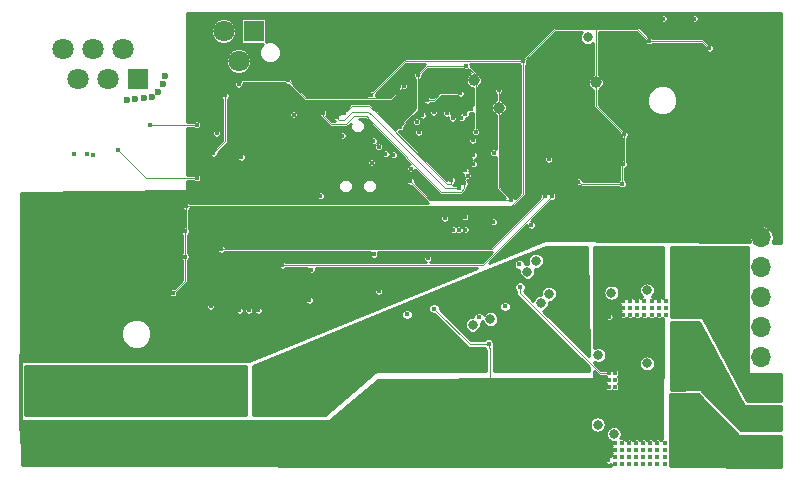
<source format=gbr>
G04 #@! TF.GenerationSoftware,KiCad,Pcbnew,5.0.2-bee76a0~70~ubuntu18.04.1*
G04 #@! TF.CreationDate,2019-12-20T19:05:30+01:00*
G04 #@! TF.ProjectId,board,626f6172-642e-46b6-9963-61645f706362,rev?*
G04 #@! TF.SameCoordinates,Original*
G04 #@! TF.FileFunction,Copper,L4,Bot*
G04 #@! TF.FilePolarity,Positive*
%FSLAX46Y46*%
G04 Gerber Fmt 4.6, Leading zero omitted, Abs format (unit mm)*
G04 Created by KiCad (PCBNEW 5.0.2-bee76a0~70~ubuntu18.04.1) date Fr 20 Dez 2019 19:05:30 CET*
%MOMM*%
%LPD*%
G01*
G04 APERTURE LIST*
G04 #@! TA.AperFunction,ComponentPad*
%ADD10O,1.700000X1.700000*%
G04 #@! TD*
G04 #@! TA.AperFunction,ComponentPad*
%ADD11R,1.700000X1.700000*%
G04 #@! TD*
G04 #@! TA.AperFunction,SMDPad,CuDef*
%ADD12R,3.500000X2.000000*%
G04 #@! TD*
G04 #@! TA.AperFunction,SMDPad,CuDef*
%ADD13R,6.000000X2.000000*%
G04 #@! TD*
G04 #@! TA.AperFunction,ComponentPad*
%ADD14C,1.800000*%
G04 #@! TD*
G04 #@! TA.AperFunction,ComponentPad*
%ADD15R,1.800000X1.800000*%
G04 #@! TD*
G04 #@! TA.AperFunction,BGAPad,CuDef*
%ADD16C,1.000000*%
G04 #@! TD*
G04 #@! TA.AperFunction,ViaPad*
%ADD17C,0.400000*%
G04 #@! TD*
G04 #@! TA.AperFunction,ViaPad*
%ADD18C,0.800000*%
G04 #@! TD*
G04 #@! TA.AperFunction,ViaPad*
%ADD19C,0.600000*%
G04 #@! TD*
G04 #@! TA.AperFunction,Conductor*
%ADD20C,0.101600*%
G04 #@! TD*
G04 #@! TA.AperFunction,Conductor*
%ADD21C,0.152400*%
G04 #@! TD*
G04 #@! TA.AperFunction,Conductor*
%ADD22C,0.300000*%
G04 #@! TD*
G04 #@! TA.AperFunction,Conductor*
%ADD23C,0.254000*%
G04 #@! TD*
G04 APERTURE END LIST*
D10*
G04 #@! TO.P,J2,8*
G04 #@! TO.N,/HALL3*
X156000000Y-119329200D03*
G04 #@! TO.P,J2,7*
G04 #@! TO.N,/HALL2*
X156000000Y-121869200D03*
G04 #@! TO.P,J2,6*
G04 #@! TO.N,/HALL1*
X156000000Y-124409200D03*
G04 #@! TO.P,J2,5*
G04 #@! TO.N,GND*
X156000000Y-126949200D03*
G04 #@! TO.P,J2,4*
G04 #@! TO.N,+3V3*
X156000000Y-129489200D03*
G04 #@! TO.P,J2,3*
G04 #@! TO.N,/PH1*
X156000000Y-132029200D03*
G04 #@! TO.P,J2,2*
G04 #@! TO.N,/PH2*
X156000000Y-134569200D03*
D11*
G04 #@! TO.P,J2,1*
G04 #@! TO.N,/PH3*
X156000000Y-137109200D03*
G04 #@! TD*
D12*
G04 #@! TO.P,J8,1*
G04 #@! TO.N,Net-(D1-Pad2)*
X105900000Y-132700000D03*
D13*
X96650000Y-132700000D03*
G04 #@! TO.P,J8,2*
G04 #@! TO.N,GND*
X96650000Y-136700000D03*
D12*
X105900000Y-136700000D03*
G04 #@! TD*
D14*
G04 #@! TO.P,J5,6*
G04 #@! TO.N,N/C*
X96860000Y-103390000D03*
G04 #@! TO.P,J5,5*
G04 #@! TO.N,SHIELD*
X98130000Y-105930000D03*
D15*
G04 #@! TO.P,J5,1*
G04 #@! TO.N,/l_TX*
X103210000Y-105930000D03*
D14*
G04 #@! TO.P,J5,2*
G04 #@! TO.N,/h_TX*
X101940000Y-103390000D03*
G04 #@! TO.P,J5,3*
G04 #@! TO.N,/l_RX*
X100670000Y-105930000D03*
G04 #@! TO.P,J5,4*
G04 #@! TO.N,/h_RX*
X99400000Y-103390000D03*
G04 #@! TD*
D15*
G04 #@! TO.P,J9,1*
G04 #@! TO.N,/SDA*
X113005000Y-101860000D03*
D14*
G04 #@! TO.P,J9,2*
G04 #@! TO.N,/SCL*
X111735000Y-104400000D03*
G04 #@! TO.P,J9,3*
G04 #@! TO.N,+3V3*
X110465000Y-101860000D03*
G04 #@! TO.P,J9,4*
G04 #@! TO.N,GND*
X109195000Y-104400000D03*
G04 #@! TD*
D16*
G04 #@! TO.P,TP8,1*
G04 #@! TO.N,+5V*
X141970000Y-106210000D03*
G04 #@! TD*
G04 #@! TO.P,TP9,1*
G04 #@! TO.N,+3V3*
X133740000Y-108340000D03*
G04 #@! TD*
G04 #@! TO.P,TP10,1*
G04 #@! TO.N,+1V2*
X131630000Y-106020000D03*
G04 #@! TD*
D17*
G04 #@! TO.N,+36V*
X129100000Y-127200000D03*
X128500000Y-127800000D03*
X124910000Y-127210000D03*
X126700000Y-127800000D03*
X129100000Y-129000000D03*
X129100000Y-127800000D03*
X128500000Y-127200000D03*
X124900000Y-129000000D03*
X126700000Y-128400000D03*
X126100000Y-127200000D03*
X126100000Y-129000000D03*
X124300000Y-127800000D03*
X126100000Y-128400000D03*
X126700000Y-127200000D03*
X123700000Y-127800000D03*
X126100000Y-127800000D03*
X127900000Y-127200000D03*
X124900000Y-127800000D03*
X127310000Y-127210000D03*
X124300000Y-128400000D03*
X127900000Y-129000000D03*
X127300000Y-127800000D03*
X123700000Y-128400000D03*
X125500000Y-129000000D03*
X125500000Y-127200000D03*
X123700000Y-127200000D03*
X124300000Y-129000000D03*
X127900000Y-127800000D03*
X127300000Y-129000000D03*
X125500000Y-128400000D03*
X128500000Y-128400000D03*
X128500000Y-129000000D03*
X123700000Y-129000000D03*
X124900000Y-128400000D03*
X129100000Y-128400000D03*
X127300000Y-128400000D03*
X127900000Y-128400000D03*
X125500000Y-127800000D03*
X126700000Y-129000000D03*
X124300000Y-127200000D03*
D18*
X141300000Y-102400000D03*
X141000000Y-120600000D03*
D17*
G04 #@! TO.N,Net-(C5-Pad2)*
X129890000Y-118690000D03*
X127748000Y-121100000D03*
X117700000Y-124650000D03*
X123600000Y-123900000D03*
X117900000Y-122050000D03*
G04 #@! TO.N,+3V3*
X133750000Y-106885000D03*
X134800000Y-116195000D03*
X127700000Y-107700000D03*
X130520000Y-107140000D03*
X111740000Y-106360000D03*
X115880000Y-106040000D03*
X125700000Y-106510000D03*
X136500000Y-118300000D03*
X129200000Y-117700000D03*
X133300000Y-118000000D03*
X104200000Y-109800000D03*
X108200000Y-109800000D03*
X147700000Y-100800000D03*
X126250000Y-114570000D03*
G04 #@! TO.N,Net-(DRV8323H1-Pad27)*
X130380000Y-118690000D03*
X126000000Y-125850000D03*
D18*
G04 #@! TO.N,/mosfet_bridges/GHA*
X131550000Y-126710000D03*
X143300000Y-124000000D03*
G04 #@! TO.N,/mosfet_bridges/GLA*
X133060000Y-126250000D03*
X146300000Y-123800000D03*
G04 #@! TO.N,/mosfet_bridges/GLB*
X137300000Y-124900000D03*
X146300000Y-130000000D03*
G04 #@! TO.N,/mosfet_bridges/GHB*
X142200000Y-129300000D03*
X138000000Y-124100000D03*
G04 #@! TO.N,/mosfet_bridges/GHC*
X136180000Y-122220000D03*
X142130025Y-135169975D03*
G04 #@! TO.N,/mosfet_bridges/GLC*
X136900000Y-121300000D03*
X143494805Y-135966469D03*
D17*
G04 #@! TO.N,GND*
X126800000Y-136800000D03*
X128000000Y-136800000D03*
X124400000Y-137400000D03*
X128000000Y-136200000D03*
X126200000Y-136200000D03*
X125000000Y-136200000D03*
X124400000Y-136800000D03*
X128000000Y-137400000D03*
X128600000Y-137400000D03*
X126200000Y-136800000D03*
X125010000Y-135610000D03*
X128600000Y-136800000D03*
X124400000Y-136200000D03*
X127400000Y-136800000D03*
X125600000Y-135600000D03*
X126800000Y-137400000D03*
X125000000Y-136800000D03*
X129200000Y-135600000D03*
X126800000Y-135600000D03*
X126200000Y-137400000D03*
X123800000Y-137400000D03*
X128000000Y-135600000D03*
X128600000Y-135600000D03*
X123800000Y-135600000D03*
X128600000Y-136200000D03*
X126200000Y-135600000D03*
X127410000Y-135610000D03*
X127400000Y-136200000D03*
X129200000Y-136800000D03*
X123800000Y-136800000D03*
X125600000Y-137400000D03*
X125600000Y-136200000D03*
X123800000Y-136200000D03*
X125000000Y-137400000D03*
X127400000Y-137400000D03*
X125600000Y-136800000D03*
X124400000Y-135600000D03*
X126800000Y-136200000D03*
X129200000Y-137400000D03*
X129200000Y-136200000D03*
X129200000Y-138600000D03*
X128600000Y-138000000D03*
X123800000Y-138600000D03*
X124400000Y-138000000D03*
X126800000Y-138000000D03*
X125600000Y-138000000D03*
X128000000Y-138600000D03*
X123800000Y-138000000D03*
X126200000Y-138600000D03*
X126800000Y-138600000D03*
X128600000Y-138600000D03*
X125600000Y-138600000D03*
X125000000Y-138600000D03*
X126200000Y-138000000D03*
X128000000Y-138000000D03*
X125000000Y-138000000D03*
X127400000Y-138600000D03*
X129200000Y-138000000D03*
X127400000Y-138000000D03*
X124400000Y-138600000D03*
X126800000Y-134400000D03*
X128000000Y-134400000D03*
X124400000Y-135000000D03*
X128000000Y-133800000D03*
X126200000Y-133800000D03*
X125000000Y-133800000D03*
X124400000Y-134400000D03*
X128000000Y-135000000D03*
X128600000Y-135000000D03*
X126200000Y-134400000D03*
X125010000Y-133210000D03*
X128600000Y-134400000D03*
X124400000Y-133800000D03*
X127400000Y-134400000D03*
X125600000Y-133200000D03*
X126800000Y-135000000D03*
X125000000Y-134400000D03*
X129200000Y-133200000D03*
X126800000Y-133200000D03*
X126200000Y-135000000D03*
X123800000Y-135000000D03*
X128000000Y-133200000D03*
X128600000Y-133200000D03*
X123800000Y-133200000D03*
X128600000Y-133800000D03*
X126200000Y-133200000D03*
X127410000Y-133210000D03*
X127400000Y-133800000D03*
X129200000Y-134400000D03*
X123800000Y-134400000D03*
X125600000Y-135000000D03*
X125600000Y-133800000D03*
X123800000Y-133800000D03*
X125000000Y-135000000D03*
X127400000Y-135000000D03*
X125600000Y-134400000D03*
X124400000Y-133200000D03*
X126800000Y-133800000D03*
X129200000Y-135000000D03*
X129200000Y-133800000D03*
X146400000Y-127400000D03*
X144600000Y-127400000D03*
X144600000Y-128600000D03*
X144600000Y-128000000D03*
X146400000Y-129200000D03*
X145800000Y-129200000D03*
X145200000Y-126800000D03*
X145800000Y-126800000D03*
X145800000Y-128000000D03*
X145200000Y-129200000D03*
X145200000Y-127400000D03*
X144600000Y-126800000D03*
X145800000Y-127400000D03*
X145800000Y-128600000D03*
X145200000Y-128600000D03*
X145200000Y-128000000D03*
X146400000Y-126800000D03*
X146400000Y-128000000D03*
X144600000Y-129200000D03*
X146400000Y-128600000D03*
X146400000Y-133600000D03*
X144600000Y-133600000D03*
X144600000Y-134800000D03*
X144600000Y-134200000D03*
X145800000Y-135400000D03*
X145200000Y-133000000D03*
X145800000Y-133000000D03*
X145800000Y-134200000D03*
X145200000Y-135400000D03*
X145200000Y-133600000D03*
X144600000Y-133000000D03*
X145800000Y-133600000D03*
X145800000Y-134800000D03*
X145200000Y-134800000D03*
X145200000Y-134200000D03*
X146400000Y-133000000D03*
X146400000Y-134200000D03*
X144600000Y-135400000D03*
X146400000Y-134800000D03*
X144000000Y-128000000D03*
X144000000Y-129200000D03*
X144000000Y-126800000D03*
X144000000Y-128600000D03*
X144000000Y-127400000D03*
X144000000Y-121200000D03*
X144000000Y-122400000D03*
X144000000Y-121800000D03*
X144000000Y-120600000D03*
X144000000Y-123000000D03*
X144000000Y-134800000D03*
X144000000Y-133600000D03*
X144000000Y-135400000D03*
X144000000Y-133000000D03*
X144000000Y-134200000D03*
X146400000Y-121200000D03*
X146400000Y-121800000D03*
X146400000Y-122400000D03*
X146400000Y-123000000D03*
X145800000Y-123000000D03*
X145800000Y-122400000D03*
X145800000Y-121800000D03*
X145800000Y-121200000D03*
X145800000Y-120600000D03*
X145200000Y-120600000D03*
X145200000Y-121200000D03*
X145200000Y-121800000D03*
X145200000Y-122400000D03*
X145200000Y-123000000D03*
X144600000Y-123000000D03*
X144600000Y-120600000D03*
X144600000Y-121800000D03*
X144600000Y-121200000D03*
X144600000Y-122400000D03*
X129390000Y-118670000D03*
D18*
X100300000Y-135500000D03*
X101200000Y-135500000D03*
X102100000Y-135500000D03*
X103000000Y-135500000D03*
X100800000Y-136300000D03*
X101700000Y-136300000D03*
X102600000Y-136300000D03*
X103500000Y-136300000D03*
X100400000Y-137100000D03*
X101300000Y-137100000D03*
X102200000Y-137100000D03*
X103100000Y-137100000D03*
X100800000Y-137900000D03*
X101700000Y-137900000D03*
X102600000Y-137900000D03*
X103500000Y-137900000D03*
D17*
X146400000Y-120600000D03*
X129530000Y-111270000D03*
D18*
X133860000Y-102690000D03*
D17*
X126300000Y-111000000D03*
X135200000Y-108500000D03*
X134200000Y-110900000D03*
X135200000Y-112400000D03*
X124800000Y-109500000D03*
X140700000Y-105400000D03*
X134300000Y-125167399D03*
X132900000Y-128360000D03*
X128290000Y-125350000D03*
X145000000Y-116500000D03*
X126800000Y-117500000D03*
X137812500Y-101400000D03*
X135200000Y-101400000D03*
G04 #@! TO.N,/HALL2*
X131610000Y-112370000D03*
G04 #@! TO.N,/HALL1*
X131610000Y-113110000D03*
G04 #@! TO.N,/HALL3*
X133330000Y-112160000D03*
G04 #@! TO.N,+5V*
X107200000Y-118800000D03*
X107200000Y-120975000D03*
X144300000Y-113100000D03*
X144400000Y-110600000D03*
X144200000Y-114800000D03*
X140500000Y-114600000D03*
X135800000Y-104400000D03*
X151600000Y-103300000D03*
X122960000Y-107250000D03*
X106180000Y-124020000D03*
X107300000Y-116680000D03*
X146500000Y-102700000D03*
G04 #@! TO.N,/PH1*
X149100000Y-124700000D03*
X149700000Y-125900000D03*
X149700000Y-124700000D03*
X149100000Y-125900000D03*
X149100000Y-125300000D03*
X149700000Y-125300000D03*
X150300000Y-125300000D03*
X150300000Y-125900000D03*
X150300000Y-124700000D03*
X151000000Y-124700000D03*
X151600000Y-125900000D03*
X151600000Y-124700000D03*
X151000000Y-125900000D03*
X151000000Y-125300000D03*
X151600000Y-125300000D03*
X152200000Y-125300000D03*
X152200000Y-125900000D03*
X152200000Y-124700000D03*
X151600000Y-122900000D03*
X152200000Y-124100000D03*
X152200000Y-122900000D03*
X151600000Y-124100000D03*
X151600000Y-123500000D03*
X152200000Y-123500000D03*
X152800000Y-123500000D03*
X152800000Y-124100000D03*
X152800000Y-122900000D03*
X152200000Y-126500000D03*
X152800000Y-127700000D03*
X152800000Y-126500000D03*
X152200000Y-127700000D03*
X152200000Y-127100000D03*
X152800000Y-127100000D03*
X153400000Y-127100000D03*
X153400000Y-127700000D03*
X153400000Y-126500000D03*
X152800000Y-124700000D03*
X153400000Y-125900000D03*
X153400000Y-124700000D03*
X152800000Y-125900000D03*
X152800000Y-125300000D03*
X153400000Y-125300000D03*
X154000000Y-125300000D03*
X154000000Y-125900000D03*
X154000000Y-124700000D03*
X151600000Y-121100000D03*
X152200000Y-121700000D03*
X152200000Y-122300000D03*
X152200000Y-121100000D03*
X151600000Y-122300000D03*
X152800000Y-122300000D03*
X152800000Y-121100000D03*
X151600000Y-121700000D03*
X152800000Y-121700000D03*
X153400000Y-122900000D03*
X154000000Y-124100000D03*
X153400000Y-124100000D03*
X153400000Y-123500000D03*
X153400000Y-121100000D03*
X153400000Y-122300000D03*
X153400000Y-121700000D03*
X154000000Y-126500000D03*
X154000000Y-127700000D03*
X154000000Y-127100000D03*
X151600000Y-126500000D03*
X152800000Y-128300000D03*
X153400000Y-128300000D03*
X154000000Y-128300000D03*
X152800000Y-128900000D03*
X153400000Y-128900000D03*
X154000000Y-128900000D03*
X154000000Y-129500000D03*
X153400000Y-129500000D03*
X154000000Y-130100000D03*
X153400000Y-130100000D03*
X154000000Y-130700000D03*
X154000000Y-131300000D03*
X144310000Y-124710000D03*
X144900000Y-125900000D03*
X144900000Y-125300000D03*
X145500000Y-124700000D03*
X144300000Y-125900000D03*
X144300000Y-125300000D03*
X145500000Y-125900000D03*
X146100000Y-124700000D03*
X144900000Y-124700000D03*
X146100000Y-125900000D03*
X145500000Y-125300000D03*
X146100000Y-125300000D03*
X146710000Y-124710000D03*
X147300000Y-125900000D03*
X147300000Y-125300000D03*
X147900000Y-124700000D03*
X146700000Y-125900000D03*
X146700000Y-125300000D03*
X147900000Y-125900000D03*
X148500000Y-124700000D03*
X147300000Y-124700000D03*
X148500000Y-125900000D03*
X147900000Y-125300000D03*
X148500000Y-125300000D03*
X132070000Y-126100000D03*
X143110000Y-126060000D03*
G04 #@! TO.N,/PH2*
X149600000Y-132000000D03*
X150200000Y-130800000D03*
X149600000Y-130800000D03*
X150200000Y-132000000D03*
X149600000Y-131400000D03*
X150200000Y-131400000D03*
X152600000Y-132000000D03*
X152600000Y-131400000D03*
X152000000Y-132000000D03*
X152000000Y-131400000D03*
X152600000Y-130800000D03*
X152000000Y-130800000D03*
X150800000Y-132000000D03*
X151400000Y-130800000D03*
X150800000Y-130800000D03*
X151400000Y-132000000D03*
X150800000Y-131400000D03*
X151400000Y-131400000D03*
X152000000Y-130200000D03*
X152000000Y-129600000D03*
X151400000Y-129000000D03*
X151400000Y-129600000D03*
X151400000Y-130200000D03*
X152600000Y-133200000D03*
X153200000Y-133200000D03*
X152600000Y-132600000D03*
X153200000Y-132600000D03*
X153200000Y-132000000D03*
X152000000Y-132600000D03*
X153800000Y-134400000D03*
X153200000Y-134400000D03*
X153800000Y-133800000D03*
X153200000Y-133800000D03*
X153800000Y-133200000D03*
X143600000Y-132000000D03*
X143600000Y-131400000D03*
X148400000Y-130800000D03*
X148400000Y-132000000D03*
X149000000Y-130800000D03*
X143600000Y-130800000D03*
X149000000Y-132000000D03*
X148400000Y-131400000D03*
X149000000Y-131400000D03*
X143100000Y-131400000D03*
X143100000Y-132000000D03*
X135548036Y-123532076D03*
X143110000Y-130810000D03*
G04 #@! TO.N,/PH3*
X149100000Y-137900000D03*
X150300000Y-137900000D03*
X149100000Y-138500000D03*
X148500000Y-137300000D03*
X149700000Y-138500000D03*
X149700000Y-137300000D03*
X150900000Y-137300000D03*
X151500000Y-138500000D03*
X149100000Y-136700000D03*
X149710000Y-136710000D03*
X151500000Y-137300000D03*
X148500000Y-138500000D03*
X149700000Y-137900000D03*
X148500000Y-137900000D03*
X150300000Y-138500000D03*
X151500000Y-137900000D03*
X150900000Y-136700000D03*
X150900000Y-137900000D03*
X151500000Y-136700000D03*
X150900000Y-138500000D03*
X149100000Y-137300000D03*
X150300000Y-136700000D03*
X148500000Y-136700000D03*
X150300000Y-137300000D03*
X152110000Y-136710000D03*
X153900000Y-137300000D03*
X152100000Y-138500000D03*
X153900000Y-137900000D03*
X153300000Y-136700000D03*
X153300000Y-138500000D03*
X153300000Y-137900000D03*
X153900000Y-136700000D03*
X153300000Y-137300000D03*
X152100000Y-137300000D03*
X152700000Y-138500000D03*
X152700000Y-136700000D03*
X152700000Y-137900000D03*
X152100000Y-137900000D03*
X152700000Y-137300000D03*
X153900000Y-138500000D03*
X153300000Y-136100000D03*
X151500000Y-136100000D03*
X151500000Y-135500000D03*
X152700000Y-135500000D03*
X152110000Y-135510000D03*
X152100000Y-136100000D03*
X152700000Y-136100000D03*
X151500000Y-134900000D03*
X152110000Y-134910000D03*
X151500000Y-134300000D03*
X143610000Y-136710000D03*
X144200000Y-137900000D03*
X144200000Y-137300000D03*
X144800000Y-136700000D03*
X143600000Y-137900000D03*
X143600000Y-137300000D03*
X144800000Y-137900000D03*
X145400000Y-136700000D03*
X144200000Y-136700000D03*
X145400000Y-137900000D03*
X144800000Y-137300000D03*
X145400000Y-137300000D03*
X143600000Y-138500000D03*
X145400000Y-138500000D03*
X144800000Y-138500000D03*
X144200000Y-138500000D03*
X146000000Y-137900000D03*
X147800000Y-137900000D03*
X147800000Y-138500000D03*
X147200000Y-137300000D03*
X147800000Y-136700000D03*
X146600000Y-136700000D03*
X146010000Y-136710000D03*
X147200000Y-138500000D03*
X146000000Y-137300000D03*
X147200000Y-137900000D03*
X146000000Y-138500000D03*
X146600000Y-138500000D03*
X146600000Y-137300000D03*
X147800000Y-137300000D03*
X147200000Y-136700000D03*
X146600000Y-137900000D03*
X135500000Y-121608700D03*
X143040000Y-138210000D03*
D19*
G04 #@! TO.N,SHIELD*
X102950000Y-107640000D03*
X102270000Y-107670000D03*
X103690000Y-107560000D03*
X104390000Y-107420000D03*
X104940000Y-106980000D03*
X105300000Y-106350000D03*
X105500000Y-105660000D03*
D17*
G04 #@! TO.N,/NEOPXL*
X131560000Y-111110000D03*
X109370000Y-125170000D03*
G04 #@! TO.N,/Encoder1_A*
X115450000Y-121670000D03*
X138270000Y-115830000D03*
G04 #@! TO.N,/Encoder1_B*
X110250000Y-120330000D03*
X137660000Y-115820000D03*
G04 #@! TO.N,Net-(DRV8323H1-Pad26)*
X130910000Y-118670000D03*
X123200000Y-120750000D03*
G04 #@! TO.N,/term_te*
X101500000Y-111900000D03*
X108200000Y-114300000D03*
G04 #@! TO.N,/SDA*
X111950000Y-112540000D03*
X126300000Y-113500000D03*
G04 #@! TO.N,/SCL*
X124840000Y-112340000D03*
X109870000Y-110500000D03*
D18*
G04 #@! TO.N,Net-(D1-Pad2)*
X100800000Y-133200000D03*
X101700000Y-133200000D03*
X102600000Y-133200000D03*
X103500000Y-133200000D03*
X100400000Y-130800000D03*
X101300000Y-130800000D03*
X102200000Y-130800000D03*
X103100000Y-130800000D03*
X100800000Y-131600000D03*
X101700000Y-131600000D03*
X102600000Y-131600000D03*
X103500000Y-131600000D03*
X100400000Y-132400000D03*
X101300000Y-132400000D03*
X102200000Y-132400000D03*
X103100000Y-132400000D03*
X100400000Y-134000000D03*
X101300000Y-134000000D03*
X102200000Y-134000000D03*
X103100000Y-134000000D03*
D17*
G04 #@! TO.N,/DE*
X131450000Y-108470000D03*
X98860000Y-112270000D03*
G04 #@! TO.N,/WP*
X110600000Y-107300000D03*
X109600000Y-112200000D03*
G04 #@! TO.N,+1V2*
X126900000Y-105600000D03*
X131000000Y-104800000D03*
X131800000Y-110400000D03*
X125400000Y-110000000D03*
G04 #@! TO.N,USB_PU*
X130830000Y-114730000D03*
X118880000Y-108800000D03*
G04 #@! TO.N,USB_P*
X130410000Y-115150000D03*
X120070000Y-109170000D03*
G04 #@! TO.N,USB_N*
X129730000Y-114480000D03*
X120670000Y-108810000D03*
G04 #@! TO.N,82*
X129850000Y-109260000D03*
X118650000Y-115810000D03*
G04 #@! TO.N,109*
X127300000Y-109000000D03*
X116400000Y-108930000D03*
G04 #@! TO.N,/RX*
X97770000Y-112270000D03*
X130600000Y-109200000D03*
G04 #@! TO.N,/TX*
X130940000Y-108880000D03*
X99420000Y-112330000D03*
G04 #@! TO.N,/CS_MISO*
X113400000Y-125500000D03*
X124150000Y-112260000D03*
G04 #@! TO.N,/CS_CLK*
X126991736Y-110408264D03*
X112600000Y-125500000D03*
G04 #@! TO.N,/CS*
X123610000Y-111660000D03*
X111800000Y-125500000D03*
G04 #@! TO.N,/iCE40LP/SCK*
X126820000Y-109550000D03*
X120530000Y-110710000D03*
G04 #@! TO.N,/iCE40LP/SDO*
X123140000Y-111140000D03*
X129360000Y-108810000D03*
G04 #@! TO.N,/iCE40LP/SDI*
X128244780Y-108740000D03*
X123000000Y-113001600D03*
G04 #@! TO.N,/iCE40LP/LED*
X131120000Y-114090000D03*
X150300000Y-100800000D03*
X138000000Y-112700000D03*
G04 #@! TO.N,/nFault*
X130910000Y-113650000D03*
X130900000Y-117600000D03*
G04 #@! TD*
D20*
G04 #@! TO.N,+3V3*
X133750000Y-106885000D02*
X133750000Y-115145000D01*
X133750000Y-115145000D02*
X134800000Y-116195000D01*
X111740000Y-106360000D02*
X112060000Y-106040000D01*
X112060000Y-106040000D02*
X115880000Y-106040000D01*
X124658399Y-107551601D02*
X125700000Y-106510000D01*
X115880000Y-106040000D02*
X117391601Y-107551601D01*
X117391601Y-107551601D02*
X124658399Y-107551601D01*
X107100000Y-109800000D02*
X108200000Y-109800000D01*
X107100000Y-109800000D02*
X107600000Y-109800000D01*
X104200000Y-109800000D02*
X107100000Y-109800000D01*
X127875000Y-116195000D02*
X134800000Y-116195000D01*
X126250000Y-114570000D02*
X127875000Y-116195000D01*
X127700000Y-107700000D02*
X128260000Y-107700000D01*
X128820000Y-107140000D02*
X130520000Y-107140000D01*
X128260000Y-107700000D02*
X128820000Y-107140000D01*
D21*
G04 #@! TO.N,GND*
X102600000Y-135900000D02*
X102500000Y-135800000D01*
D20*
X132900000Y-128642842D02*
X133050000Y-128792842D01*
X132900000Y-128360000D02*
X132900000Y-128642842D01*
X133050000Y-128792842D02*
X133050000Y-131840000D01*
D22*
X93300000Y-135598399D02*
X93300000Y-129311601D01*
D20*
X96650000Y-136700000D02*
X94650000Y-136700000D01*
X94650000Y-136700000D02*
X93548399Y-135598399D01*
X131300000Y-128360000D02*
X132900000Y-128360000D01*
X128290000Y-125350000D02*
X131300000Y-128360000D01*
X96650000Y-135598400D02*
X96551600Y-135500000D01*
X96650000Y-136700000D02*
X96650000Y-135598400D01*
G04 #@! TO.N,+5V*
X107200000Y-119082842D02*
X107200000Y-120975000D01*
X107200000Y-118800000D02*
X107200000Y-119082842D01*
X144400000Y-113000000D02*
X144300000Y-113100000D01*
X144400000Y-110600000D02*
X144400000Y-113000000D01*
X144200000Y-113200000D02*
X144300000Y-113100000D01*
X144200000Y-114800000D02*
X144200000Y-113200000D01*
X140700000Y-114800000D02*
X144200000Y-114800000D01*
X140500000Y-114600000D02*
X140700000Y-114800000D01*
X137500000Y-102700000D02*
X135800000Y-104400000D01*
X151000000Y-102700000D02*
X151600000Y-103300000D01*
X135800000Y-104400000D02*
X125810000Y-104400000D01*
X125810000Y-104400000D02*
X122960000Y-107250000D01*
X134811370Y-116630000D02*
X110790000Y-116630000D01*
X135800000Y-104400000D02*
X135800000Y-115641370D01*
X135800000Y-115641370D02*
X134811370Y-116630000D01*
X107200000Y-120975000D02*
X107200000Y-123000000D01*
X107200000Y-123000000D02*
X106180000Y-124020000D01*
X110790000Y-116630000D02*
X107350000Y-116630000D01*
X107350000Y-116630000D02*
X107300000Y-116680000D01*
X107300000Y-118700000D02*
X107200000Y-118800000D01*
X107300000Y-116680000D02*
X107300000Y-118700000D01*
X145500000Y-101700000D02*
X146500000Y-102700000D01*
X137500000Y-102700000D02*
X138500000Y-101700000D01*
X142000000Y-101700000D02*
X142000000Y-108200000D01*
X142000000Y-101700000D02*
X145500000Y-101700000D01*
X142000000Y-108200000D02*
X144400000Y-110600000D01*
X138500000Y-101700000D02*
X142000000Y-101700000D01*
X146500000Y-102700000D02*
X151000000Y-102700000D01*
G04 #@! TO.N,/PH2*
X142317262Y-130810000D02*
X143110000Y-130810000D01*
X135548036Y-123532076D02*
X135548036Y-124040774D01*
X135548036Y-124040774D02*
X142317262Y-130810000D01*
G04 #@! TO.N,/Encoder1_A*
X115450000Y-121670000D02*
X132430000Y-121670000D01*
X132430000Y-121670000D02*
X138270000Y-115830000D01*
G04 #@! TO.N,/Encoder1_B*
X110250000Y-120330000D02*
X133150000Y-120330000D01*
X133150000Y-120330000D02*
X137660000Y-115820000D01*
G04 #@! TO.N,/term_te*
X101500000Y-111900000D02*
X103900000Y-114300000D01*
X103900000Y-114300000D02*
X108200000Y-114300000D01*
D21*
G04 #@! TO.N,Net-(D1-Pad2)*
X96650000Y-130700000D02*
X94650000Y-130700000D01*
D20*
G04 #@! TO.N,/WP*
X110600000Y-107300000D02*
X110600000Y-111200000D01*
X110600000Y-111200000D02*
X109600000Y-112200000D01*
G04 #@! TO.N,+1V2*
X126900000Y-105600000D02*
X127700000Y-104800000D01*
X127700000Y-104800000D02*
X131000000Y-104800000D01*
X131000000Y-104800000D02*
X131800000Y-105600000D01*
X131800000Y-105600000D02*
X131800000Y-110400000D01*
X126900000Y-108500000D02*
X126900000Y-105600000D01*
X125400000Y-110000000D02*
X126900000Y-108500000D01*
G04 #@! TO.N,USB_PU*
X130830000Y-115012842D02*
X130830000Y-114730000D01*
X130526370Y-115480000D02*
X130830000Y-115176370D01*
X130830000Y-115176370D02*
X130830000Y-115012842D01*
X125998399Y-112478399D02*
X125998399Y-112598399D01*
X122710000Y-109190000D02*
X125998399Y-112478399D01*
X128900000Y-115500000D02*
X130400000Y-115500000D01*
X125998399Y-112598399D02*
X128900000Y-115500000D01*
X130400000Y-115500000D02*
X130526370Y-115480000D01*
X118880000Y-108800000D02*
X118880000Y-109082842D01*
X120840000Y-109740000D02*
X119537158Y-109740000D01*
X121530000Y-109050000D02*
X120840000Y-109740000D01*
X122570000Y-109050000D02*
X121530000Y-109050000D01*
X118880000Y-109082842D02*
X119537158Y-109740000D01*
X122710000Y-109190000D02*
X122570000Y-109050000D01*
G04 #@! TO.N,USB_P*
X130127158Y-115150000D02*
X130410000Y-115150000D01*
X123030000Y-108970000D02*
X129210000Y-115150000D01*
X129210000Y-115150000D02*
X130127158Y-115150000D01*
X122730000Y-108670000D02*
X123030000Y-108970000D01*
X121370000Y-108670000D02*
X122730000Y-108670000D01*
X120670000Y-109370000D02*
X121370000Y-108670000D01*
X120070000Y-109170000D02*
X120269999Y-109369999D01*
X120269999Y-109369999D02*
X120670000Y-109370000D01*
G04 #@! TO.N,USB_N*
X129730000Y-114770000D02*
X129730000Y-114480000D01*
X129700000Y-114800000D02*
X129730000Y-114770000D01*
X123340000Y-108740000D02*
X129400000Y-114800000D01*
X129400000Y-114800000D02*
X129700000Y-114800000D01*
X123340000Y-108740000D02*
X123340000Y-108720000D01*
X123340000Y-108720000D02*
X122780000Y-108160000D01*
X122780000Y-108160000D02*
X121850000Y-108160000D01*
X121850000Y-108160000D02*
X121320000Y-108160000D01*
X121320000Y-108160000D02*
X120670000Y-108810000D01*
G04 #@! TD*
D23*
G04 #@! TO.N,GND*
G36*
X136973000Y-138722710D02*
X93374597Y-138623283D01*
X93302955Y-134882194D01*
X119326551Y-134871755D01*
X119351326Y-134869305D01*
X119375148Y-134862068D01*
X119397100Y-134850323D01*
X119408035Y-134842126D01*
X123546354Y-131376830D01*
X136973000Y-131327468D01*
X136973000Y-138722710D01*
X136973000Y-138722710D01*
G37*
X136973000Y-138722710D02*
X93374597Y-138623283D01*
X93302955Y-134882194D01*
X119326551Y-134871755D01*
X119351326Y-134869305D01*
X119375148Y-134862068D01*
X119397100Y-134850323D01*
X119408035Y-134842126D01*
X123546354Y-131376830D01*
X136973000Y-131327468D01*
X136973000Y-138722710D01*
G04 #@! TO.N,Net-(D1-Pad2)*
G36*
X112373000Y-130226869D02*
X112373000Y-134372868D01*
X93627800Y-134353473D01*
X93627800Y-130207474D01*
X112373000Y-130226869D01*
X112373000Y-130226869D01*
G37*
X112373000Y-130226869D02*
X112373000Y-134372868D01*
X93627800Y-134353473D01*
X93627800Y-130207474D01*
X112373000Y-130226869D01*
G04 #@! TO.N,GND*
G36*
X157673000Y-119771730D02*
X156945273Y-119764489D01*
X156968166Y-119730227D01*
X157047935Y-119329200D01*
X156968166Y-118928173D01*
X156741002Y-118588198D01*
X156401027Y-118361034D01*
X156101226Y-118301400D01*
X155898774Y-118301400D01*
X155598973Y-118361034D01*
X155258998Y-118588198D01*
X155031834Y-118928173D01*
X154952065Y-119329200D01*
X155031834Y-119730227D01*
X155042074Y-119745552D01*
X137701264Y-119573006D01*
X137652188Y-119582344D01*
X132916468Y-121506820D01*
X136122200Y-118301089D01*
X136122200Y-118375149D01*
X136179716Y-118514007D01*
X136285993Y-118620284D01*
X136424851Y-118677800D01*
X136575149Y-118677800D01*
X136714007Y-118620284D01*
X136820284Y-118514007D01*
X136877800Y-118375149D01*
X136877800Y-118224851D01*
X136820284Y-118085993D01*
X136714007Y-117979716D01*
X136575149Y-117922200D01*
X136501089Y-117922200D01*
X138215489Y-116207800D01*
X138345149Y-116207800D01*
X138484007Y-116150284D01*
X138590284Y-116044007D01*
X138647800Y-115905149D01*
X138647800Y-115754851D01*
X138590284Y-115615993D01*
X138484007Y-115509716D01*
X138345149Y-115452200D01*
X138194851Y-115452200D01*
X138055993Y-115509716D01*
X137970000Y-115595709D01*
X137874007Y-115499716D01*
X137735149Y-115442200D01*
X137584851Y-115442200D01*
X137445993Y-115499716D01*
X137339716Y-115605993D01*
X137282200Y-115744851D01*
X137282200Y-115874511D01*
X133055312Y-120101400D01*
X110555691Y-120101400D01*
X110464007Y-120009716D01*
X110325149Y-119952200D01*
X110174851Y-119952200D01*
X110035993Y-120009716D01*
X109929716Y-120115993D01*
X109872200Y-120254851D01*
X109872200Y-120405149D01*
X109929716Y-120544007D01*
X110035993Y-120650284D01*
X110174851Y-120707800D01*
X110325149Y-120707800D01*
X110464007Y-120650284D01*
X110555691Y-120558600D01*
X122870352Y-120558600D01*
X122822200Y-120674851D01*
X122822200Y-120825149D01*
X122879716Y-120964007D01*
X122985993Y-121070284D01*
X123124851Y-121127800D01*
X123275149Y-121127800D01*
X123414007Y-121070284D01*
X123520284Y-120964007D01*
X123577800Y-120825149D01*
X123577800Y-120674851D01*
X123529648Y-120558600D01*
X133127493Y-120558600D01*
X133150000Y-120563077D01*
X133172507Y-120558600D01*
X133172512Y-120558600D01*
X133229434Y-120547278D01*
X132335312Y-121441400D01*
X127911028Y-121441400D01*
X127962007Y-121420284D01*
X128068284Y-121314007D01*
X128125800Y-121175149D01*
X128125800Y-121024851D01*
X128068284Y-120885993D01*
X127962007Y-120779716D01*
X127823149Y-120722200D01*
X127672851Y-120722200D01*
X127533993Y-120779716D01*
X127427716Y-120885993D01*
X127370200Y-121024851D01*
X127370200Y-121175149D01*
X127427716Y-121314007D01*
X127533993Y-121420284D01*
X127584972Y-121441400D01*
X115755691Y-121441400D01*
X115664007Y-121349716D01*
X115525149Y-121292200D01*
X115374851Y-121292200D01*
X115235993Y-121349716D01*
X115129716Y-121455993D01*
X115072200Y-121594851D01*
X115072200Y-121745149D01*
X115129716Y-121884007D01*
X115235993Y-121990284D01*
X115374851Y-122047800D01*
X115525149Y-122047800D01*
X115664007Y-121990284D01*
X115755691Y-121898600D01*
X117553784Y-121898600D01*
X117522200Y-121974851D01*
X117522200Y-122125149D01*
X117579716Y-122264007D01*
X117685993Y-122370284D01*
X117824851Y-122427800D01*
X117975149Y-122427800D01*
X118114007Y-122370284D01*
X118220284Y-122264007D01*
X118277800Y-122125149D01*
X118277800Y-121974851D01*
X118246216Y-121898600D01*
X131952381Y-121898600D01*
X112575245Y-129772974D01*
X93336912Y-129753131D01*
X93335181Y-127245830D01*
X101792200Y-127245830D01*
X101792200Y-127754170D01*
X101986733Y-128223816D01*
X102346184Y-128583267D01*
X102815830Y-128777800D01*
X103324170Y-128777800D01*
X103793816Y-128583267D01*
X104153267Y-128223816D01*
X104347800Y-127754170D01*
X104347800Y-127245830D01*
X104153267Y-126776184D01*
X103793816Y-126416733D01*
X103324170Y-126222200D01*
X102815830Y-126222200D01*
X102346184Y-126416733D01*
X101986733Y-126776184D01*
X101792200Y-127245830D01*
X93335181Y-127245830D01*
X93333696Y-125094851D01*
X108992200Y-125094851D01*
X108992200Y-125245149D01*
X109049716Y-125384007D01*
X109155993Y-125490284D01*
X109294851Y-125547800D01*
X109445149Y-125547800D01*
X109584007Y-125490284D01*
X109649440Y-125424851D01*
X111422200Y-125424851D01*
X111422200Y-125575149D01*
X111479716Y-125714007D01*
X111585993Y-125820284D01*
X111724851Y-125877800D01*
X111875149Y-125877800D01*
X112014007Y-125820284D01*
X112120284Y-125714007D01*
X112177800Y-125575149D01*
X112177800Y-125424851D01*
X112222200Y-125424851D01*
X112222200Y-125575149D01*
X112279716Y-125714007D01*
X112385993Y-125820284D01*
X112524851Y-125877800D01*
X112675149Y-125877800D01*
X112814007Y-125820284D01*
X112920284Y-125714007D01*
X112977800Y-125575149D01*
X112977800Y-125424851D01*
X113022200Y-125424851D01*
X113022200Y-125575149D01*
X113079716Y-125714007D01*
X113185993Y-125820284D01*
X113324851Y-125877800D01*
X113475149Y-125877800D01*
X113614007Y-125820284D01*
X113720284Y-125714007D01*
X113777800Y-125575149D01*
X113777800Y-125424851D01*
X113720284Y-125285993D01*
X113614007Y-125179716D01*
X113475149Y-125122200D01*
X113324851Y-125122200D01*
X113185993Y-125179716D01*
X113079716Y-125285993D01*
X113022200Y-125424851D01*
X112977800Y-125424851D01*
X112920284Y-125285993D01*
X112814007Y-125179716D01*
X112675149Y-125122200D01*
X112524851Y-125122200D01*
X112385993Y-125179716D01*
X112279716Y-125285993D01*
X112222200Y-125424851D01*
X112177800Y-125424851D01*
X112120284Y-125285993D01*
X112014007Y-125179716D01*
X111875149Y-125122200D01*
X111724851Y-125122200D01*
X111585993Y-125179716D01*
X111479716Y-125285993D01*
X111422200Y-125424851D01*
X109649440Y-125424851D01*
X109690284Y-125384007D01*
X109747800Y-125245149D01*
X109747800Y-125094851D01*
X109690284Y-124955993D01*
X109584007Y-124849716D01*
X109445149Y-124792200D01*
X109294851Y-124792200D01*
X109155993Y-124849716D01*
X109049716Y-124955993D01*
X108992200Y-125094851D01*
X93333696Y-125094851D01*
X93333337Y-124574851D01*
X117322200Y-124574851D01*
X117322200Y-124725149D01*
X117379716Y-124864007D01*
X117485993Y-124970284D01*
X117624851Y-125027800D01*
X117775149Y-125027800D01*
X117914007Y-124970284D01*
X118020284Y-124864007D01*
X118077800Y-124725149D01*
X118077800Y-124574851D01*
X118020284Y-124435993D01*
X117914007Y-124329716D01*
X117775149Y-124272200D01*
X117624851Y-124272200D01*
X117485993Y-124329716D01*
X117379716Y-124435993D01*
X117322200Y-124574851D01*
X93333337Y-124574851D01*
X93332902Y-123944851D01*
X105802200Y-123944851D01*
X105802200Y-124095149D01*
X105859716Y-124234007D01*
X105965993Y-124340284D01*
X106104851Y-124397800D01*
X106255149Y-124397800D01*
X106394007Y-124340284D01*
X106500284Y-124234007D01*
X106557800Y-124095149D01*
X106557800Y-123965488D01*
X106698437Y-123824851D01*
X123222200Y-123824851D01*
X123222200Y-123975149D01*
X123279716Y-124114007D01*
X123385993Y-124220284D01*
X123524851Y-124277800D01*
X123675149Y-124277800D01*
X123814007Y-124220284D01*
X123920284Y-124114007D01*
X123977800Y-123975149D01*
X123977800Y-123824851D01*
X123920284Y-123685993D01*
X123814007Y-123579716D01*
X123675149Y-123522200D01*
X123524851Y-123522200D01*
X123385993Y-123579716D01*
X123279716Y-123685993D01*
X123222200Y-123824851D01*
X106698437Y-123824851D01*
X107345728Y-123177562D01*
X107364811Y-123164811D01*
X107394352Y-123120600D01*
X107415336Y-123089196D01*
X107433078Y-123000000D01*
X107428600Y-122977488D01*
X107428600Y-121280691D01*
X107520284Y-121189007D01*
X107577800Y-121050149D01*
X107577800Y-120899851D01*
X107520284Y-120760993D01*
X107428600Y-120669309D01*
X107428600Y-119105691D01*
X107520284Y-119014007D01*
X107577800Y-118875149D01*
X107577800Y-118724851D01*
X107532238Y-118614851D01*
X129512200Y-118614851D01*
X129512200Y-118765149D01*
X129569716Y-118904007D01*
X129675993Y-119010284D01*
X129814851Y-119067800D01*
X129965149Y-119067800D01*
X130104007Y-119010284D01*
X130135000Y-118979291D01*
X130165993Y-119010284D01*
X130304851Y-119067800D01*
X130455149Y-119067800D01*
X130594007Y-119010284D01*
X130655000Y-118949291D01*
X130695993Y-118990284D01*
X130834851Y-119047800D01*
X130985149Y-119047800D01*
X131124007Y-118990284D01*
X131230284Y-118884007D01*
X131287800Y-118745149D01*
X131287800Y-118594851D01*
X131230284Y-118455993D01*
X131124007Y-118349716D01*
X130985149Y-118292200D01*
X130834851Y-118292200D01*
X130695993Y-118349716D01*
X130635000Y-118410709D01*
X130594007Y-118369716D01*
X130455149Y-118312200D01*
X130304851Y-118312200D01*
X130165993Y-118369716D01*
X130135000Y-118400709D01*
X130104007Y-118369716D01*
X129965149Y-118312200D01*
X129814851Y-118312200D01*
X129675993Y-118369716D01*
X129569716Y-118475993D01*
X129512200Y-118614851D01*
X107532238Y-118614851D01*
X107528600Y-118606070D01*
X107528600Y-117624851D01*
X128822200Y-117624851D01*
X128822200Y-117775149D01*
X128879716Y-117914007D01*
X128985993Y-118020284D01*
X129124851Y-118077800D01*
X129275149Y-118077800D01*
X129414007Y-118020284D01*
X129520284Y-117914007D01*
X129577800Y-117775149D01*
X129577800Y-117624851D01*
X129536380Y-117524851D01*
X130522200Y-117524851D01*
X130522200Y-117675149D01*
X130579716Y-117814007D01*
X130685993Y-117920284D01*
X130824851Y-117977800D01*
X130975149Y-117977800D01*
X131102981Y-117924851D01*
X132922200Y-117924851D01*
X132922200Y-118075149D01*
X132979716Y-118214007D01*
X133085993Y-118320284D01*
X133224851Y-118377800D01*
X133375149Y-118377800D01*
X133514007Y-118320284D01*
X133620284Y-118214007D01*
X133677800Y-118075149D01*
X133677800Y-117924851D01*
X133620284Y-117785993D01*
X133514007Y-117679716D01*
X133375149Y-117622200D01*
X133224851Y-117622200D01*
X133085993Y-117679716D01*
X132979716Y-117785993D01*
X132922200Y-117924851D01*
X131102981Y-117924851D01*
X131114007Y-117920284D01*
X131220284Y-117814007D01*
X131277800Y-117675149D01*
X131277800Y-117524851D01*
X131220284Y-117385993D01*
X131114007Y-117279716D01*
X130975149Y-117222200D01*
X130824851Y-117222200D01*
X130685993Y-117279716D01*
X130579716Y-117385993D01*
X130522200Y-117524851D01*
X129536380Y-117524851D01*
X129520284Y-117485993D01*
X129414007Y-117379716D01*
X129275149Y-117322200D01*
X129124851Y-117322200D01*
X128985993Y-117379716D01*
X128879716Y-117485993D01*
X128822200Y-117624851D01*
X107528600Y-117624851D01*
X107528600Y-116985691D01*
X107620284Y-116894007D01*
X107634950Y-116858600D01*
X134788863Y-116858600D01*
X134811370Y-116863077D01*
X134833877Y-116858600D01*
X134833882Y-116858600D01*
X134900565Y-116845336D01*
X134976181Y-116794811D01*
X134988935Y-116775723D01*
X135945728Y-115818932D01*
X135964811Y-115806181D01*
X136015336Y-115730565D01*
X136028600Y-115663882D01*
X136028600Y-115663878D01*
X136033077Y-115641370D01*
X136028600Y-115618863D01*
X136028600Y-112624851D01*
X137622200Y-112624851D01*
X137622200Y-112775149D01*
X137679716Y-112914007D01*
X137785993Y-113020284D01*
X137924851Y-113077800D01*
X138075149Y-113077800D01*
X138214007Y-113020284D01*
X138320284Y-112914007D01*
X138377800Y-112775149D01*
X138377800Y-112624851D01*
X138320284Y-112485993D01*
X138214007Y-112379716D01*
X138075149Y-112322200D01*
X137924851Y-112322200D01*
X137785993Y-112379716D01*
X137679716Y-112485993D01*
X137622200Y-112624851D01*
X136028600Y-112624851D01*
X136028600Y-104705691D01*
X136120284Y-104614007D01*
X136177800Y-104475149D01*
X136177800Y-104345488D01*
X137677562Y-102845727D01*
X137677564Y-102845724D01*
X138594689Y-101928600D01*
X140810584Y-101928600D01*
X140724033Y-102015151D01*
X140620600Y-102264859D01*
X140620600Y-102535141D01*
X140724033Y-102784849D01*
X140915151Y-102975967D01*
X141164859Y-103079400D01*
X141435141Y-103079400D01*
X141684849Y-102975967D01*
X141771400Y-102889416D01*
X141771401Y-105558617D01*
X141586057Y-105635389D01*
X141395389Y-105826057D01*
X141292200Y-106075177D01*
X141292200Y-106344823D01*
X141395389Y-106593943D01*
X141586057Y-106784611D01*
X141771401Y-106861383D01*
X141771401Y-108177488D01*
X141766923Y-108200000D01*
X141771401Y-108222512D01*
X141784665Y-108289195D01*
X141835190Y-108364811D01*
X141854276Y-108377564D01*
X144022200Y-110545489D01*
X144022200Y-110675149D01*
X144079716Y-110814007D01*
X144171400Y-110905691D01*
X144171401Y-112744339D01*
X144085993Y-112779716D01*
X143979716Y-112885993D01*
X143922200Y-113024851D01*
X143922200Y-113175149D01*
X143971401Y-113293932D01*
X143971400Y-114494309D01*
X143894309Y-114571400D01*
X140877800Y-114571400D01*
X140877800Y-114524851D01*
X140820284Y-114385993D01*
X140714007Y-114279716D01*
X140575149Y-114222200D01*
X140424851Y-114222200D01*
X140285993Y-114279716D01*
X140179716Y-114385993D01*
X140122200Y-114524851D01*
X140122200Y-114675149D01*
X140179716Y-114814007D01*
X140285993Y-114920284D01*
X140424851Y-114977800D01*
X140554628Y-114977800D01*
X140610805Y-115015336D01*
X140700000Y-115033078D01*
X140722512Y-115028600D01*
X143894309Y-115028600D01*
X143985993Y-115120284D01*
X144124851Y-115177800D01*
X144275149Y-115177800D01*
X144414007Y-115120284D01*
X144520284Y-115014007D01*
X144577800Y-114875149D01*
X144577800Y-114724851D01*
X144520284Y-114585993D01*
X144428600Y-114494309D01*
X144428600Y-113455660D01*
X144514007Y-113420284D01*
X144620284Y-113314007D01*
X144677800Y-113175149D01*
X144677800Y-113024851D01*
X144628600Y-112906070D01*
X144628600Y-110905691D01*
X144720284Y-110814007D01*
X144777800Y-110675149D01*
X144777800Y-110524851D01*
X144720284Y-110385993D01*
X144614007Y-110279716D01*
X144475149Y-110222200D01*
X144345489Y-110222200D01*
X142228600Y-108105312D01*
X142228600Y-107445830D01*
X146322200Y-107445830D01*
X146322200Y-107954170D01*
X146516733Y-108423816D01*
X146876184Y-108783267D01*
X147345830Y-108977800D01*
X147854170Y-108977800D01*
X148323816Y-108783267D01*
X148683267Y-108423816D01*
X148877800Y-107954170D01*
X148877800Y-107445830D01*
X148683267Y-106976184D01*
X148323816Y-106616733D01*
X147854170Y-106422200D01*
X147345830Y-106422200D01*
X146876184Y-106616733D01*
X146516733Y-106976184D01*
X146322200Y-107445830D01*
X142228600Y-107445830D01*
X142228600Y-106836530D01*
X142353943Y-106784611D01*
X142544611Y-106593943D01*
X142647800Y-106344823D01*
X142647800Y-106075177D01*
X142544611Y-105826057D01*
X142353943Y-105635389D01*
X142228600Y-105583470D01*
X142228600Y-101928600D01*
X145405312Y-101928600D01*
X146122200Y-102645489D01*
X146122200Y-102775149D01*
X146179716Y-102914007D01*
X146285993Y-103020284D01*
X146424851Y-103077800D01*
X146575149Y-103077800D01*
X146714007Y-103020284D01*
X146805691Y-102928600D01*
X150905312Y-102928600D01*
X151222200Y-103245489D01*
X151222200Y-103375149D01*
X151279716Y-103514007D01*
X151385993Y-103620284D01*
X151524851Y-103677800D01*
X151675149Y-103677800D01*
X151814007Y-103620284D01*
X151920284Y-103514007D01*
X151977800Y-103375149D01*
X151977800Y-103224851D01*
X151920284Y-103085993D01*
X151814007Y-102979716D01*
X151675149Y-102922200D01*
X151545489Y-102922200D01*
X151177565Y-102554277D01*
X151164811Y-102535189D01*
X151089195Y-102484664D01*
X151022512Y-102471400D01*
X151022507Y-102471400D01*
X151000000Y-102466923D01*
X150977493Y-102471400D01*
X146805691Y-102471400D01*
X146714007Y-102379716D01*
X146575149Y-102322200D01*
X146445489Y-102322200D01*
X145677566Y-101554277D01*
X145664811Y-101535189D01*
X145589195Y-101484664D01*
X145522512Y-101471400D01*
X145522507Y-101471400D01*
X145500000Y-101466923D01*
X145477493Y-101471400D01*
X142022512Y-101471400D01*
X142000000Y-101466922D01*
X141977488Y-101471400D01*
X138522512Y-101471400D01*
X138500000Y-101466922D01*
X138477488Y-101471400D01*
X138410805Y-101484664D01*
X138335189Y-101535189D01*
X138322436Y-101554275D01*
X137354276Y-102522436D01*
X137354273Y-102522438D01*
X135854512Y-104022200D01*
X135724851Y-104022200D01*
X135585993Y-104079716D01*
X135494309Y-104171400D01*
X125832512Y-104171400D01*
X125810000Y-104166922D01*
X125787488Y-104171400D01*
X125720805Y-104184664D01*
X125645189Y-104235189D01*
X125632437Y-104254274D01*
X123014512Y-106872200D01*
X122884851Y-106872200D01*
X122745993Y-106929716D01*
X122639716Y-107035993D01*
X122582200Y-107174851D01*
X122582200Y-107323001D01*
X117486290Y-107323001D01*
X116257800Y-106094512D01*
X116257800Y-105964851D01*
X116200284Y-105825993D01*
X116094007Y-105719716D01*
X115955149Y-105662200D01*
X115804851Y-105662200D01*
X115665993Y-105719716D01*
X115574309Y-105811400D01*
X112082506Y-105811400D01*
X112059999Y-105806923D01*
X112037492Y-105811400D01*
X112037488Y-105811400D01*
X111970805Y-105824664D01*
X111895189Y-105875189D01*
X111882436Y-105894275D01*
X111794511Y-105982200D01*
X111664851Y-105982200D01*
X111525993Y-106039716D01*
X111419716Y-106145993D01*
X111362200Y-106284851D01*
X111362200Y-106435149D01*
X111419716Y-106574007D01*
X111525993Y-106680284D01*
X111664851Y-106737800D01*
X111815149Y-106737800D01*
X111954007Y-106680284D01*
X112060284Y-106574007D01*
X112117800Y-106435149D01*
X112117800Y-106305489D01*
X112154689Y-106268600D01*
X115574309Y-106268600D01*
X115665993Y-106360284D01*
X115804851Y-106417800D01*
X115934512Y-106417800D01*
X117214037Y-107697326D01*
X117226790Y-107716412D01*
X117245875Y-107729164D01*
X117302406Y-107766937D01*
X117391601Y-107784679D01*
X117414113Y-107780201D01*
X124635892Y-107780201D01*
X124658399Y-107784678D01*
X124680906Y-107780201D01*
X124680911Y-107780201D01*
X124747594Y-107766937D01*
X124823210Y-107716412D01*
X124835965Y-107697324D01*
X125645489Y-106887800D01*
X125775149Y-106887800D01*
X125914007Y-106830284D01*
X126020284Y-106724007D01*
X126077800Y-106585149D01*
X126077800Y-106434851D01*
X126020284Y-106295993D01*
X125914007Y-106189716D01*
X125775149Y-106132200D01*
X125624851Y-106132200D01*
X125485993Y-106189716D01*
X125379716Y-106295993D01*
X125322200Y-106434851D01*
X125322200Y-106564511D01*
X124563711Y-107323001D01*
X123337800Y-107323001D01*
X123337800Y-107195488D01*
X125904689Y-104628600D01*
X127545050Y-104628600D01*
X127535189Y-104635189D01*
X127522438Y-104654272D01*
X126954511Y-105222200D01*
X126824851Y-105222200D01*
X126685993Y-105279716D01*
X126579716Y-105385993D01*
X126522200Y-105524851D01*
X126522200Y-105675149D01*
X126579716Y-105814007D01*
X126671401Y-105905692D01*
X126671400Y-108405311D01*
X125454512Y-109622200D01*
X125324851Y-109622200D01*
X125185993Y-109679716D01*
X125079716Y-109785993D01*
X125022200Y-109924851D01*
X125022200Y-110075149D01*
X125039002Y-110115714D01*
X123555645Y-108632357D01*
X123555336Y-108630805D01*
X123517563Y-108574274D01*
X123504811Y-108555189D01*
X123485725Y-108542436D01*
X122957565Y-108014277D01*
X122944811Y-107995189D01*
X122869195Y-107944664D01*
X122802512Y-107931400D01*
X122802507Y-107931400D01*
X122780000Y-107926923D01*
X122757493Y-107931400D01*
X121342512Y-107931400D01*
X121320000Y-107926922D01*
X121230804Y-107944664D01*
X121174273Y-107982437D01*
X121174272Y-107982438D01*
X121155189Y-107995189D01*
X121142438Y-108014272D01*
X120724511Y-108432200D01*
X120594851Y-108432200D01*
X120455993Y-108489716D01*
X120349716Y-108595993D01*
X120292200Y-108734851D01*
X120292200Y-108857909D01*
X120284007Y-108849716D01*
X120145149Y-108792200D01*
X119994851Y-108792200D01*
X119855993Y-108849716D01*
X119749716Y-108955993D01*
X119692200Y-109094851D01*
X119692200Y-109245149D01*
X119749716Y-109384007D01*
X119855993Y-109490284D01*
X119906972Y-109511400D01*
X119631848Y-109511400D01*
X119167369Y-109046922D01*
X119200284Y-109014007D01*
X119257800Y-108875149D01*
X119257800Y-108724851D01*
X119200284Y-108585993D01*
X119094007Y-108479716D01*
X118955149Y-108422200D01*
X118804851Y-108422200D01*
X118665993Y-108479716D01*
X118559716Y-108585993D01*
X118502200Y-108724851D01*
X118502200Y-108875149D01*
X118559716Y-109014007D01*
X118651485Y-109105776D01*
X118664260Y-109170000D01*
X118664665Y-109172037D01*
X118715190Y-109247653D01*
X118734275Y-109260405D01*
X119359596Y-109885728D01*
X119372347Y-109904811D01*
X119391430Y-109917562D01*
X119391431Y-109917563D01*
X119447963Y-109955336D01*
X119537158Y-109973078D01*
X119559670Y-109968600D01*
X120817493Y-109968600D01*
X120840000Y-109973077D01*
X120862507Y-109968600D01*
X120862512Y-109968600D01*
X120929195Y-109955336D01*
X121004811Y-109904811D01*
X121017565Y-109885723D01*
X121213499Y-109689789D01*
X121177700Y-109776217D01*
X121177700Y-110023783D01*
X121272439Y-110252505D01*
X121447495Y-110427561D01*
X121676217Y-110522300D01*
X121923783Y-110522300D01*
X122152505Y-110427561D01*
X122327561Y-110252505D01*
X122422300Y-110023783D01*
X122422300Y-109776217D01*
X122327561Y-109547495D01*
X122152505Y-109372439D01*
X121925956Y-109278600D01*
X122475312Y-109278600D01*
X122564274Y-109367563D01*
X122564277Y-109367565D01*
X125769799Y-112573088D01*
X125769799Y-112575892D01*
X125765322Y-112598399D01*
X125769799Y-112620906D01*
X125769799Y-112620911D01*
X125783063Y-112687594D01*
X125833589Y-112763210D01*
X125852675Y-112775963D01*
X126206509Y-113129797D01*
X126085993Y-113179716D01*
X125979716Y-113285993D01*
X125922200Y-113424851D01*
X125922200Y-113575149D01*
X125979716Y-113714007D01*
X126085993Y-113820284D01*
X126224851Y-113877800D01*
X126375149Y-113877800D01*
X126514007Y-113820284D01*
X126620284Y-113714007D01*
X126670203Y-113593491D01*
X128722436Y-115645725D01*
X128735189Y-115664811D01*
X128810805Y-115715336D01*
X128877488Y-115728600D01*
X128877492Y-115728600D01*
X128899999Y-115733077D01*
X128922506Y-115728600D01*
X130395532Y-115728600D01*
X130413499Y-115729308D01*
X130417973Y-115728600D01*
X130422512Y-115728600D01*
X130440187Y-115725084D01*
X130521800Y-115712168D01*
X130526370Y-115713077D01*
X130566530Y-115705089D01*
X130584340Y-115702270D01*
X130588602Y-115700698D01*
X130615565Y-115695335D01*
X130630865Y-115685112D01*
X130648129Y-115678745D01*
X130668321Y-115660085D01*
X130672096Y-115657562D01*
X130684840Y-115644818D01*
X130714918Y-115617021D01*
X130716870Y-115612788D01*
X130975726Y-115353933D01*
X130994811Y-115341181D01*
X131045336Y-115265565D01*
X131058600Y-115198882D01*
X131058600Y-115198881D01*
X131063078Y-115176370D01*
X131058600Y-115153858D01*
X131058600Y-115035691D01*
X131150284Y-114944007D01*
X131207800Y-114805149D01*
X131207800Y-114654851D01*
X131150284Y-114515993D01*
X131102091Y-114467800D01*
X131195149Y-114467800D01*
X131334007Y-114410284D01*
X131440284Y-114304007D01*
X131497800Y-114165149D01*
X131497800Y-114014851D01*
X131440284Y-113875993D01*
X131334007Y-113769716D01*
X131278810Y-113746853D01*
X131287800Y-113725149D01*
X131287800Y-113574851D01*
X131230284Y-113435993D01*
X131124007Y-113329716D01*
X130985149Y-113272200D01*
X130834851Y-113272200D01*
X130695993Y-113329716D01*
X130589716Y-113435993D01*
X130532200Y-113574851D01*
X130532200Y-113725149D01*
X130589716Y-113864007D01*
X130695993Y-113970284D01*
X130751190Y-113993147D01*
X130742200Y-114014851D01*
X130742200Y-114165149D01*
X130799716Y-114304007D01*
X130847909Y-114352200D01*
X130754851Y-114352200D01*
X130615993Y-114409716D01*
X130509716Y-114515993D01*
X130452200Y-114654851D01*
X130452200Y-114772200D01*
X130334851Y-114772200D01*
X130195993Y-114829716D01*
X130104309Y-114921400D01*
X129903772Y-114921400D01*
X129945336Y-114859195D01*
X129958600Y-114792512D01*
X129958600Y-114792508D01*
X129960293Y-114783998D01*
X130050284Y-114694007D01*
X130107800Y-114555149D01*
X130107800Y-114404851D01*
X130050284Y-114265993D01*
X129944007Y-114159716D01*
X129805149Y-114102200D01*
X129654851Y-114102200D01*
X129515993Y-114159716D01*
X129409716Y-114265993D01*
X129352200Y-114404851D01*
X129352200Y-114428911D01*
X127218140Y-112294851D01*
X131232200Y-112294851D01*
X131232200Y-112445149D01*
X131289716Y-112584007D01*
X131395993Y-112690284D01*
X131516020Y-112740000D01*
X131395993Y-112789716D01*
X131289716Y-112895993D01*
X131232200Y-113034851D01*
X131232200Y-113185149D01*
X131289716Y-113324007D01*
X131395993Y-113430284D01*
X131534851Y-113487800D01*
X131685149Y-113487800D01*
X131824007Y-113430284D01*
X131930284Y-113324007D01*
X131987800Y-113185149D01*
X131987800Y-113034851D01*
X131930284Y-112895993D01*
X131824007Y-112789716D01*
X131703980Y-112740000D01*
X131824007Y-112690284D01*
X131930284Y-112584007D01*
X131987800Y-112445149D01*
X131987800Y-112294851D01*
X131930284Y-112155993D01*
X131824007Y-112049716D01*
X131685149Y-111992200D01*
X131534851Y-111992200D01*
X131395993Y-112049716D01*
X131289716Y-112155993D01*
X131232200Y-112294851D01*
X127218140Y-112294851D01*
X125284286Y-110360998D01*
X125324851Y-110377800D01*
X125475149Y-110377800D01*
X125583029Y-110333115D01*
X126613936Y-110333115D01*
X126613936Y-110483413D01*
X126671452Y-110622271D01*
X126777729Y-110728548D01*
X126916587Y-110786064D01*
X127066885Y-110786064D01*
X127205743Y-110728548D01*
X127312020Y-110622271D01*
X127369536Y-110483413D01*
X127369536Y-110333115D01*
X127312020Y-110194257D01*
X127205743Y-110087980D01*
X127066885Y-110030464D01*
X126916587Y-110030464D01*
X126777729Y-110087980D01*
X126671452Y-110194257D01*
X126613936Y-110333115D01*
X125583029Y-110333115D01*
X125614007Y-110320284D01*
X125720284Y-110214007D01*
X125777800Y-110075149D01*
X125777800Y-109945488D01*
X126248437Y-109474851D01*
X126442200Y-109474851D01*
X126442200Y-109625149D01*
X126499716Y-109764007D01*
X126605993Y-109870284D01*
X126744851Y-109927800D01*
X126895149Y-109927800D01*
X127034007Y-109870284D01*
X127140284Y-109764007D01*
X127197800Y-109625149D01*
X127197800Y-109474851D01*
X127143673Y-109344176D01*
X127224851Y-109377800D01*
X127375149Y-109377800D01*
X127514007Y-109320284D01*
X127620284Y-109214007D01*
X127677800Y-109075149D01*
X127677800Y-108924851D01*
X127620284Y-108785993D01*
X127514007Y-108679716D01*
X127478120Y-108664851D01*
X127866980Y-108664851D01*
X127866980Y-108815149D01*
X127924496Y-108954007D01*
X128030773Y-109060284D01*
X128169631Y-109117800D01*
X128319929Y-109117800D01*
X128458787Y-109060284D01*
X128565064Y-108954007D01*
X128622580Y-108815149D01*
X128622580Y-108664851D01*
X128565064Y-108525993D01*
X128458787Y-108419716D01*
X128319929Y-108362200D01*
X128169631Y-108362200D01*
X128030773Y-108419716D01*
X127924496Y-108525993D01*
X127866980Y-108664851D01*
X127478120Y-108664851D01*
X127375149Y-108622200D01*
X127224851Y-108622200D01*
X127085993Y-108679716D01*
X126979716Y-108785993D01*
X126922200Y-108924851D01*
X126922200Y-109075149D01*
X126976327Y-109205824D01*
X126895149Y-109172200D01*
X126744851Y-109172200D01*
X126605993Y-109229716D01*
X126499716Y-109335993D01*
X126442200Y-109474851D01*
X126248437Y-109474851D01*
X127045726Y-108677563D01*
X127064811Y-108664811D01*
X127115336Y-108589195D01*
X127128600Y-108522512D01*
X127128600Y-108522508D01*
X127133077Y-108500001D01*
X127128600Y-108477494D01*
X127128600Y-107624851D01*
X127322200Y-107624851D01*
X127322200Y-107775149D01*
X127379716Y-107914007D01*
X127485993Y-108020284D01*
X127624851Y-108077800D01*
X127775149Y-108077800D01*
X127914007Y-108020284D01*
X128005691Y-107928600D01*
X128237493Y-107928600D01*
X128260000Y-107933077D01*
X128282507Y-107928600D01*
X128282512Y-107928600D01*
X128349195Y-107915336D01*
X128424811Y-107864811D01*
X128437565Y-107845723D01*
X128914689Y-107368600D01*
X130214309Y-107368600D01*
X130305993Y-107460284D01*
X130444851Y-107517800D01*
X130595149Y-107517800D01*
X130734007Y-107460284D01*
X130840284Y-107354007D01*
X130897800Y-107215149D01*
X130897800Y-107064851D01*
X130840284Y-106925993D01*
X130734007Y-106819716D01*
X130595149Y-106762200D01*
X130444851Y-106762200D01*
X130305993Y-106819716D01*
X130214309Y-106911400D01*
X128842512Y-106911400D01*
X128820000Y-106906922D01*
X128797488Y-106911400D01*
X128730805Y-106924664D01*
X128655189Y-106975189D01*
X128642436Y-106994275D01*
X128165312Y-107471400D01*
X128005691Y-107471400D01*
X127914007Y-107379716D01*
X127775149Y-107322200D01*
X127624851Y-107322200D01*
X127485993Y-107379716D01*
X127379716Y-107485993D01*
X127322200Y-107624851D01*
X127128600Y-107624851D01*
X127128600Y-105905691D01*
X127220284Y-105814007D01*
X127277800Y-105675149D01*
X127277800Y-105545489D01*
X127794690Y-105028600D01*
X130694309Y-105028600D01*
X130785993Y-105120284D01*
X130924851Y-105177800D01*
X131054511Y-105177800D01*
X131299827Y-105423117D01*
X131246057Y-105445389D01*
X131055389Y-105636057D01*
X130952200Y-105885177D01*
X130952200Y-106154823D01*
X131055389Y-106403943D01*
X131246057Y-106594611D01*
X131495177Y-106697800D01*
X131571400Y-106697800D01*
X131571401Y-108111358D01*
X131525149Y-108092200D01*
X131374851Y-108092200D01*
X131235993Y-108149716D01*
X131129716Y-108255993D01*
X131072200Y-108394851D01*
X131072200Y-108525831D01*
X131015149Y-108502200D01*
X130864851Y-108502200D01*
X130725993Y-108559716D01*
X130619716Y-108665993D01*
X130562200Y-108804851D01*
X130562200Y-108822200D01*
X130524851Y-108822200D01*
X130385993Y-108879716D01*
X130279716Y-108985993D01*
X130222200Y-109124851D01*
X130222200Y-109171331D01*
X130170284Y-109045993D01*
X130064007Y-108939716D01*
X129925149Y-108882200D01*
X129774851Y-108882200D01*
X129731601Y-108900114D01*
X129737800Y-108885149D01*
X129737800Y-108734851D01*
X129680284Y-108595993D01*
X129574007Y-108489716D01*
X129435149Y-108432200D01*
X129284851Y-108432200D01*
X129145993Y-108489716D01*
X129039716Y-108595993D01*
X128982200Y-108734851D01*
X128982200Y-108885149D01*
X129039716Y-109024007D01*
X129145993Y-109130284D01*
X129284851Y-109187800D01*
X129435149Y-109187800D01*
X129478399Y-109169886D01*
X129472200Y-109184851D01*
X129472200Y-109335149D01*
X129529716Y-109474007D01*
X129635993Y-109580284D01*
X129774851Y-109637800D01*
X129925149Y-109637800D01*
X130064007Y-109580284D01*
X130170284Y-109474007D01*
X130227800Y-109335149D01*
X130227800Y-109288669D01*
X130279716Y-109414007D01*
X130385993Y-109520284D01*
X130524851Y-109577800D01*
X130675149Y-109577800D01*
X130814007Y-109520284D01*
X130920284Y-109414007D01*
X130977800Y-109275149D01*
X130977800Y-109257800D01*
X131015149Y-109257800D01*
X131154007Y-109200284D01*
X131260284Y-109094007D01*
X131317800Y-108955149D01*
X131317800Y-108824169D01*
X131374851Y-108847800D01*
X131525149Y-108847800D01*
X131571401Y-108828642D01*
X131571401Y-110094308D01*
X131479716Y-110185993D01*
X131422200Y-110324851D01*
X131422200Y-110475149D01*
X131479716Y-110614007D01*
X131585993Y-110720284D01*
X131614761Y-110732200D01*
X131484851Y-110732200D01*
X131345993Y-110789716D01*
X131239716Y-110895993D01*
X131182200Y-111034851D01*
X131182200Y-111185149D01*
X131239716Y-111324007D01*
X131345993Y-111430284D01*
X131484851Y-111487800D01*
X131635149Y-111487800D01*
X131774007Y-111430284D01*
X131880284Y-111324007D01*
X131937800Y-111185149D01*
X131937800Y-111034851D01*
X131880284Y-110895993D01*
X131774007Y-110789716D01*
X131745239Y-110777800D01*
X131875149Y-110777800D01*
X132014007Y-110720284D01*
X132120284Y-110614007D01*
X132177800Y-110475149D01*
X132177800Y-110324851D01*
X132120284Y-110185993D01*
X132028600Y-110094309D01*
X132028600Y-106579954D01*
X132204611Y-106403943D01*
X132307800Y-106154823D01*
X132307800Y-105885177D01*
X132204611Y-105636057D01*
X132013943Y-105445389D01*
X131936672Y-105413382D01*
X131377800Y-104854511D01*
X131377800Y-104724851D01*
X131337932Y-104628600D01*
X135494309Y-104628600D01*
X135571400Y-104705691D01*
X135571401Y-115546679D01*
X135125206Y-115992875D01*
X135120284Y-115980993D01*
X135014007Y-115874716D01*
X134875149Y-115817200D01*
X134745489Y-115817200D01*
X133978600Y-115050312D01*
X133978600Y-108974814D01*
X134123943Y-108914611D01*
X134314611Y-108723943D01*
X134417800Y-108474823D01*
X134417800Y-108205177D01*
X134314611Y-107956057D01*
X134123943Y-107765389D01*
X133978600Y-107705186D01*
X133978600Y-107190691D01*
X134070284Y-107099007D01*
X134127800Y-106960149D01*
X134127800Y-106809851D01*
X134070284Y-106670993D01*
X133964007Y-106564716D01*
X133825149Y-106507200D01*
X133674851Y-106507200D01*
X133535993Y-106564716D01*
X133429716Y-106670993D01*
X133372200Y-106809851D01*
X133372200Y-106960149D01*
X133429716Y-107099007D01*
X133521400Y-107190691D01*
X133521400Y-107696902D01*
X133356057Y-107765389D01*
X133165389Y-107956057D01*
X133062200Y-108205177D01*
X133062200Y-108474823D01*
X133165389Y-108723943D01*
X133356057Y-108914611D01*
X133521400Y-108983098D01*
X133521401Y-111830352D01*
X133405149Y-111782200D01*
X133254851Y-111782200D01*
X133115993Y-111839716D01*
X133009716Y-111945993D01*
X132952200Y-112084851D01*
X132952200Y-112235149D01*
X133009716Y-112374007D01*
X133115993Y-112480284D01*
X133254851Y-112537800D01*
X133405149Y-112537800D01*
X133521401Y-112489648D01*
X133521401Y-115122488D01*
X133516923Y-115145000D01*
X133521401Y-115167512D01*
X133534665Y-115234195D01*
X133585190Y-115309811D01*
X133604275Y-115322564D01*
X134248111Y-115966400D01*
X127969689Y-115966400D01*
X126627800Y-114624512D01*
X126627800Y-114494851D01*
X126570284Y-114355993D01*
X126464007Y-114249716D01*
X126325149Y-114192200D01*
X126174851Y-114192200D01*
X126035993Y-114249716D01*
X125929716Y-114355993D01*
X125872200Y-114494851D01*
X125872200Y-114645149D01*
X125929716Y-114784007D01*
X126035993Y-114890284D01*
X126174851Y-114947800D01*
X126304512Y-114947800D01*
X127697436Y-116340725D01*
X127710189Y-116359811D01*
X127772431Y-116401400D01*
X107555691Y-116401400D01*
X107514007Y-116359716D01*
X107375149Y-116302200D01*
X107224851Y-116302200D01*
X107085993Y-116359716D01*
X106979716Y-116465993D01*
X106922200Y-116604851D01*
X106922200Y-116755149D01*
X106979716Y-116894007D01*
X107071400Y-116985691D01*
X107071401Y-118444339D01*
X106985993Y-118479716D01*
X106879716Y-118585993D01*
X106822200Y-118724851D01*
X106822200Y-118875149D01*
X106879716Y-119014007D01*
X106971400Y-119105691D01*
X106971401Y-120669308D01*
X106879716Y-120760993D01*
X106822200Y-120899851D01*
X106822200Y-121050149D01*
X106879716Y-121189007D01*
X106971400Y-121280691D01*
X106971401Y-122905309D01*
X106234512Y-123642200D01*
X106104851Y-123642200D01*
X105965993Y-123699716D01*
X105859716Y-123805993D01*
X105802200Y-123944851D01*
X93332902Y-123944851D01*
X93327232Y-115734851D01*
X118272200Y-115734851D01*
X118272200Y-115885149D01*
X118329716Y-116024007D01*
X118435993Y-116130284D01*
X118574851Y-116187800D01*
X118725149Y-116187800D01*
X118864007Y-116130284D01*
X118970284Y-116024007D01*
X119027800Y-115885149D01*
X119027800Y-115734851D01*
X118970284Y-115595993D01*
X118864007Y-115489716D01*
X118725149Y-115432200D01*
X118574851Y-115432200D01*
X118435993Y-115489716D01*
X118329716Y-115595993D01*
X118272200Y-115734851D01*
X93327232Y-115734851D01*
X93327087Y-115526096D01*
X107200907Y-115426997D01*
X107249438Y-115416983D01*
X107290442Y-115389159D01*
X107317677Y-115347761D01*
X107327000Y-115300000D01*
X107327000Y-114856217D01*
X120161700Y-114856217D01*
X120161700Y-115103783D01*
X120256439Y-115332505D01*
X120431495Y-115507561D01*
X120660217Y-115602300D01*
X120907783Y-115602300D01*
X121136505Y-115507561D01*
X121311561Y-115332505D01*
X121406300Y-115103783D01*
X121406300Y-114856217D01*
X122193700Y-114856217D01*
X122193700Y-115103783D01*
X122288439Y-115332505D01*
X122463495Y-115507561D01*
X122692217Y-115602300D01*
X122939783Y-115602300D01*
X123168505Y-115507561D01*
X123343561Y-115332505D01*
X123438300Y-115103783D01*
X123438300Y-114856217D01*
X123343561Y-114627495D01*
X123168505Y-114452439D01*
X122939783Y-114357700D01*
X122692217Y-114357700D01*
X122463495Y-114452439D01*
X122288439Y-114627495D01*
X122193700Y-114856217D01*
X121406300Y-114856217D01*
X121311561Y-114627495D01*
X121136505Y-114452439D01*
X120907783Y-114357700D01*
X120660217Y-114357700D01*
X120431495Y-114452439D01*
X120256439Y-114627495D01*
X120161700Y-114856217D01*
X107327000Y-114856217D01*
X107327000Y-114528600D01*
X107894309Y-114528600D01*
X107985993Y-114620284D01*
X108124851Y-114677800D01*
X108275149Y-114677800D01*
X108414007Y-114620284D01*
X108520284Y-114514007D01*
X108577800Y-114375149D01*
X108577800Y-114224851D01*
X108520284Y-114085993D01*
X108414007Y-113979716D01*
X108275149Y-113922200D01*
X108124851Y-113922200D01*
X107985993Y-113979716D01*
X107894309Y-114071400D01*
X107327000Y-114071400D01*
X107327000Y-112926451D01*
X122622200Y-112926451D01*
X122622200Y-113076749D01*
X122679716Y-113215607D01*
X122785993Y-113321884D01*
X122924851Y-113379400D01*
X123075149Y-113379400D01*
X123214007Y-113321884D01*
X123320284Y-113215607D01*
X123377800Y-113076749D01*
X123377800Y-112926451D01*
X123320284Y-112787593D01*
X123214007Y-112681316D01*
X123075149Y-112623800D01*
X122924851Y-112623800D01*
X122785993Y-112681316D01*
X122679716Y-112787593D01*
X122622200Y-112926451D01*
X107327000Y-112926451D01*
X107327000Y-112124851D01*
X109222200Y-112124851D01*
X109222200Y-112275149D01*
X109279716Y-112414007D01*
X109385993Y-112520284D01*
X109524851Y-112577800D01*
X109675149Y-112577800D01*
X109814007Y-112520284D01*
X109869440Y-112464851D01*
X111572200Y-112464851D01*
X111572200Y-112615149D01*
X111629716Y-112754007D01*
X111735993Y-112860284D01*
X111874851Y-112917800D01*
X112025149Y-112917800D01*
X112164007Y-112860284D01*
X112270284Y-112754007D01*
X112327800Y-112615149D01*
X112327800Y-112464851D01*
X112270284Y-112325993D01*
X112164007Y-112219716D01*
X112079835Y-112184851D01*
X123772200Y-112184851D01*
X123772200Y-112335149D01*
X123829716Y-112474007D01*
X123935993Y-112580284D01*
X124074851Y-112637800D01*
X124225149Y-112637800D01*
X124364007Y-112580284D01*
X124470284Y-112474007D01*
X124478432Y-112454336D01*
X124519716Y-112554007D01*
X124625993Y-112660284D01*
X124764851Y-112717800D01*
X124915149Y-112717800D01*
X125054007Y-112660284D01*
X125160284Y-112554007D01*
X125217800Y-112415149D01*
X125217800Y-112264851D01*
X125160284Y-112125993D01*
X125054007Y-112019716D01*
X124915149Y-111962200D01*
X124764851Y-111962200D01*
X124625993Y-112019716D01*
X124519716Y-112125993D01*
X124511568Y-112145664D01*
X124470284Y-112045993D01*
X124364007Y-111939716D01*
X124225149Y-111882200D01*
X124074851Y-111882200D01*
X123935993Y-111939716D01*
X123829716Y-112045993D01*
X123772200Y-112184851D01*
X112079835Y-112184851D01*
X112025149Y-112162200D01*
X111874851Y-112162200D01*
X111735993Y-112219716D01*
X111629716Y-112325993D01*
X111572200Y-112464851D01*
X109869440Y-112464851D01*
X109920284Y-112414007D01*
X109977800Y-112275149D01*
X109977800Y-112145488D01*
X110745725Y-111377564D01*
X110764811Y-111364811D01*
X110815336Y-111289195D01*
X110828600Y-111222512D01*
X110833078Y-111200000D01*
X110828600Y-111177488D01*
X110828600Y-110634851D01*
X120152200Y-110634851D01*
X120152200Y-110785149D01*
X120209716Y-110924007D01*
X120315993Y-111030284D01*
X120454851Y-111087800D01*
X120605149Y-111087800D01*
X120660553Y-111064851D01*
X122762200Y-111064851D01*
X122762200Y-111215149D01*
X122819716Y-111354007D01*
X122925993Y-111460284D01*
X123064851Y-111517800D01*
X123215149Y-111517800D01*
X123269256Y-111495388D01*
X123232200Y-111584851D01*
X123232200Y-111735149D01*
X123289716Y-111874007D01*
X123395993Y-111980284D01*
X123534851Y-112037800D01*
X123685149Y-112037800D01*
X123824007Y-111980284D01*
X123930284Y-111874007D01*
X123987800Y-111735149D01*
X123987800Y-111584851D01*
X123930284Y-111445993D01*
X123824007Y-111339716D01*
X123685149Y-111282200D01*
X123534851Y-111282200D01*
X123480744Y-111304612D01*
X123517800Y-111215149D01*
X123517800Y-111064851D01*
X123460284Y-110925993D01*
X123354007Y-110819716D01*
X123215149Y-110762200D01*
X123064851Y-110762200D01*
X122925993Y-110819716D01*
X122819716Y-110925993D01*
X122762200Y-111064851D01*
X120660553Y-111064851D01*
X120744007Y-111030284D01*
X120850284Y-110924007D01*
X120907800Y-110785149D01*
X120907800Y-110634851D01*
X120850284Y-110495993D01*
X120744007Y-110389716D01*
X120605149Y-110332200D01*
X120454851Y-110332200D01*
X120315993Y-110389716D01*
X120209716Y-110495993D01*
X120152200Y-110634851D01*
X110828600Y-110634851D01*
X110828600Y-108854851D01*
X116022200Y-108854851D01*
X116022200Y-109005149D01*
X116079716Y-109144007D01*
X116185993Y-109250284D01*
X116324851Y-109307800D01*
X116475149Y-109307800D01*
X116614007Y-109250284D01*
X116720284Y-109144007D01*
X116777800Y-109005149D01*
X116777800Y-108854851D01*
X116720284Y-108715993D01*
X116614007Y-108609716D01*
X116475149Y-108552200D01*
X116324851Y-108552200D01*
X116185993Y-108609716D01*
X116079716Y-108715993D01*
X116022200Y-108854851D01*
X110828600Y-108854851D01*
X110828600Y-107605691D01*
X110920284Y-107514007D01*
X110977800Y-107375149D01*
X110977800Y-107224851D01*
X110920284Y-107085993D01*
X110814007Y-106979716D01*
X110675149Y-106922200D01*
X110524851Y-106922200D01*
X110385993Y-106979716D01*
X110279716Y-107085993D01*
X110222200Y-107224851D01*
X110222200Y-107375149D01*
X110279716Y-107514007D01*
X110371400Y-107605691D01*
X110371401Y-111105310D01*
X109654512Y-111822200D01*
X109524851Y-111822200D01*
X109385993Y-111879716D01*
X109279716Y-111985993D01*
X109222200Y-112124851D01*
X107327000Y-112124851D01*
X107327000Y-110424851D01*
X109492200Y-110424851D01*
X109492200Y-110575149D01*
X109549716Y-110714007D01*
X109655993Y-110820284D01*
X109794851Y-110877800D01*
X109945149Y-110877800D01*
X110084007Y-110820284D01*
X110190284Y-110714007D01*
X110247800Y-110575149D01*
X110247800Y-110424851D01*
X110190284Y-110285993D01*
X110084007Y-110179716D01*
X109945149Y-110122200D01*
X109794851Y-110122200D01*
X109655993Y-110179716D01*
X109549716Y-110285993D01*
X109492200Y-110424851D01*
X107327000Y-110424851D01*
X107327000Y-110028600D01*
X107894309Y-110028600D01*
X107985993Y-110120284D01*
X108124851Y-110177800D01*
X108275149Y-110177800D01*
X108414007Y-110120284D01*
X108520284Y-110014007D01*
X108577800Y-109875149D01*
X108577800Y-109724851D01*
X108520284Y-109585993D01*
X108414007Y-109479716D01*
X108275149Y-109422200D01*
X108124851Y-109422200D01*
X107985993Y-109479716D01*
X107894309Y-109571400D01*
X107327000Y-109571400D01*
X107327000Y-104185612D01*
X110657200Y-104185612D01*
X110657200Y-104614388D01*
X110821286Y-105010524D01*
X111124476Y-105313714D01*
X111520612Y-105477800D01*
X111949388Y-105477800D01*
X112345524Y-105313714D01*
X112648714Y-105010524D01*
X112812800Y-104614388D01*
X112812800Y-104185612D01*
X112648714Y-103789476D01*
X112345524Y-103486286D01*
X111949388Y-103322200D01*
X111520612Y-103322200D01*
X111124476Y-103486286D01*
X110821286Y-103789476D01*
X110657200Y-104185612D01*
X107327000Y-104185612D01*
X107327000Y-101645612D01*
X109387200Y-101645612D01*
X109387200Y-102074388D01*
X109551286Y-102470524D01*
X109854476Y-102773714D01*
X110250612Y-102937800D01*
X110679388Y-102937800D01*
X111075524Y-102773714D01*
X111378714Y-102470524D01*
X111542800Y-102074388D01*
X111542800Y-101645612D01*
X111378714Y-101249476D01*
X111089238Y-100960000D01*
X111923717Y-100960000D01*
X111923717Y-102760000D01*
X111937516Y-102829374D01*
X111976814Y-102888186D01*
X112035626Y-102927484D01*
X112105000Y-102941283D01*
X113811538Y-102941283D01*
X113618406Y-103134415D01*
X113477150Y-103475439D01*
X113477150Y-103844561D01*
X113618406Y-104185585D01*
X113879415Y-104446594D01*
X114220439Y-104587850D01*
X114589561Y-104587850D01*
X114930585Y-104446594D01*
X115191594Y-104185585D01*
X115332850Y-103844561D01*
X115332850Y-103475439D01*
X115191594Y-103134415D01*
X114930585Y-102873406D01*
X114589561Y-102732150D01*
X114220439Y-102732150D01*
X114080274Y-102790208D01*
X114086283Y-102760000D01*
X114086283Y-100960000D01*
X114072484Y-100890626D01*
X114033186Y-100831814D01*
X113974374Y-100792516D01*
X113905000Y-100778717D01*
X112105000Y-100778717D01*
X112035626Y-100792516D01*
X111976814Y-100831814D01*
X111937516Y-100890626D01*
X111923717Y-100960000D01*
X111089238Y-100960000D01*
X111075524Y-100946286D01*
X110679388Y-100782200D01*
X110250612Y-100782200D01*
X109854476Y-100946286D01*
X109551286Y-101249476D01*
X109387200Y-101645612D01*
X107327000Y-101645612D01*
X107327000Y-100724851D01*
X147322200Y-100724851D01*
X147322200Y-100875149D01*
X147379716Y-101014007D01*
X147485993Y-101120284D01*
X147624851Y-101177800D01*
X147775149Y-101177800D01*
X147914007Y-101120284D01*
X148020284Y-101014007D01*
X148077800Y-100875149D01*
X148077800Y-100724851D01*
X149922200Y-100724851D01*
X149922200Y-100875149D01*
X149979716Y-101014007D01*
X150085993Y-101120284D01*
X150224851Y-101177800D01*
X150375149Y-101177800D01*
X150514007Y-101120284D01*
X150620284Y-101014007D01*
X150677800Y-100875149D01*
X150677800Y-100724851D01*
X150620284Y-100585993D01*
X150514007Y-100479716D01*
X150375149Y-100422200D01*
X150224851Y-100422200D01*
X150085993Y-100479716D01*
X149979716Y-100585993D01*
X149922200Y-100724851D01*
X148077800Y-100724851D01*
X148020284Y-100585993D01*
X147914007Y-100479716D01*
X147775149Y-100422200D01*
X147624851Y-100422200D01*
X147485993Y-100479716D01*
X147379716Y-100585993D01*
X147322200Y-100724851D01*
X107327000Y-100724851D01*
X107327000Y-100327000D01*
X157673000Y-100327000D01*
X157673000Y-119771730D01*
X157673000Y-119771730D01*
G37*
X157673000Y-119771730D02*
X156945273Y-119764489D01*
X156968166Y-119730227D01*
X157047935Y-119329200D01*
X156968166Y-118928173D01*
X156741002Y-118588198D01*
X156401027Y-118361034D01*
X156101226Y-118301400D01*
X155898774Y-118301400D01*
X155598973Y-118361034D01*
X155258998Y-118588198D01*
X155031834Y-118928173D01*
X154952065Y-119329200D01*
X155031834Y-119730227D01*
X155042074Y-119745552D01*
X137701264Y-119573006D01*
X137652188Y-119582344D01*
X132916468Y-121506820D01*
X136122200Y-118301089D01*
X136122200Y-118375149D01*
X136179716Y-118514007D01*
X136285993Y-118620284D01*
X136424851Y-118677800D01*
X136575149Y-118677800D01*
X136714007Y-118620284D01*
X136820284Y-118514007D01*
X136877800Y-118375149D01*
X136877800Y-118224851D01*
X136820284Y-118085993D01*
X136714007Y-117979716D01*
X136575149Y-117922200D01*
X136501089Y-117922200D01*
X138215489Y-116207800D01*
X138345149Y-116207800D01*
X138484007Y-116150284D01*
X138590284Y-116044007D01*
X138647800Y-115905149D01*
X138647800Y-115754851D01*
X138590284Y-115615993D01*
X138484007Y-115509716D01*
X138345149Y-115452200D01*
X138194851Y-115452200D01*
X138055993Y-115509716D01*
X137970000Y-115595709D01*
X137874007Y-115499716D01*
X137735149Y-115442200D01*
X137584851Y-115442200D01*
X137445993Y-115499716D01*
X137339716Y-115605993D01*
X137282200Y-115744851D01*
X137282200Y-115874511D01*
X133055312Y-120101400D01*
X110555691Y-120101400D01*
X110464007Y-120009716D01*
X110325149Y-119952200D01*
X110174851Y-119952200D01*
X110035993Y-120009716D01*
X109929716Y-120115993D01*
X109872200Y-120254851D01*
X109872200Y-120405149D01*
X109929716Y-120544007D01*
X110035993Y-120650284D01*
X110174851Y-120707800D01*
X110325149Y-120707800D01*
X110464007Y-120650284D01*
X110555691Y-120558600D01*
X122870352Y-120558600D01*
X122822200Y-120674851D01*
X122822200Y-120825149D01*
X122879716Y-120964007D01*
X122985993Y-121070284D01*
X123124851Y-121127800D01*
X123275149Y-121127800D01*
X123414007Y-121070284D01*
X123520284Y-120964007D01*
X123577800Y-120825149D01*
X123577800Y-120674851D01*
X123529648Y-120558600D01*
X133127493Y-120558600D01*
X133150000Y-120563077D01*
X133172507Y-120558600D01*
X133172512Y-120558600D01*
X133229434Y-120547278D01*
X132335312Y-121441400D01*
X127911028Y-121441400D01*
X127962007Y-121420284D01*
X128068284Y-121314007D01*
X128125800Y-121175149D01*
X128125800Y-121024851D01*
X128068284Y-120885993D01*
X127962007Y-120779716D01*
X127823149Y-120722200D01*
X127672851Y-120722200D01*
X127533993Y-120779716D01*
X127427716Y-120885993D01*
X127370200Y-121024851D01*
X127370200Y-121175149D01*
X127427716Y-121314007D01*
X127533993Y-121420284D01*
X127584972Y-121441400D01*
X115755691Y-121441400D01*
X115664007Y-121349716D01*
X115525149Y-121292200D01*
X115374851Y-121292200D01*
X115235993Y-121349716D01*
X115129716Y-121455993D01*
X115072200Y-121594851D01*
X115072200Y-121745149D01*
X115129716Y-121884007D01*
X115235993Y-121990284D01*
X115374851Y-122047800D01*
X115525149Y-122047800D01*
X115664007Y-121990284D01*
X115755691Y-121898600D01*
X117553784Y-121898600D01*
X117522200Y-121974851D01*
X117522200Y-122125149D01*
X117579716Y-122264007D01*
X117685993Y-122370284D01*
X117824851Y-122427800D01*
X117975149Y-122427800D01*
X118114007Y-122370284D01*
X118220284Y-122264007D01*
X118277800Y-122125149D01*
X118277800Y-121974851D01*
X118246216Y-121898600D01*
X131952381Y-121898600D01*
X112575245Y-129772974D01*
X93336912Y-129753131D01*
X93335181Y-127245830D01*
X101792200Y-127245830D01*
X101792200Y-127754170D01*
X101986733Y-128223816D01*
X102346184Y-128583267D01*
X102815830Y-128777800D01*
X103324170Y-128777800D01*
X103793816Y-128583267D01*
X104153267Y-128223816D01*
X104347800Y-127754170D01*
X104347800Y-127245830D01*
X104153267Y-126776184D01*
X103793816Y-126416733D01*
X103324170Y-126222200D01*
X102815830Y-126222200D01*
X102346184Y-126416733D01*
X101986733Y-126776184D01*
X101792200Y-127245830D01*
X93335181Y-127245830D01*
X93333696Y-125094851D01*
X108992200Y-125094851D01*
X108992200Y-125245149D01*
X109049716Y-125384007D01*
X109155993Y-125490284D01*
X109294851Y-125547800D01*
X109445149Y-125547800D01*
X109584007Y-125490284D01*
X109649440Y-125424851D01*
X111422200Y-125424851D01*
X111422200Y-125575149D01*
X111479716Y-125714007D01*
X111585993Y-125820284D01*
X111724851Y-125877800D01*
X111875149Y-125877800D01*
X112014007Y-125820284D01*
X112120284Y-125714007D01*
X112177800Y-125575149D01*
X112177800Y-125424851D01*
X112222200Y-125424851D01*
X112222200Y-125575149D01*
X112279716Y-125714007D01*
X112385993Y-125820284D01*
X112524851Y-125877800D01*
X112675149Y-125877800D01*
X112814007Y-125820284D01*
X112920284Y-125714007D01*
X112977800Y-125575149D01*
X112977800Y-125424851D01*
X113022200Y-125424851D01*
X113022200Y-125575149D01*
X113079716Y-125714007D01*
X113185993Y-125820284D01*
X113324851Y-125877800D01*
X113475149Y-125877800D01*
X113614007Y-125820284D01*
X113720284Y-125714007D01*
X113777800Y-125575149D01*
X113777800Y-125424851D01*
X113720284Y-125285993D01*
X113614007Y-125179716D01*
X113475149Y-125122200D01*
X113324851Y-125122200D01*
X113185993Y-125179716D01*
X113079716Y-125285993D01*
X113022200Y-125424851D01*
X112977800Y-125424851D01*
X112920284Y-125285993D01*
X112814007Y-125179716D01*
X112675149Y-125122200D01*
X112524851Y-125122200D01*
X112385993Y-125179716D01*
X112279716Y-125285993D01*
X112222200Y-125424851D01*
X112177800Y-125424851D01*
X112120284Y-125285993D01*
X112014007Y-125179716D01*
X111875149Y-125122200D01*
X111724851Y-125122200D01*
X111585993Y-125179716D01*
X111479716Y-125285993D01*
X111422200Y-125424851D01*
X109649440Y-125424851D01*
X109690284Y-125384007D01*
X109747800Y-125245149D01*
X109747800Y-125094851D01*
X109690284Y-124955993D01*
X109584007Y-124849716D01*
X109445149Y-124792200D01*
X109294851Y-124792200D01*
X109155993Y-124849716D01*
X109049716Y-124955993D01*
X108992200Y-125094851D01*
X93333696Y-125094851D01*
X93333337Y-124574851D01*
X117322200Y-124574851D01*
X117322200Y-124725149D01*
X117379716Y-124864007D01*
X117485993Y-124970284D01*
X117624851Y-125027800D01*
X117775149Y-125027800D01*
X117914007Y-124970284D01*
X118020284Y-124864007D01*
X118077800Y-124725149D01*
X118077800Y-124574851D01*
X118020284Y-124435993D01*
X117914007Y-124329716D01*
X117775149Y-124272200D01*
X117624851Y-124272200D01*
X117485993Y-124329716D01*
X117379716Y-124435993D01*
X117322200Y-124574851D01*
X93333337Y-124574851D01*
X93332902Y-123944851D01*
X105802200Y-123944851D01*
X105802200Y-124095149D01*
X105859716Y-124234007D01*
X105965993Y-124340284D01*
X106104851Y-124397800D01*
X106255149Y-124397800D01*
X106394007Y-124340284D01*
X106500284Y-124234007D01*
X106557800Y-124095149D01*
X106557800Y-123965488D01*
X106698437Y-123824851D01*
X123222200Y-123824851D01*
X123222200Y-123975149D01*
X123279716Y-124114007D01*
X123385993Y-124220284D01*
X123524851Y-124277800D01*
X123675149Y-124277800D01*
X123814007Y-124220284D01*
X123920284Y-124114007D01*
X123977800Y-123975149D01*
X123977800Y-123824851D01*
X123920284Y-123685993D01*
X123814007Y-123579716D01*
X123675149Y-123522200D01*
X123524851Y-123522200D01*
X123385993Y-123579716D01*
X123279716Y-123685993D01*
X123222200Y-123824851D01*
X106698437Y-123824851D01*
X107345728Y-123177562D01*
X107364811Y-123164811D01*
X107394352Y-123120600D01*
X107415336Y-123089196D01*
X107433078Y-123000000D01*
X107428600Y-122977488D01*
X107428600Y-121280691D01*
X107520284Y-121189007D01*
X107577800Y-121050149D01*
X107577800Y-120899851D01*
X107520284Y-120760993D01*
X107428600Y-120669309D01*
X107428600Y-119105691D01*
X107520284Y-119014007D01*
X107577800Y-118875149D01*
X107577800Y-118724851D01*
X107532238Y-118614851D01*
X129512200Y-118614851D01*
X129512200Y-118765149D01*
X129569716Y-118904007D01*
X129675993Y-119010284D01*
X129814851Y-119067800D01*
X129965149Y-119067800D01*
X130104007Y-119010284D01*
X130135000Y-118979291D01*
X130165993Y-119010284D01*
X130304851Y-119067800D01*
X130455149Y-119067800D01*
X130594007Y-119010284D01*
X130655000Y-118949291D01*
X130695993Y-118990284D01*
X130834851Y-119047800D01*
X130985149Y-119047800D01*
X131124007Y-118990284D01*
X131230284Y-118884007D01*
X131287800Y-118745149D01*
X131287800Y-118594851D01*
X131230284Y-118455993D01*
X131124007Y-118349716D01*
X130985149Y-118292200D01*
X130834851Y-118292200D01*
X130695993Y-118349716D01*
X130635000Y-118410709D01*
X130594007Y-118369716D01*
X130455149Y-118312200D01*
X130304851Y-118312200D01*
X130165993Y-118369716D01*
X130135000Y-118400709D01*
X130104007Y-118369716D01*
X129965149Y-118312200D01*
X129814851Y-118312200D01*
X129675993Y-118369716D01*
X129569716Y-118475993D01*
X129512200Y-118614851D01*
X107532238Y-118614851D01*
X107528600Y-118606070D01*
X107528600Y-117624851D01*
X128822200Y-117624851D01*
X128822200Y-117775149D01*
X128879716Y-117914007D01*
X128985993Y-118020284D01*
X129124851Y-118077800D01*
X129275149Y-118077800D01*
X129414007Y-118020284D01*
X129520284Y-117914007D01*
X129577800Y-117775149D01*
X129577800Y-117624851D01*
X129536380Y-117524851D01*
X130522200Y-117524851D01*
X130522200Y-117675149D01*
X130579716Y-117814007D01*
X130685993Y-117920284D01*
X130824851Y-117977800D01*
X130975149Y-117977800D01*
X131102981Y-117924851D01*
X132922200Y-117924851D01*
X132922200Y-118075149D01*
X132979716Y-118214007D01*
X133085993Y-118320284D01*
X133224851Y-118377800D01*
X133375149Y-118377800D01*
X133514007Y-118320284D01*
X133620284Y-118214007D01*
X133677800Y-118075149D01*
X133677800Y-117924851D01*
X133620284Y-117785993D01*
X133514007Y-117679716D01*
X133375149Y-117622200D01*
X133224851Y-117622200D01*
X133085993Y-117679716D01*
X132979716Y-117785993D01*
X132922200Y-117924851D01*
X131102981Y-117924851D01*
X131114007Y-117920284D01*
X131220284Y-117814007D01*
X131277800Y-117675149D01*
X131277800Y-117524851D01*
X131220284Y-117385993D01*
X131114007Y-117279716D01*
X130975149Y-117222200D01*
X130824851Y-117222200D01*
X130685993Y-117279716D01*
X130579716Y-117385993D01*
X130522200Y-117524851D01*
X129536380Y-117524851D01*
X129520284Y-117485993D01*
X129414007Y-117379716D01*
X129275149Y-117322200D01*
X129124851Y-117322200D01*
X128985993Y-117379716D01*
X128879716Y-117485993D01*
X128822200Y-117624851D01*
X107528600Y-117624851D01*
X107528600Y-116985691D01*
X107620284Y-116894007D01*
X107634950Y-116858600D01*
X134788863Y-116858600D01*
X134811370Y-116863077D01*
X134833877Y-116858600D01*
X134833882Y-116858600D01*
X134900565Y-116845336D01*
X134976181Y-116794811D01*
X134988935Y-116775723D01*
X135945728Y-115818932D01*
X135964811Y-115806181D01*
X136015336Y-115730565D01*
X136028600Y-115663882D01*
X136028600Y-115663878D01*
X136033077Y-115641370D01*
X136028600Y-115618863D01*
X136028600Y-112624851D01*
X137622200Y-112624851D01*
X137622200Y-112775149D01*
X137679716Y-112914007D01*
X137785993Y-113020284D01*
X137924851Y-113077800D01*
X138075149Y-113077800D01*
X138214007Y-113020284D01*
X138320284Y-112914007D01*
X138377800Y-112775149D01*
X138377800Y-112624851D01*
X138320284Y-112485993D01*
X138214007Y-112379716D01*
X138075149Y-112322200D01*
X137924851Y-112322200D01*
X137785993Y-112379716D01*
X137679716Y-112485993D01*
X137622200Y-112624851D01*
X136028600Y-112624851D01*
X136028600Y-104705691D01*
X136120284Y-104614007D01*
X136177800Y-104475149D01*
X136177800Y-104345488D01*
X137677562Y-102845727D01*
X137677564Y-102845724D01*
X138594689Y-101928600D01*
X140810584Y-101928600D01*
X140724033Y-102015151D01*
X140620600Y-102264859D01*
X140620600Y-102535141D01*
X140724033Y-102784849D01*
X140915151Y-102975967D01*
X141164859Y-103079400D01*
X141435141Y-103079400D01*
X141684849Y-102975967D01*
X141771400Y-102889416D01*
X141771401Y-105558617D01*
X141586057Y-105635389D01*
X141395389Y-105826057D01*
X141292200Y-106075177D01*
X141292200Y-106344823D01*
X141395389Y-106593943D01*
X141586057Y-106784611D01*
X141771401Y-106861383D01*
X141771401Y-108177488D01*
X141766923Y-108200000D01*
X141771401Y-108222512D01*
X141784665Y-108289195D01*
X141835190Y-108364811D01*
X141854276Y-108377564D01*
X144022200Y-110545489D01*
X144022200Y-110675149D01*
X144079716Y-110814007D01*
X144171400Y-110905691D01*
X144171401Y-112744339D01*
X144085993Y-112779716D01*
X143979716Y-112885993D01*
X143922200Y-113024851D01*
X143922200Y-113175149D01*
X143971401Y-113293932D01*
X143971400Y-114494309D01*
X143894309Y-114571400D01*
X140877800Y-114571400D01*
X140877800Y-114524851D01*
X140820284Y-114385993D01*
X140714007Y-114279716D01*
X140575149Y-114222200D01*
X140424851Y-114222200D01*
X140285993Y-114279716D01*
X140179716Y-114385993D01*
X140122200Y-114524851D01*
X140122200Y-114675149D01*
X140179716Y-114814007D01*
X140285993Y-114920284D01*
X140424851Y-114977800D01*
X140554628Y-114977800D01*
X140610805Y-115015336D01*
X140700000Y-115033078D01*
X140722512Y-115028600D01*
X143894309Y-115028600D01*
X143985993Y-115120284D01*
X144124851Y-115177800D01*
X144275149Y-115177800D01*
X144414007Y-115120284D01*
X144520284Y-115014007D01*
X144577800Y-114875149D01*
X144577800Y-114724851D01*
X144520284Y-114585993D01*
X144428600Y-114494309D01*
X144428600Y-113455660D01*
X144514007Y-113420284D01*
X144620284Y-113314007D01*
X144677800Y-113175149D01*
X144677800Y-113024851D01*
X144628600Y-112906070D01*
X144628600Y-110905691D01*
X144720284Y-110814007D01*
X144777800Y-110675149D01*
X144777800Y-110524851D01*
X144720284Y-110385993D01*
X144614007Y-110279716D01*
X144475149Y-110222200D01*
X144345489Y-110222200D01*
X142228600Y-108105312D01*
X142228600Y-107445830D01*
X146322200Y-107445830D01*
X146322200Y-107954170D01*
X146516733Y-108423816D01*
X146876184Y-108783267D01*
X147345830Y-108977800D01*
X147854170Y-108977800D01*
X148323816Y-108783267D01*
X148683267Y-108423816D01*
X148877800Y-107954170D01*
X148877800Y-107445830D01*
X148683267Y-106976184D01*
X148323816Y-106616733D01*
X147854170Y-106422200D01*
X147345830Y-106422200D01*
X146876184Y-106616733D01*
X146516733Y-106976184D01*
X146322200Y-107445830D01*
X142228600Y-107445830D01*
X142228600Y-106836530D01*
X142353943Y-106784611D01*
X142544611Y-106593943D01*
X142647800Y-106344823D01*
X142647800Y-106075177D01*
X142544611Y-105826057D01*
X142353943Y-105635389D01*
X142228600Y-105583470D01*
X142228600Y-101928600D01*
X145405312Y-101928600D01*
X146122200Y-102645489D01*
X146122200Y-102775149D01*
X146179716Y-102914007D01*
X146285993Y-103020284D01*
X146424851Y-103077800D01*
X146575149Y-103077800D01*
X146714007Y-103020284D01*
X146805691Y-102928600D01*
X150905312Y-102928600D01*
X151222200Y-103245489D01*
X151222200Y-103375149D01*
X151279716Y-103514007D01*
X151385993Y-103620284D01*
X151524851Y-103677800D01*
X151675149Y-103677800D01*
X151814007Y-103620284D01*
X151920284Y-103514007D01*
X151977800Y-103375149D01*
X151977800Y-103224851D01*
X151920284Y-103085993D01*
X151814007Y-102979716D01*
X151675149Y-102922200D01*
X151545489Y-102922200D01*
X151177565Y-102554277D01*
X151164811Y-102535189D01*
X151089195Y-102484664D01*
X151022512Y-102471400D01*
X151022507Y-102471400D01*
X151000000Y-102466923D01*
X150977493Y-102471400D01*
X146805691Y-102471400D01*
X146714007Y-102379716D01*
X146575149Y-102322200D01*
X146445489Y-102322200D01*
X145677566Y-101554277D01*
X145664811Y-101535189D01*
X145589195Y-101484664D01*
X145522512Y-101471400D01*
X145522507Y-101471400D01*
X145500000Y-101466923D01*
X145477493Y-101471400D01*
X142022512Y-101471400D01*
X142000000Y-101466922D01*
X141977488Y-101471400D01*
X138522512Y-101471400D01*
X138500000Y-101466922D01*
X138477488Y-101471400D01*
X138410805Y-101484664D01*
X138335189Y-101535189D01*
X138322436Y-101554275D01*
X137354276Y-102522436D01*
X137354273Y-102522438D01*
X135854512Y-104022200D01*
X135724851Y-104022200D01*
X135585993Y-104079716D01*
X135494309Y-104171400D01*
X125832512Y-104171400D01*
X125810000Y-104166922D01*
X125787488Y-104171400D01*
X125720805Y-104184664D01*
X125645189Y-104235189D01*
X125632437Y-104254274D01*
X123014512Y-106872200D01*
X122884851Y-106872200D01*
X122745993Y-106929716D01*
X122639716Y-107035993D01*
X122582200Y-107174851D01*
X122582200Y-107323001D01*
X117486290Y-107323001D01*
X116257800Y-106094512D01*
X116257800Y-105964851D01*
X116200284Y-105825993D01*
X116094007Y-105719716D01*
X115955149Y-105662200D01*
X115804851Y-105662200D01*
X115665993Y-105719716D01*
X115574309Y-105811400D01*
X112082506Y-105811400D01*
X112059999Y-105806923D01*
X112037492Y-105811400D01*
X112037488Y-105811400D01*
X111970805Y-105824664D01*
X111895189Y-105875189D01*
X111882436Y-105894275D01*
X111794511Y-105982200D01*
X111664851Y-105982200D01*
X111525993Y-106039716D01*
X111419716Y-106145993D01*
X111362200Y-106284851D01*
X111362200Y-106435149D01*
X111419716Y-106574007D01*
X111525993Y-106680284D01*
X111664851Y-106737800D01*
X111815149Y-106737800D01*
X111954007Y-106680284D01*
X112060284Y-106574007D01*
X112117800Y-106435149D01*
X112117800Y-106305489D01*
X112154689Y-106268600D01*
X115574309Y-106268600D01*
X115665993Y-106360284D01*
X115804851Y-106417800D01*
X115934512Y-106417800D01*
X117214037Y-107697326D01*
X117226790Y-107716412D01*
X117245875Y-107729164D01*
X117302406Y-107766937D01*
X117391601Y-107784679D01*
X117414113Y-107780201D01*
X124635892Y-107780201D01*
X124658399Y-107784678D01*
X124680906Y-107780201D01*
X124680911Y-107780201D01*
X124747594Y-107766937D01*
X124823210Y-107716412D01*
X124835965Y-107697324D01*
X125645489Y-106887800D01*
X125775149Y-106887800D01*
X125914007Y-106830284D01*
X126020284Y-106724007D01*
X126077800Y-106585149D01*
X126077800Y-106434851D01*
X126020284Y-106295993D01*
X125914007Y-106189716D01*
X125775149Y-106132200D01*
X125624851Y-106132200D01*
X125485993Y-106189716D01*
X125379716Y-106295993D01*
X125322200Y-106434851D01*
X125322200Y-106564511D01*
X124563711Y-107323001D01*
X123337800Y-107323001D01*
X123337800Y-107195488D01*
X125904689Y-104628600D01*
X127545050Y-104628600D01*
X127535189Y-104635189D01*
X127522438Y-104654272D01*
X126954511Y-105222200D01*
X126824851Y-105222200D01*
X126685993Y-105279716D01*
X126579716Y-105385993D01*
X126522200Y-105524851D01*
X126522200Y-105675149D01*
X126579716Y-105814007D01*
X126671401Y-105905692D01*
X126671400Y-108405311D01*
X125454512Y-109622200D01*
X125324851Y-109622200D01*
X125185993Y-109679716D01*
X125079716Y-109785993D01*
X125022200Y-109924851D01*
X125022200Y-110075149D01*
X125039002Y-110115714D01*
X123555645Y-108632357D01*
X123555336Y-108630805D01*
X123517563Y-108574274D01*
X123504811Y-108555189D01*
X123485725Y-108542436D01*
X122957565Y-108014277D01*
X122944811Y-107995189D01*
X122869195Y-107944664D01*
X122802512Y-107931400D01*
X122802507Y-107931400D01*
X122780000Y-107926923D01*
X122757493Y-107931400D01*
X121342512Y-107931400D01*
X121320000Y-107926922D01*
X121230804Y-107944664D01*
X121174273Y-107982437D01*
X121174272Y-107982438D01*
X121155189Y-107995189D01*
X121142438Y-108014272D01*
X120724511Y-108432200D01*
X120594851Y-108432200D01*
X120455993Y-108489716D01*
X120349716Y-108595993D01*
X120292200Y-108734851D01*
X120292200Y-108857909D01*
X120284007Y-108849716D01*
X120145149Y-108792200D01*
X119994851Y-108792200D01*
X119855993Y-108849716D01*
X119749716Y-108955993D01*
X119692200Y-109094851D01*
X119692200Y-109245149D01*
X119749716Y-109384007D01*
X119855993Y-109490284D01*
X119906972Y-109511400D01*
X119631848Y-109511400D01*
X119167369Y-109046922D01*
X119200284Y-109014007D01*
X119257800Y-108875149D01*
X119257800Y-108724851D01*
X119200284Y-108585993D01*
X119094007Y-108479716D01*
X118955149Y-108422200D01*
X118804851Y-108422200D01*
X118665993Y-108479716D01*
X118559716Y-108585993D01*
X118502200Y-108724851D01*
X118502200Y-108875149D01*
X118559716Y-109014007D01*
X118651485Y-109105776D01*
X118664260Y-109170000D01*
X118664665Y-109172037D01*
X118715190Y-109247653D01*
X118734275Y-109260405D01*
X119359596Y-109885728D01*
X119372347Y-109904811D01*
X119391430Y-109917562D01*
X119391431Y-109917563D01*
X119447963Y-109955336D01*
X119537158Y-109973078D01*
X119559670Y-109968600D01*
X120817493Y-109968600D01*
X120840000Y-109973077D01*
X120862507Y-109968600D01*
X120862512Y-109968600D01*
X120929195Y-109955336D01*
X121004811Y-109904811D01*
X121017565Y-109885723D01*
X121213499Y-109689789D01*
X121177700Y-109776217D01*
X121177700Y-110023783D01*
X121272439Y-110252505D01*
X121447495Y-110427561D01*
X121676217Y-110522300D01*
X121923783Y-110522300D01*
X122152505Y-110427561D01*
X122327561Y-110252505D01*
X122422300Y-110023783D01*
X122422300Y-109776217D01*
X122327561Y-109547495D01*
X122152505Y-109372439D01*
X121925956Y-109278600D01*
X122475312Y-109278600D01*
X122564274Y-109367563D01*
X122564277Y-109367565D01*
X125769799Y-112573088D01*
X125769799Y-112575892D01*
X125765322Y-112598399D01*
X125769799Y-112620906D01*
X125769799Y-112620911D01*
X125783063Y-112687594D01*
X125833589Y-112763210D01*
X125852675Y-112775963D01*
X126206509Y-113129797D01*
X126085993Y-113179716D01*
X125979716Y-113285993D01*
X125922200Y-113424851D01*
X125922200Y-113575149D01*
X125979716Y-113714007D01*
X126085993Y-113820284D01*
X126224851Y-113877800D01*
X126375149Y-113877800D01*
X126514007Y-113820284D01*
X126620284Y-113714007D01*
X126670203Y-113593491D01*
X128722436Y-115645725D01*
X128735189Y-115664811D01*
X128810805Y-115715336D01*
X128877488Y-115728600D01*
X128877492Y-115728600D01*
X128899999Y-115733077D01*
X128922506Y-115728600D01*
X130395532Y-115728600D01*
X130413499Y-115729308D01*
X130417973Y-115728600D01*
X130422512Y-115728600D01*
X130440187Y-115725084D01*
X130521800Y-115712168D01*
X130526370Y-115713077D01*
X130566530Y-115705089D01*
X130584340Y-115702270D01*
X130588602Y-115700698D01*
X130615565Y-115695335D01*
X130630865Y-115685112D01*
X130648129Y-115678745D01*
X130668321Y-115660085D01*
X130672096Y-115657562D01*
X130684840Y-115644818D01*
X130714918Y-115617021D01*
X130716870Y-115612788D01*
X130975726Y-115353933D01*
X130994811Y-115341181D01*
X131045336Y-115265565D01*
X131058600Y-115198882D01*
X131058600Y-115198881D01*
X131063078Y-115176370D01*
X131058600Y-115153858D01*
X131058600Y-115035691D01*
X131150284Y-114944007D01*
X131207800Y-114805149D01*
X131207800Y-114654851D01*
X131150284Y-114515993D01*
X131102091Y-114467800D01*
X131195149Y-114467800D01*
X131334007Y-114410284D01*
X131440284Y-114304007D01*
X131497800Y-114165149D01*
X131497800Y-114014851D01*
X131440284Y-113875993D01*
X131334007Y-113769716D01*
X131278810Y-113746853D01*
X131287800Y-113725149D01*
X131287800Y-113574851D01*
X131230284Y-113435993D01*
X131124007Y-113329716D01*
X130985149Y-113272200D01*
X130834851Y-113272200D01*
X130695993Y-113329716D01*
X130589716Y-113435993D01*
X130532200Y-113574851D01*
X130532200Y-113725149D01*
X130589716Y-113864007D01*
X130695993Y-113970284D01*
X130751190Y-113993147D01*
X130742200Y-114014851D01*
X130742200Y-114165149D01*
X130799716Y-114304007D01*
X130847909Y-114352200D01*
X130754851Y-114352200D01*
X130615993Y-114409716D01*
X130509716Y-114515993D01*
X130452200Y-114654851D01*
X130452200Y-114772200D01*
X130334851Y-114772200D01*
X130195993Y-114829716D01*
X130104309Y-114921400D01*
X129903772Y-114921400D01*
X129945336Y-114859195D01*
X129958600Y-114792512D01*
X129958600Y-114792508D01*
X129960293Y-114783998D01*
X130050284Y-114694007D01*
X130107800Y-114555149D01*
X130107800Y-114404851D01*
X130050284Y-114265993D01*
X129944007Y-114159716D01*
X129805149Y-114102200D01*
X129654851Y-114102200D01*
X129515993Y-114159716D01*
X129409716Y-114265993D01*
X129352200Y-114404851D01*
X129352200Y-114428911D01*
X127218140Y-112294851D01*
X131232200Y-112294851D01*
X131232200Y-112445149D01*
X131289716Y-112584007D01*
X131395993Y-112690284D01*
X131516020Y-112740000D01*
X131395993Y-112789716D01*
X131289716Y-112895993D01*
X131232200Y-113034851D01*
X131232200Y-113185149D01*
X131289716Y-113324007D01*
X131395993Y-113430284D01*
X131534851Y-113487800D01*
X131685149Y-113487800D01*
X131824007Y-113430284D01*
X131930284Y-113324007D01*
X131987800Y-113185149D01*
X131987800Y-113034851D01*
X131930284Y-112895993D01*
X131824007Y-112789716D01*
X131703980Y-112740000D01*
X131824007Y-112690284D01*
X131930284Y-112584007D01*
X131987800Y-112445149D01*
X131987800Y-112294851D01*
X131930284Y-112155993D01*
X131824007Y-112049716D01*
X131685149Y-111992200D01*
X131534851Y-111992200D01*
X131395993Y-112049716D01*
X131289716Y-112155993D01*
X131232200Y-112294851D01*
X127218140Y-112294851D01*
X125284286Y-110360998D01*
X125324851Y-110377800D01*
X125475149Y-110377800D01*
X125583029Y-110333115D01*
X126613936Y-110333115D01*
X126613936Y-110483413D01*
X126671452Y-110622271D01*
X126777729Y-110728548D01*
X126916587Y-110786064D01*
X127066885Y-110786064D01*
X127205743Y-110728548D01*
X127312020Y-110622271D01*
X127369536Y-110483413D01*
X127369536Y-110333115D01*
X127312020Y-110194257D01*
X127205743Y-110087980D01*
X127066885Y-110030464D01*
X126916587Y-110030464D01*
X126777729Y-110087980D01*
X126671452Y-110194257D01*
X126613936Y-110333115D01*
X125583029Y-110333115D01*
X125614007Y-110320284D01*
X125720284Y-110214007D01*
X125777800Y-110075149D01*
X125777800Y-109945488D01*
X126248437Y-109474851D01*
X126442200Y-109474851D01*
X126442200Y-109625149D01*
X126499716Y-109764007D01*
X126605993Y-109870284D01*
X126744851Y-109927800D01*
X126895149Y-109927800D01*
X127034007Y-109870284D01*
X127140284Y-109764007D01*
X127197800Y-109625149D01*
X127197800Y-109474851D01*
X127143673Y-109344176D01*
X127224851Y-109377800D01*
X127375149Y-109377800D01*
X127514007Y-109320284D01*
X127620284Y-109214007D01*
X127677800Y-109075149D01*
X127677800Y-108924851D01*
X127620284Y-108785993D01*
X127514007Y-108679716D01*
X127478120Y-108664851D01*
X127866980Y-108664851D01*
X127866980Y-108815149D01*
X127924496Y-108954007D01*
X128030773Y-109060284D01*
X128169631Y-109117800D01*
X128319929Y-109117800D01*
X128458787Y-109060284D01*
X128565064Y-108954007D01*
X128622580Y-108815149D01*
X128622580Y-108664851D01*
X128565064Y-108525993D01*
X128458787Y-108419716D01*
X128319929Y-108362200D01*
X128169631Y-108362200D01*
X128030773Y-108419716D01*
X127924496Y-108525993D01*
X127866980Y-108664851D01*
X127478120Y-108664851D01*
X127375149Y-108622200D01*
X127224851Y-108622200D01*
X127085993Y-108679716D01*
X126979716Y-108785993D01*
X126922200Y-108924851D01*
X126922200Y-109075149D01*
X126976327Y-109205824D01*
X126895149Y-109172200D01*
X126744851Y-109172200D01*
X126605993Y-109229716D01*
X126499716Y-109335993D01*
X126442200Y-109474851D01*
X126248437Y-109474851D01*
X127045726Y-108677563D01*
X127064811Y-108664811D01*
X127115336Y-108589195D01*
X127128600Y-108522512D01*
X127128600Y-108522508D01*
X127133077Y-108500001D01*
X127128600Y-108477494D01*
X127128600Y-107624851D01*
X127322200Y-107624851D01*
X127322200Y-107775149D01*
X127379716Y-107914007D01*
X127485993Y-108020284D01*
X127624851Y-108077800D01*
X127775149Y-108077800D01*
X127914007Y-108020284D01*
X128005691Y-107928600D01*
X128237493Y-107928600D01*
X128260000Y-107933077D01*
X128282507Y-107928600D01*
X128282512Y-107928600D01*
X128349195Y-107915336D01*
X128424811Y-107864811D01*
X128437565Y-107845723D01*
X128914689Y-107368600D01*
X130214309Y-107368600D01*
X130305993Y-107460284D01*
X130444851Y-107517800D01*
X130595149Y-107517800D01*
X130734007Y-107460284D01*
X130840284Y-107354007D01*
X130897800Y-107215149D01*
X130897800Y-107064851D01*
X130840284Y-106925993D01*
X130734007Y-106819716D01*
X130595149Y-106762200D01*
X130444851Y-106762200D01*
X130305993Y-106819716D01*
X130214309Y-106911400D01*
X128842512Y-106911400D01*
X128820000Y-106906922D01*
X128797488Y-106911400D01*
X128730805Y-106924664D01*
X128655189Y-106975189D01*
X128642436Y-106994275D01*
X128165312Y-107471400D01*
X128005691Y-107471400D01*
X127914007Y-107379716D01*
X127775149Y-107322200D01*
X127624851Y-107322200D01*
X127485993Y-107379716D01*
X127379716Y-107485993D01*
X127322200Y-107624851D01*
X127128600Y-107624851D01*
X127128600Y-105905691D01*
X127220284Y-105814007D01*
X127277800Y-105675149D01*
X127277800Y-105545489D01*
X127794690Y-105028600D01*
X130694309Y-105028600D01*
X130785993Y-105120284D01*
X130924851Y-105177800D01*
X131054511Y-105177800D01*
X131299827Y-105423117D01*
X131246057Y-105445389D01*
X131055389Y-105636057D01*
X130952200Y-105885177D01*
X130952200Y-106154823D01*
X131055389Y-106403943D01*
X131246057Y-106594611D01*
X131495177Y-106697800D01*
X131571400Y-106697800D01*
X131571401Y-108111358D01*
X131525149Y-108092200D01*
X131374851Y-108092200D01*
X131235993Y-108149716D01*
X131129716Y-108255993D01*
X131072200Y-108394851D01*
X131072200Y-108525831D01*
X131015149Y-108502200D01*
X130864851Y-108502200D01*
X130725993Y-108559716D01*
X130619716Y-108665993D01*
X130562200Y-108804851D01*
X130562200Y-108822200D01*
X130524851Y-108822200D01*
X130385993Y-108879716D01*
X130279716Y-108985993D01*
X130222200Y-109124851D01*
X130222200Y-109171331D01*
X130170284Y-109045993D01*
X130064007Y-108939716D01*
X129925149Y-108882200D01*
X129774851Y-108882200D01*
X129731601Y-108900114D01*
X129737800Y-108885149D01*
X129737800Y-108734851D01*
X129680284Y-108595993D01*
X129574007Y-108489716D01*
X129435149Y-108432200D01*
X129284851Y-108432200D01*
X129145993Y-108489716D01*
X129039716Y-108595993D01*
X128982200Y-108734851D01*
X128982200Y-108885149D01*
X129039716Y-109024007D01*
X129145993Y-109130284D01*
X129284851Y-109187800D01*
X129435149Y-109187800D01*
X129478399Y-109169886D01*
X129472200Y-109184851D01*
X129472200Y-109335149D01*
X129529716Y-109474007D01*
X129635993Y-109580284D01*
X129774851Y-109637800D01*
X129925149Y-109637800D01*
X130064007Y-109580284D01*
X130170284Y-109474007D01*
X130227800Y-109335149D01*
X130227800Y-109288669D01*
X130279716Y-109414007D01*
X130385993Y-109520284D01*
X130524851Y-109577800D01*
X130675149Y-109577800D01*
X130814007Y-109520284D01*
X130920284Y-109414007D01*
X130977800Y-109275149D01*
X130977800Y-109257800D01*
X131015149Y-109257800D01*
X131154007Y-109200284D01*
X131260284Y-109094007D01*
X131317800Y-108955149D01*
X131317800Y-108824169D01*
X131374851Y-108847800D01*
X131525149Y-108847800D01*
X131571401Y-108828642D01*
X131571401Y-110094308D01*
X131479716Y-110185993D01*
X131422200Y-110324851D01*
X131422200Y-110475149D01*
X131479716Y-110614007D01*
X131585993Y-110720284D01*
X131614761Y-110732200D01*
X131484851Y-110732200D01*
X131345993Y-110789716D01*
X131239716Y-110895993D01*
X131182200Y-111034851D01*
X131182200Y-111185149D01*
X131239716Y-111324007D01*
X131345993Y-111430284D01*
X131484851Y-111487800D01*
X131635149Y-111487800D01*
X131774007Y-111430284D01*
X131880284Y-111324007D01*
X131937800Y-111185149D01*
X131937800Y-111034851D01*
X131880284Y-110895993D01*
X131774007Y-110789716D01*
X131745239Y-110777800D01*
X131875149Y-110777800D01*
X132014007Y-110720284D01*
X132120284Y-110614007D01*
X132177800Y-110475149D01*
X132177800Y-110324851D01*
X132120284Y-110185993D01*
X132028600Y-110094309D01*
X132028600Y-106579954D01*
X132204611Y-106403943D01*
X132307800Y-106154823D01*
X132307800Y-105885177D01*
X132204611Y-105636057D01*
X132013943Y-105445389D01*
X131936672Y-105413382D01*
X131377800Y-104854511D01*
X131377800Y-104724851D01*
X131337932Y-104628600D01*
X135494309Y-104628600D01*
X135571400Y-104705691D01*
X135571401Y-115546679D01*
X135125206Y-115992875D01*
X135120284Y-115980993D01*
X135014007Y-115874716D01*
X134875149Y-115817200D01*
X134745489Y-115817200D01*
X133978600Y-115050312D01*
X133978600Y-108974814D01*
X134123943Y-108914611D01*
X134314611Y-108723943D01*
X134417800Y-108474823D01*
X134417800Y-108205177D01*
X134314611Y-107956057D01*
X134123943Y-107765389D01*
X133978600Y-107705186D01*
X133978600Y-107190691D01*
X134070284Y-107099007D01*
X134127800Y-106960149D01*
X134127800Y-106809851D01*
X134070284Y-106670993D01*
X133964007Y-106564716D01*
X133825149Y-106507200D01*
X133674851Y-106507200D01*
X133535993Y-106564716D01*
X133429716Y-106670993D01*
X133372200Y-106809851D01*
X133372200Y-106960149D01*
X133429716Y-107099007D01*
X133521400Y-107190691D01*
X133521400Y-107696902D01*
X133356057Y-107765389D01*
X133165389Y-107956057D01*
X133062200Y-108205177D01*
X133062200Y-108474823D01*
X133165389Y-108723943D01*
X133356057Y-108914611D01*
X133521400Y-108983098D01*
X133521401Y-111830352D01*
X133405149Y-111782200D01*
X133254851Y-111782200D01*
X133115993Y-111839716D01*
X133009716Y-111945993D01*
X132952200Y-112084851D01*
X132952200Y-112235149D01*
X133009716Y-112374007D01*
X133115993Y-112480284D01*
X133254851Y-112537800D01*
X133405149Y-112537800D01*
X133521401Y-112489648D01*
X133521401Y-115122488D01*
X133516923Y-115145000D01*
X133521401Y-115167512D01*
X133534665Y-115234195D01*
X133585190Y-115309811D01*
X133604275Y-115322564D01*
X134248111Y-115966400D01*
X127969689Y-115966400D01*
X126627800Y-114624512D01*
X126627800Y-114494851D01*
X126570284Y-114355993D01*
X126464007Y-114249716D01*
X126325149Y-114192200D01*
X126174851Y-114192200D01*
X126035993Y-114249716D01*
X125929716Y-114355993D01*
X125872200Y-114494851D01*
X125872200Y-114645149D01*
X125929716Y-114784007D01*
X126035993Y-114890284D01*
X126174851Y-114947800D01*
X126304512Y-114947800D01*
X127697436Y-116340725D01*
X127710189Y-116359811D01*
X127772431Y-116401400D01*
X107555691Y-116401400D01*
X107514007Y-116359716D01*
X107375149Y-116302200D01*
X107224851Y-116302200D01*
X107085993Y-116359716D01*
X106979716Y-116465993D01*
X106922200Y-116604851D01*
X106922200Y-116755149D01*
X106979716Y-116894007D01*
X107071400Y-116985691D01*
X107071401Y-118444339D01*
X106985993Y-118479716D01*
X106879716Y-118585993D01*
X106822200Y-118724851D01*
X106822200Y-118875149D01*
X106879716Y-119014007D01*
X106971400Y-119105691D01*
X106971401Y-120669308D01*
X106879716Y-120760993D01*
X106822200Y-120899851D01*
X106822200Y-121050149D01*
X106879716Y-121189007D01*
X106971400Y-121280691D01*
X106971401Y-122905309D01*
X106234512Y-123642200D01*
X106104851Y-123642200D01*
X105965993Y-123699716D01*
X105859716Y-123805993D01*
X105802200Y-123944851D01*
X93332902Y-123944851D01*
X93327232Y-115734851D01*
X118272200Y-115734851D01*
X118272200Y-115885149D01*
X118329716Y-116024007D01*
X118435993Y-116130284D01*
X118574851Y-116187800D01*
X118725149Y-116187800D01*
X118864007Y-116130284D01*
X118970284Y-116024007D01*
X119027800Y-115885149D01*
X119027800Y-115734851D01*
X118970284Y-115595993D01*
X118864007Y-115489716D01*
X118725149Y-115432200D01*
X118574851Y-115432200D01*
X118435993Y-115489716D01*
X118329716Y-115595993D01*
X118272200Y-115734851D01*
X93327232Y-115734851D01*
X93327087Y-115526096D01*
X107200907Y-115426997D01*
X107249438Y-115416983D01*
X107290442Y-115389159D01*
X107317677Y-115347761D01*
X107327000Y-115300000D01*
X107327000Y-114856217D01*
X120161700Y-114856217D01*
X120161700Y-115103783D01*
X120256439Y-115332505D01*
X120431495Y-115507561D01*
X120660217Y-115602300D01*
X120907783Y-115602300D01*
X121136505Y-115507561D01*
X121311561Y-115332505D01*
X121406300Y-115103783D01*
X121406300Y-114856217D01*
X122193700Y-114856217D01*
X122193700Y-115103783D01*
X122288439Y-115332505D01*
X122463495Y-115507561D01*
X122692217Y-115602300D01*
X122939783Y-115602300D01*
X123168505Y-115507561D01*
X123343561Y-115332505D01*
X123438300Y-115103783D01*
X123438300Y-114856217D01*
X123343561Y-114627495D01*
X123168505Y-114452439D01*
X122939783Y-114357700D01*
X122692217Y-114357700D01*
X122463495Y-114452439D01*
X122288439Y-114627495D01*
X122193700Y-114856217D01*
X121406300Y-114856217D01*
X121311561Y-114627495D01*
X121136505Y-114452439D01*
X120907783Y-114357700D01*
X120660217Y-114357700D01*
X120431495Y-114452439D01*
X120256439Y-114627495D01*
X120161700Y-114856217D01*
X107327000Y-114856217D01*
X107327000Y-114528600D01*
X107894309Y-114528600D01*
X107985993Y-114620284D01*
X108124851Y-114677800D01*
X108275149Y-114677800D01*
X108414007Y-114620284D01*
X108520284Y-114514007D01*
X108577800Y-114375149D01*
X108577800Y-114224851D01*
X108520284Y-114085993D01*
X108414007Y-113979716D01*
X108275149Y-113922200D01*
X108124851Y-113922200D01*
X107985993Y-113979716D01*
X107894309Y-114071400D01*
X107327000Y-114071400D01*
X107327000Y-112926451D01*
X122622200Y-112926451D01*
X122622200Y-113076749D01*
X122679716Y-113215607D01*
X122785993Y-113321884D01*
X122924851Y-113379400D01*
X123075149Y-113379400D01*
X123214007Y-113321884D01*
X123320284Y-113215607D01*
X123377800Y-113076749D01*
X123377800Y-112926451D01*
X123320284Y-112787593D01*
X123214007Y-112681316D01*
X123075149Y-112623800D01*
X122924851Y-112623800D01*
X122785993Y-112681316D01*
X122679716Y-112787593D01*
X122622200Y-112926451D01*
X107327000Y-112926451D01*
X107327000Y-112124851D01*
X109222200Y-112124851D01*
X109222200Y-112275149D01*
X109279716Y-112414007D01*
X109385993Y-112520284D01*
X109524851Y-112577800D01*
X109675149Y-112577800D01*
X109814007Y-112520284D01*
X109869440Y-112464851D01*
X111572200Y-112464851D01*
X111572200Y-112615149D01*
X111629716Y-112754007D01*
X111735993Y-112860284D01*
X111874851Y-112917800D01*
X112025149Y-112917800D01*
X112164007Y-112860284D01*
X112270284Y-112754007D01*
X112327800Y-112615149D01*
X112327800Y-112464851D01*
X112270284Y-112325993D01*
X112164007Y-112219716D01*
X112079835Y-112184851D01*
X123772200Y-112184851D01*
X123772200Y-112335149D01*
X123829716Y-112474007D01*
X123935993Y-112580284D01*
X124074851Y-112637800D01*
X124225149Y-112637800D01*
X124364007Y-112580284D01*
X124470284Y-112474007D01*
X124478432Y-112454336D01*
X124519716Y-112554007D01*
X124625993Y-112660284D01*
X124764851Y-112717800D01*
X124915149Y-112717800D01*
X125054007Y-112660284D01*
X125160284Y-112554007D01*
X125217800Y-112415149D01*
X125217800Y-112264851D01*
X125160284Y-112125993D01*
X125054007Y-112019716D01*
X124915149Y-111962200D01*
X124764851Y-111962200D01*
X124625993Y-112019716D01*
X124519716Y-112125993D01*
X124511568Y-112145664D01*
X124470284Y-112045993D01*
X124364007Y-111939716D01*
X124225149Y-111882200D01*
X124074851Y-111882200D01*
X123935993Y-111939716D01*
X123829716Y-112045993D01*
X123772200Y-112184851D01*
X112079835Y-112184851D01*
X112025149Y-112162200D01*
X111874851Y-112162200D01*
X111735993Y-112219716D01*
X111629716Y-112325993D01*
X111572200Y-112464851D01*
X109869440Y-112464851D01*
X109920284Y-112414007D01*
X109977800Y-112275149D01*
X109977800Y-112145488D01*
X110745725Y-111377564D01*
X110764811Y-111364811D01*
X110815336Y-111289195D01*
X110828600Y-111222512D01*
X110833078Y-111200000D01*
X110828600Y-111177488D01*
X110828600Y-110634851D01*
X120152200Y-110634851D01*
X120152200Y-110785149D01*
X120209716Y-110924007D01*
X120315993Y-111030284D01*
X120454851Y-111087800D01*
X120605149Y-111087800D01*
X120660553Y-111064851D01*
X122762200Y-111064851D01*
X122762200Y-111215149D01*
X122819716Y-111354007D01*
X122925993Y-111460284D01*
X123064851Y-111517800D01*
X123215149Y-111517800D01*
X123269256Y-111495388D01*
X123232200Y-111584851D01*
X123232200Y-111735149D01*
X123289716Y-111874007D01*
X123395993Y-111980284D01*
X123534851Y-112037800D01*
X123685149Y-112037800D01*
X123824007Y-111980284D01*
X123930284Y-111874007D01*
X123987800Y-111735149D01*
X123987800Y-111584851D01*
X123930284Y-111445993D01*
X123824007Y-111339716D01*
X123685149Y-111282200D01*
X123534851Y-111282200D01*
X123480744Y-111304612D01*
X123517800Y-111215149D01*
X123517800Y-111064851D01*
X123460284Y-110925993D01*
X123354007Y-110819716D01*
X123215149Y-110762200D01*
X123064851Y-110762200D01*
X122925993Y-110819716D01*
X122819716Y-110925993D01*
X122762200Y-111064851D01*
X120660553Y-111064851D01*
X120744007Y-111030284D01*
X120850284Y-110924007D01*
X120907800Y-110785149D01*
X120907800Y-110634851D01*
X120850284Y-110495993D01*
X120744007Y-110389716D01*
X120605149Y-110332200D01*
X120454851Y-110332200D01*
X120315993Y-110389716D01*
X120209716Y-110495993D01*
X120152200Y-110634851D01*
X110828600Y-110634851D01*
X110828600Y-108854851D01*
X116022200Y-108854851D01*
X116022200Y-109005149D01*
X116079716Y-109144007D01*
X116185993Y-109250284D01*
X116324851Y-109307800D01*
X116475149Y-109307800D01*
X116614007Y-109250284D01*
X116720284Y-109144007D01*
X116777800Y-109005149D01*
X116777800Y-108854851D01*
X116720284Y-108715993D01*
X116614007Y-108609716D01*
X116475149Y-108552200D01*
X116324851Y-108552200D01*
X116185993Y-108609716D01*
X116079716Y-108715993D01*
X116022200Y-108854851D01*
X110828600Y-108854851D01*
X110828600Y-107605691D01*
X110920284Y-107514007D01*
X110977800Y-107375149D01*
X110977800Y-107224851D01*
X110920284Y-107085993D01*
X110814007Y-106979716D01*
X110675149Y-106922200D01*
X110524851Y-106922200D01*
X110385993Y-106979716D01*
X110279716Y-107085993D01*
X110222200Y-107224851D01*
X110222200Y-107375149D01*
X110279716Y-107514007D01*
X110371400Y-107605691D01*
X110371401Y-111105310D01*
X109654512Y-111822200D01*
X109524851Y-111822200D01*
X109385993Y-111879716D01*
X109279716Y-111985993D01*
X109222200Y-112124851D01*
X107327000Y-112124851D01*
X107327000Y-110424851D01*
X109492200Y-110424851D01*
X109492200Y-110575149D01*
X109549716Y-110714007D01*
X109655993Y-110820284D01*
X109794851Y-110877800D01*
X109945149Y-110877800D01*
X110084007Y-110820284D01*
X110190284Y-110714007D01*
X110247800Y-110575149D01*
X110247800Y-110424851D01*
X110190284Y-110285993D01*
X110084007Y-110179716D01*
X109945149Y-110122200D01*
X109794851Y-110122200D01*
X109655993Y-110179716D01*
X109549716Y-110285993D01*
X109492200Y-110424851D01*
X107327000Y-110424851D01*
X107327000Y-110028600D01*
X107894309Y-110028600D01*
X107985993Y-110120284D01*
X108124851Y-110177800D01*
X108275149Y-110177800D01*
X108414007Y-110120284D01*
X108520284Y-110014007D01*
X108577800Y-109875149D01*
X108577800Y-109724851D01*
X108520284Y-109585993D01*
X108414007Y-109479716D01*
X108275149Y-109422200D01*
X108124851Y-109422200D01*
X107985993Y-109479716D01*
X107894309Y-109571400D01*
X107327000Y-109571400D01*
X107327000Y-104185612D01*
X110657200Y-104185612D01*
X110657200Y-104614388D01*
X110821286Y-105010524D01*
X111124476Y-105313714D01*
X111520612Y-105477800D01*
X111949388Y-105477800D01*
X112345524Y-105313714D01*
X112648714Y-105010524D01*
X112812800Y-104614388D01*
X112812800Y-104185612D01*
X112648714Y-103789476D01*
X112345524Y-103486286D01*
X111949388Y-103322200D01*
X111520612Y-103322200D01*
X111124476Y-103486286D01*
X110821286Y-103789476D01*
X110657200Y-104185612D01*
X107327000Y-104185612D01*
X107327000Y-101645612D01*
X109387200Y-101645612D01*
X109387200Y-102074388D01*
X109551286Y-102470524D01*
X109854476Y-102773714D01*
X110250612Y-102937800D01*
X110679388Y-102937800D01*
X111075524Y-102773714D01*
X111378714Y-102470524D01*
X111542800Y-102074388D01*
X111542800Y-101645612D01*
X111378714Y-101249476D01*
X111089238Y-100960000D01*
X111923717Y-100960000D01*
X111923717Y-102760000D01*
X111937516Y-102829374D01*
X111976814Y-102888186D01*
X112035626Y-102927484D01*
X112105000Y-102941283D01*
X113811538Y-102941283D01*
X113618406Y-103134415D01*
X113477150Y-103475439D01*
X113477150Y-103844561D01*
X113618406Y-104185585D01*
X113879415Y-104446594D01*
X114220439Y-104587850D01*
X114589561Y-104587850D01*
X114930585Y-104446594D01*
X115191594Y-104185585D01*
X115332850Y-103844561D01*
X115332850Y-103475439D01*
X115191594Y-103134415D01*
X114930585Y-102873406D01*
X114589561Y-102732150D01*
X114220439Y-102732150D01*
X114080274Y-102790208D01*
X114086283Y-102760000D01*
X114086283Y-100960000D01*
X114072484Y-100890626D01*
X114033186Y-100831814D01*
X113974374Y-100792516D01*
X113905000Y-100778717D01*
X112105000Y-100778717D01*
X112035626Y-100792516D01*
X111976814Y-100831814D01*
X111937516Y-100890626D01*
X111923717Y-100960000D01*
X111089238Y-100960000D01*
X111075524Y-100946286D01*
X110679388Y-100782200D01*
X110250612Y-100782200D01*
X109854476Y-100946286D01*
X109551286Y-101249476D01*
X109387200Y-101645612D01*
X107327000Y-101645612D01*
X107327000Y-100724851D01*
X147322200Y-100724851D01*
X147322200Y-100875149D01*
X147379716Y-101014007D01*
X147485993Y-101120284D01*
X147624851Y-101177800D01*
X147775149Y-101177800D01*
X147914007Y-101120284D01*
X148020284Y-101014007D01*
X148077800Y-100875149D01*
X148077800Y-100724851D01*
X149922200Y-100724851D01*
X149922200Y-100875149D01*
X149979716Y-101014007D01*
X150085993Y-101120284D01*
X150224851Y-101177800D01*
X150375149Y-101177800D01*
X150514007Y-101120284D01*
X150620284Y-101014007D01*
X150677800Y-100875149D01*
X150677800Y-100724851D01*
X150620284Y-100585993D01*
X150514007Y-100479716D01*
X150375149Y-100422200D01*
X150224851Y-100422200D01*
X150085993Y-100479716D01*
X149979716Y-100585993D01*
X149922200Y-100724851D01*
X148077800Y-100724851D01*
X148020284Y-100585993D01*
X147914007Y-100479716D01*
X147775149Y-100422200D01*
X147624851Y-100422200D01*
X147485993Y-100479716D01*
X147379716Y-100585993D01*
X147322200Y-100724851D01*
X107327000Y-100724851D01*
X107327000Y-100327000D01*
X157673000Y-100327000D01*
X157673000Y-119771730D01*
G36*
X147649508Y-124416203D02*
X147606544Y-124459167D01*
X147600000Y-124468961D01*
X147593456Y-124459167D01*
X147540833Y-124406544D01*
X147478955Y-124365198D01*
X147410200Y-124336719D01*
X147337210Y-124322200D01*
X147262790Y-124322200D01*
X147189800Y-124336719D01*
X147121045Y-124365198D01*
X147059167Y-124406544D01*
X147006544Y-124459167D01*
X147001302Y-124467013D01*
X146950833Y-124416544D01*
X146888955Y-124375198D01*
X146820200Y-124346719D01*
X146747210Y-124332200D01*
X146726393Y-124332200D01*
X146733092Y-124327724D01*
X146827724Y-124233092D01*
X146902076Y-124121816D01*
X146953291Y-123998174D01*
X146979400Y-123866915D01*
X146979400Y-123733085D01*
X146953291Y-123601826D01*
X146902076Y-123478184D01*
X146827724Y-123366908D01*
X146733092Y-123272276D01*
X146621816Y-123197924D01*
X146498174Y-123146709D01*
X146366915Y-123120600D01*
X146233085Y-123120600D01*
X146101826Y-123146709D01*
X145978184Y-123197924D01*
X145866908Y-123272276D01*
X145772276Y-123366908D01*
X145697924Y-123478184D01*
X145646709Y-123601826D01*
X145620600Y-123733085D01*
X145620600Y-123866915D01*
X145646709Y-123998174D01*
X145697924Y-124121816D01*
X145772276Y-124233092D01*
X145866908Y-124327724D01*
X145922247Y-124364700D01*
X145921045Y-124365198D01*
X145859167Y-124406544D01*
X145806544Y-124459167D01*
X145800000Y-124468961D01*
X145793456Y-124459167D01*
X145740833Y-124406544D01*
X145678955Y-124365198D01*
X145610200Y-124336719D01*
X145537210Y-124322200D01*
X145462790Y-124322200D01*
X145389800Y-124336719D01*
X145321045Y-124365198D01*
X145259167Y-124406544D01*
X145206544Y-124459167D01*
X145200000Y-124468961D01*
X145193456Y-124459167D01*
X145140833Y-124406544D01*
X145078955Y-124365198D01*
X145010200Y-124336719D01*
X144937210Y-124322200D01*
X144862790Y-124322200D01*
X144789800Y-124336719D01*
X144721045Y-124365198D01*
X144659167Y-124406544D01*
X144606544Y-124459167D01*
X144601302Y-124467013D01*
X144550833Y-124416544D01*
X144488955Y-124375198D01*
X144420200Y-124346719D01*
X144347210Y-124332200D01*
X144272790Y-124332200D01*
X144199800Y-124346719D01*
X144131045Y-124375198D01*
X144069167Y-124416544D01*
X144016544Y-124469167D01*
X143975198Y-124531045D01*
X143946719Y-124599800D01*
X143932200Y-124672790D01*
X143932200Y-124747210D01*
X143946719Y-124820200D01*
X143975198Y-124888955D01*
X144016544Y-124950833D01*
X144067013Y-125001302D01*
X144059167Y-125006544D01*
X144006544Y-125059167D01*
X143965198Y-125121045D01*
X143936719Y-125189800D01*
X143922200Y-125262790D01*
X143922200Y-125337210D01*
X143936719Y-125410200D01*
X143965198Y-125478955D01*
X144006544Y-125540833D01*
X144059167Y-125593456D01*
X144068961Y-125600000D01*
X144059167Y-125606544D01*
X144006544Y-125659167D01*
X143965198Y-125721045D01*
X143936719Y-125789800D01*
X143922200Y-125862790D01*
X143922200Y-125937210D01*
X143936719Y-126010200D01*
X143965198Y-126078955D01*
X144006544Y-126140833D01*
X144059167Y-126193456D01*
X144121045Y-126234802D01*
X144189800Y-126263281D01*
X144262790Y-126277800D01*
X144337210Y-126277800D01*
X144410200Y-126263281D01*
X144478955Y-126234802D01*
X144540833Y-126193456D01*
X144593456Y-126140833D01*
X144600000Y-126131039D01*
X144606544Y-126140833D01*
X144659167Y-126193456D01*
X144721045Y-126234802D01*
X144789800Y-126263281D01*
X144862790Y-126277800D01*
X144937210Y-126277800D01*
X145010200Y-126263281D01*
X145078955Y-126234802D01*
X145140833Y-126193456D01*
X145193456Y-126140833D01*
X145200000Y-126131039D01*
X145206544Y-126140833D01*
X145259167Y-126193456D01*
X145321045Y-126234802D01*
X145389800Y-126263281D01*
X145462790Y-126277800D01*
X145537210Y-126277800D01*
X145610200Y-126263281D01*
X145678955Y-126234802D01*
X145740833Y-126193456D01*
X145793456Y-126140833D01*
X145800000Y-126131039D01*
X145806544Y-126140833D01*
X145859167Y-126193456D01*
X145921045Y-126234802D01*
X145989800Y-126263281D01*
X146062790Y-126277800D01*
X146137210Y-126277800D01*
X146210200Y-126263281D01*
X146278955Y-126234802D01*
X146340833Y-126193456D01*
X146393456Y-126140833D01*
X146400000Y-126131039D01*
X146406544Y-126140833D01*
X146459167Y-126193456D01*
X146521045Y-126234802D01*
X146589800Y-126263281D01*
X146662790Y-126277800D01*
X146737210Y-126277800D01*
X146810200Y-126263281D01*
X146878955Y-126234802D01*
X146940833Y-126193456D01*
X146993456Y-126140833D01*
X147000000Y-126131039D01*
X147006544Y-126140833D01*
X147059167Y-126193456D01*
X147121045Y-126234802D01*
X147189800Y-126263281D01*
X147262790Y-126277800D01*
X147337210Y-126277800D01*
X147410200Y-126263281D01*
X147478955Y-126234802D01*
X147540833Y-126193456D01*
X147593456Y-126140833D01*
X147600000Y-126131039D01*
X147606544Y-126140833D01*
X147640156Y-126174445D01*
X147585824Y-136388732D01*
X147559167Y-136406544D01*
X147506544Y-136459167D01*
X147500000Y-136468961D01*
X147493456Y-136459167D01*
X147440833Y-136406544D01*
X147378955Y-136365198D01*
X147310200Y-136336719D01*
X147237210Y-136322200D01*
X147162790Y-136322200D01*
X147089800Y-136336719D01*
X147021045Y-136365198D01*
X146959167Y-136406544D01*
X146906544Y-136459167D01*
X146900000Y-136468961D01*
X146893456Y-136459167D01*
X146840833Y-136406544D01*
X146778955Y-136365198D01*
X146710200Y-136336719D01*
X146637210Y-136322200D01*
X146562790Y-136322200D01*
X146489800Y-136336719D01*
X146421045Y-136365198D01*
X146359167Y-136406544D01*
X146306544Y-136459167D01*
X146301302Y-136467013D01*
X146250833Y-136416544D01*
X146188955Y-136375198D01*
X146120200Y-136346719D01*
X146047210Y-136332200D01*
X145972790Y-136332200D01*
X145899800Y-136346719D01*
X145831045Y-136375198D01*
X145769167Y-136416544D01*
X145716544Y-136469167D01*
X145708341Y-136481444D01*
X145693456Y-136459167D01*
X145640833Y-136406544D01*
X145578955Y-136365198D01*
X145510200Y-136336719D01*
X145437210Y-136322200D01*
X145362790Y-136322200D01*
X145289800Y-136336719D01*
X145221045Y-136365198D01*
X145159167Y-136406544D01*
X145106544Y-136459167D01*
X145100000Y-136468961D01*
X145093456Y-136459167D01*
X145040833Y-136406544D01*
X144978955Y-136365198D01*
X144910200Y-136336719D01*
X144837210Y-136322200D01*
X144762790Y-136322200D01*
X144689800Y-136336719D01*
X144621045Y-136365198D01*
X144559167Y-136406544D01*
X144506544Y-136459167D01*
X144500000Y-136468961D01*
X144493456Y-136459167D01*
X144440833Y-136406544D01*
X144378955Y-136365198D01*
X144310200Y-136336719D01*
X144237210Y-136322200D01*
X144162790Y-136322200D01*
X144089800Y-136336719D01*
X144054844Y-136351198D01*
X144096881Y-136288285D01*
X144148096Y-136164643D01*
X144174205Y-136033384D01*
X144174205Y-135899554D01*
X144148096Y-135768295D01*
X144096881Y-135644653D01*
X144022529Y-135533377D01*
X143927897Y-135438745D01*
X143816621Y-135364393D01*
X143692979Y-135313178D01*
X143561720Y-135287069D01*
X143427890Y-135287069D01*
X143296631Y-135313178D01*
X143172989Y-135364393D01*
X143061713Y-135438745D01*
X142967081Y-135533377D01*
X142892729Y-135644653D01*
X142841514Y-135768295D01*
X142815405Y-135899554D01*
X142815405Y-136033384D01*
X142841514Y-136164643D01*
X142892729Y-136288285D01*
X142967081Y-136399561D01*
X143061713Y-136494193D01*
X143172989Y-136568545D01*
X143246972Y-136599190D01*
X143246719Y-136599800D01*
X143232200Y-136672790D01*
X143232200Y-136747210D01*
X143246719Y-136820200D01*
X143275198Y-136888955D01*
X143316544Y-136950833D01*
X143367013Y-137001302D01*
X143359167Y-137006544D01*
X143306544Y-137059167D01*
X143265198Y-137121045D01*
X143236719Y-137189800D01*
X143222200Y-137262790D01*
X143222200Y-137337210D01*
X143236719Y-137410200D01*
X143265198Y-137478955D01*
X143306544Y-137540833D01*
X143359167Y-137593456D01*
X143368961Y-137600000D01*
X143359167Y-137606544D01*
X143306544Y-137659167D01*
X143265198Y-137721045D01*
X143236719Y-137789800D01*
X143222200Y-137862790D01*
X143222200Y-137877366D01*
X143218955Y-137875198D01*
X143150200Y-137846719D01*
X143077210Y-137832200D01*
X143002790Y-137832200D01*
X142929800Y-137846719D01*
X142861045Y-137875198D01*
X142799167Y-137916544D01*
X142746544Y-137969167D01*
X142705198Y-138031045D01*
X142676719Y-138099800D01*
X142662200Y-138172790D01*
X142662200Y-138247210D01*
X142676719Y-138320200D01*
X142705198Y-138388955D01*
X142746544Y-138450833D01*
X142799167Y-138503456D01*
X142861045Y-138544802D01*
X142929800Y-138573281D01*
X143002790Y-138587800D01*
X143077210Y-138587800D01*
X143150200Y-138573281D01*
X143218955Y-138544802D01*
X143223152Y-138541997D01*
X143236719Y-138610200D01*
X143262731Y-138673000D01*
X137027000Y-138673000D01*
X137027000Y-135103060D01*
X141450625Y-135103060D01*
X141450625Y-135236890D01*
X141476734Y-135368149D01*
X141527949Y-135491791D01*
X141602301Y-135603067D01*
X141696933Y-135697699D01*
X141808209Y-135772051D01*
X141931851Y-135823266D01*
X142063110Y-135849375D01*
X142196940Y-135849375D01*
X142328199Y-135823266D01*
X142451841Y-135772051D01*
X142563117Y-135697699D01*
X142657749Y-135603067D01*
X142732101Y-135491791D01*
X142783316Y-135368149D01*
X142809425Y-135236890D01*
X142809425Y-135103060D01*
X142783316Y-134971801D01*
X142732101Y-134848159D01*
X142657749Y-134736883D01*
X142563117Y-134642251D01*
X142451841Y-134567899D01*
X142328199Y-134516684D01*
X142196940Y-134490575D01*
X142063110Y-134490575D01*
X141931851Y-134516684D01*
X141808209Y-134567899D01*
X141696933Y-134642251D01*
X141602301Y-134736883D01*
X141527949Y-134848159D01*
X141476734Y-134971801D01*
X141450625Y-135103060D01*
X137027000Y-135103060D01*
X137027000Y-131327000D01*
X141700000Y-131327000D01*
X141724776Y-131324560D01*
X141748601Y-131317333D01*
X141770557Y-131305597D01*
X141789803Y-131289803D01*
X141805597Y-131270557D01*
X141817333Y-131248601D01*
X141824560Y-131224776D01*
X141827000Y-131200000D01*
X141827000Y-130643027D01*
X142147673Y-130963700D01*
X142154835Y-130972427D01*
X142189644Y-131000994D01*
X142229357Y-131022221D01*
X142262419Y-131032250D01*
X142272448Y-131035292D01*
X142317261Y-131039706D01*
X142328490Y-131038600D01*
X142808370Y-131038600D01*
X142816544Y-131050833D01*
X142867013Y-131101302D01*
X142859167Y-131106544D01*
X142806544Y-131159167D01*
X142765198Y-131221045D01*
X142736719Y-131289800D01*
X142722200Y-131362790D01*
X142722200Y-131437210D01*
X142736719Y-131510200D01*
X142765198Y-131578955D01*
X142806544Y-131640833D01*
X142859167Y-131693456D01*
X142868961Y-131700000D01*
X142859167Y-131706544D01*
X142806544Y-131759167D01*
X142765198Y-131821045D01*
X142736719Y-131889800D01*
X142722200Y-131962790D01*
X142722200Y-132037210D01*
X142736719Y-132110200D01*
X142765198Y-132178955D01*
X142806544Y-132240833D01*
X142859167Y-132293456D01*
X142921045Y-132334802D01*
X142989800Y-132363281D01*
X143062790Y-132377800D01*
X143137210Y-132377800D01*
X143210200Y-132363281D01*
X143278955Y-132334802D01*
X143340833Y-132293456D01*
X143350000Y-132284289D01*
X143359167Y-132293456D01*
X143421045Y-132334802D01*
X143489800Y-132363281D01*
X143562790Y-132377800D01*
X143637210Y-132377800D01*
X143710200Y-132363281D01*
X143778955Y-132334802D01*
X143840833Y-132293456D01*
X143893456Y-132240833D01*
X143934802Y-132178955D01*
X143963281Y-132110200D01*
X143977800Y-132037210D01*
X143977800Y-131962790D01*
X143963281Y-131889800D01*
X143934802Y-131821045D01*
X143893456Y-131759167D01*
X143840833Y-131706544D01*
X143831039Y-131700000D01*
X143840833Y-131693456D01*
X143893456Y-131640833D01*
X143934802Y-131578955D01*
X143963281Y-131510200D01*
X143977800Y-131437210D01*
X143977800Y-131362790D01*
X143963281Y-131289800D01*
X143934802Y-131221045D01*
X143893456Y-131159167D01*
X143840833Y-131106544D01*
X143831039Y-131100000D01*
X143840833Y-131093456D01*
X143893456Y-131040833D01*
X143934802Y-130978955D01*
X143963281Y-130910200D01*
X143977800Y-130837210D01*
X143977800Y-130762790D01*
X143963281Y-130689800D01*
X143934802Y-130621045D01*
X143893456Y-130559167D01*
X143840833Y-130506544D01*
X143778955Y-130465198D01*
X143710200Y-130436719D01*
X143637210Y-130422200D01*
X143562790Y-130422200D01*
X143489800Y-130436719D01*
X143421045Y-130465198D01*
X143359167Y-130506544D01*
X143349834Y-130515877D01*
X143288955Y-130475198D01*
X143220200Y-130446719D01*
X143147210Y-130432200D01*
X143072790Y-130432200D01*
X142999800Y-130446719D01*
X142931045Y-130475198D01*
X142869167Y-130516544D01*
X142816544Y-130569167D01*
X142808370Y-130581400D01*
X142411951Y-130581400D01*
X141827000Y-129996449D01*
X141827000Y-129867876D01*
X141878184Y-129902076D01*
X142001826Y-129953291D01*
X142133085Y-129979400D01*
X142266915Y-129979400D01*
X142398174Y-129953291D01*
X142446954Y-129933085D01*
X145620600Y-129933085D01*
X145620600Y-130066915D01*
X145646709Y-130198174D01*
X145697924Y-130321816D01*
X145772276Y-130433092D01*
X145866908Y-130527724D01*
X145978184Y-130602076D01*
X146101826Y-130653291D01*
X146233085Y-130679400D01*
X146366915Y-130679400D01*
X146498174Y-130653291D01*
X146621816Y-130602076D01*
X146733092Y-130527724D01*
X146827724Y-130433092D01*
X146902076Y-130321816D01*
X146953291Y-130198174D01*
X146979400Y-130066915D01*
X146979400Y-129933085D01*
X146953291Y-129801826D01*
X146902076Y-129678184D01*
X146827724Y-129566908D01*
X146733092Y-129472276D01*
X146621816Y-129397924D01*
X146498174Y-129346709D01*
X146366915Y-129320600D01*
X146233085Y-129320600D01*
X146101826Y-129346709D01*
X145978184Y-129397924D01*
X145866908Y-129472276D01*
X145772276Y-129566908D01*
X145697924Y-129678184D01*
X145646709Y-129801826D01*
X145620600Y-129933085D01*
X142446954Y-129933085D01*
X142521816Y-129902076D01*
X142633092Y-129827724D01*
X142727724Y-129733092D01*
X142802076Y-129621816D01*
X142853291Y-129498174D01*
X142879400Y-129366915D01*
X142879400Y-129233085D01*
X142853291Y-129101826D01*
X142802076Y-128978184D01*
X142727724Y-128866908D01*
X142633092Y-128772276D01*
X142521816Y-128697924D01*
X142398174Y-128646709D01*
X142266915Y-128620600D01*
X142133085Y-128620600D01*
X142001826Y-128646709D01*
X141878184Y-128697924D01*
X141827000Y-128732124D01*
X141827000Y-126022790D01*
X142732200Y-126022790D01*
X142732200Y-126097210D01*
X142746719Y-126170200D01*
X142775198Y-126238955D01*
X142816544Y-126300833D01*
X142869167Y-126353456D01*
X142931045Y-126394802D01*
X142999800Y-126423281D01*
X143072790Y-126437800D01*
X143147210Y-126437800D01*
X143220200Y-126423281D01*
X143288955Y-126394802D01*
X143350833Y-126353456D01*
X143403456Y-126300833D01*
X143444802Y-126238955D01*
X143473281Y-126170200D01*
X143487800Y-126097210D01*
X143487800Y-126022790D01*
X143473281Y-125949800D01*
X143444802Y-125881045D01*
X143403456Y-125819167D01*
X143350833Y-125766544D01*
X143288955Y-125725198D01*
X143220200Y-125696719D01*
X143147210Y-125682200D01*
X143072790Y-125682200D01*
X142999800Y-125696719D01*
X142931045Y-125725198D01*
X142869167Y-125766544D01*
X142816544Y-125819167D01*
X142775198Y-125881045D01*
X142746719Y-125949800D01*
X142732200Y-126022790D01*
X141827000Y-126022790D01*
X141827000Y-123933085D01*
X142620600Y-123933085D01*
X142620600Y-124066915D01*
X142646709Y-124198174D01*
X142697924Y-124321816D01*
X142772276Y-124433092D01*
X142866908Y-124527724D01*
X142978184Y-124602076D01*
X143101826Y-124653291D01*
X143233085Y-124679400D01*
X143366915Y-124679400D01*
X143498174Y-124653291D01*
X143621816Y-124602076D01*
X143733092Y-124527724D01*
X143827724Y-124433092D01*
X143902076Y-124321816D01*
X143953291Y-124198174D01*
X143979400Y-124066915D01*
X143979400Y-123933085D01*
X143953291Y-123801826D01*
X143902076Y-123678184D01*
X143827724Y-123566908D01*
X143733092Y-123472276D01*
X143621816Y-123397924D01*
X143498174Y-123346709D01*
X143366915Y-123320600D01*
X143233085Y-123320600D01*
X143101826Y-123346709D01*
X142978184Y-123397924D01*
X142866908Y-123472276D01*
X142772276Y-123566908D01*
X142697924Y-123678184D01*
X142646709Y-123801826D01*
X142620600Y-123933085D01*
X141827000Y-123933085D01*
X141827000Y-120127000D01*
X147672323Y-120127000D01*
X147649508Y-124416203D01*
X147649508Y-124416203D01*
G37*
X147649508Y-124416203D02*
X147606544Y-124459167D01*
X147600000Y-124468961D01*
X147593456Y-124459167D01*
X147540833Y-124406544D01*
X147478955Y-124365198D01*
X147410200Y-124336719D01*
X147337210Y-124322200D01*
X147262790Y-124322200D01*
X147189800Y-124336719D01*
X147121045Y-124365198D01*
X147059167Y-124406544D01*
X147006544Y-124459167D01*
X147001302Y-124467013D01*
X146950833Y-124416544D01*
X146888955Y-124375198D01*
X146820200Y-124346719D01*
X146747210Y-124332200D01*
X146726393Y-124332200D01*
X146733092Y-124327724D01*
X146827724Y-124233092D01*
X146902076Y-124121816D01*
X146953291Y-123998174D01*
X146979400Y-123866915D01*
X146979400Y-123733085D01*
X146953291Y-123601826D01*
X146902076Y-123478184D01*
X146827724Y-123366908D01*
X146733092Y-123272276D01*
X146621816Y-123197924D01*
X146498174Y-123146709D01*
X146366915Y-123120600D01*
X146233085Y-123120600D01*
X146101826Y-123146709D01*
X145978184Y-123197924D01*
X145866908Y-123272276D01*
X145772276Y-123366908D01*
X145697924Y-123478184D01*
X145646709Y-123601826D01*
X145620600Y-123733085D01*
X145620600Y-123866915D01*
X145646709Y-123998174D01*
X145697924Y-124121816D01*
X145772276Y-124233092D01*
X145866908Y-124327724D01*
X145922247Y-124364700D01*
X145921045Y-124365198D01*
X145859167Y-124406544D01*
X145806544Y-124459167D01*
X145800000Y-124468961D01*
X145793456Y-124459167D01*
X145740833Y-124406544D01*
X145678955Y-124365198D01*
X145610200Y-124336719D01*
X145537210Y-124322200D01*
X145462790Y-124322200D01*
X145389800Y-124336719D01*
X145321045Y-124365198D01*
X145259167Y-124406544D01*
X145206544Y-124459167D01*
X145200000Y-124468961D01*
X145193456Y-124459167D01*
X145140833Y-124406544D01*
X145078955Y-124365198D01*
X145010200Y-124336719D01*
X144937210Y-124322200D01*
X144862790Y-124322200D01*
X144789800Y-124336719D01*
X144721045Y-124365198D01*
X144659167Y-124406544D01*
X144606544Y-124459167D01*
X144601302Y-124467013D01*
X144550833Y-124416544D01*
X144488955Y-124375198D01*
X144420200Y-124346719D01*
X144347210Y-124332200D01*
X144272790Y-124332200D01*
X144199800Y-124346719D01*
X144131045Y-124375198D01*
X144069167Y-124416544D01*
X144016544Y-124469167D01*
X143975198Y-124531045D01*
X143946719Y-124599800D01*
X143932200Y-124672790D01*
X143932200Y-124747210D01*
X143946719Y-124820200D01*
X143975198Y-124888955D01*
X144016544Y-124950833D01*
X144067013Y-125001302D01*
X144059167Y-125006544D01*
X144006544Y-125059167D01*
X143965198Y-125121045D01*
X143936719Y-125189800D01*
X143922200Y-125262790D01*
X143922200Y-125337210D01*
X143936719Y-125410200D01*
X143965198Y-125478955D01*
X144006544Y-125540833D01*
X144059167Y-125593456D01*
X144068961Y-125600000D01*
X144059167Y-125606544D01*
X144006544Y-125659167D01*
X143965198Y-125721045D01*
X143936719Y-125789800D01*
X143922200Y-125862790D01*
X143922200Y-125937210D01*
X143936719Y-126010200D01*
X143965198Y-126078955D01*
X144006544Y-126140833D01*
X144059167Y-126193456D01*
X144121045Y-126234802D01*
X144189800Y-126263281D01*
X144262790Y-126277800D01*
X144337210Y-126277800D01*
X144410200Y-126263281D01*
X144478955Y-126234802D01*
X144540833Y-126193456D01*
X144593456Y-126140833D01*
X144600000Y-126131039D01*
X144606544Y-126140833D01*
X144659167Y-126193456D01*
X144721045Y-126234802D01*
X144789800Y-126263281D01*
X144862790Y-126277800D01*
X144937210Y-126277800D01*
X145010200Y-126263281D01*
X145078955Y-126234802D01*
X145140833Y-126193456D01*
X145193456Y-126140833D01*
X145200000Y-126131039D01*
X145206544Y-126140833D01*
X145259167Y-126193456D01*
X145321045Y-126234802D01*
X145389800Y-126263281D01*
X145462790Y-126277800D01*
X145537210Y-126277800D01*
X145610200Y-126263281D01*
X145678955Y-126234802D01*
X145740833Y-126193456D01*
X145793456Y-126140833D01*
X145800000Y-126131039D01*
X145806544Y-126140833D01*
X145859167Y-126193456D01*
X145921045Y-126234802D01*
X145989800Y-126263281D01*
X146062790Y-126277800D01*
X146137210Y-126277800D01*
X146210200Y-126263281D01*
X146278955Y-126234802D01*
X146340833Y-126193456D01*
X146393456Y-126140833D01*
X146400000Y-126131039D01*
X146406544Y-126140833D01*
X146459167Y-126193456D01*
X146521045Y-126234802D01*
X146589800Y-126263281D01*
X146662790Y-126277800D01*
X146737210Y-126277800D01*
X146810200Y-126263281D01*
X146878955Y-126234802D01*
X146940833Y-126193456D01*
X146993456Y-126140833D01*
X147000000Y-126131039D01*
X147006544Y-126140833D01*
X147059167Y-126193456D01*
X147121045Y-126234802D01*
X147189800Y-126263281D01*
X147262790Y-126277800D01*
X147337210Y-126277800D01*
X147410200Y-126263281D01*
X147478955Y-126234802D01*
X147540833Y-126193456D01*
X147593456Y-126140833D01*
X147600000Y-126131039D01*
X147606544Y-126140833D01*
X147640156Y-126174445D01*
X147585824Y-136388732D01*
X147559167Y-136406544D01*
X147506544Y-136459167D01*
X147500000Y-136468961D01*
X147493456Y-136459167D01*
X147440833Y-136406544D01*
X147378955Y-136365198D01*
X147310200Y-136336719D01*
X147237210Y-136322200D01*
X147162790Y-136322200D01*
X147089800Y-136336719D01*
X147021045Y-136365198D01*
X146959167Y-136406544D01*
X146906544Y-136459167D01*
X146900000Y-136468961D01*
X146893456Y-136459167D01*
X146840833Y-136406544D01*
X146778955Y-136365198D01*
X146710200Y-136336719D01*
X146637210Y-136322200D01*
X146562790Y-136322200D01*
X146489800Y-136336719D01*
X146421045Y-136365198D01*
X146359167Y-136406544D01*
X146306544Y-136459167D01*
X146301302Y-136467013D01*
X146250833Y-136416544D01*
X146188955Y-136375198D01*
X146120200Y-136346719D01*
X146047210Y-136332200D01*
X145972790Y-136332200D01*
X145899800Y-136346719D01*
X145831045Y-136375198D01*
X145769167Y-136416544D01*
X145716544Y-136469167D01*
X145708341Y-136481444D01*
X145693456Y-136459167D01*
X145640833Y-136406544D01*
X145578955Y-136365198D01*
X145510200Y-136336719D01*
X145437210Y-136322200D01*
X145362790Y-136322200D01*
X145289800Y-136336719D01*
X145221045Y-136365198D01*
X145159167Y-136406544D01*
X145106544Y-136459167D01*
X145100000Y-136468961D01*
X145093456Y-136459167D01*
X145040833Y-136406544D01*
X144978955Y-136365198D01*
X144910200Y-136336719D01*
X144837210Y-136322200D01*
X144762790Y-136322200D01*
X144689800Y-136336719D01*
X144621045Y-136365198D01*
X144559167Y-136406544D01*
X144506544Y-136459167D01*
X144500000Y-136468961D01*
X144493456Y-136459167D01*
X144440833Y-136406544D01*
X144378955Y-136365198D01*
X144310200Y-136336719D01*
X144237210Y-136322200D01*
X144162790Y-136322200D01*
X144089800Y-136336719D01*
X144054844Y-136351198D01*
X144096881Y-136288285D01*
X144148096Y-136164643D01*
X144174205Y-136033384D01*
X144174205Y-135899554D01*
X144148096Y-135768295D01*
X144096881Y-135644653D01*
X144022529Y-135533377D01*
X143927897Y-135438745D01*
X143816621Y-135364393D01*
X143692979Y-135313178D01*
X143561720Y-135287069D01*
X143427890Y-135287069D01*
X143296631Y-135313178D01*
X143172989Y-135364393D01*
X143061713Y-135438745D01*
X142967081Y-135533377D01*
X142892729Y-135644653D01*
X142841514Y-135768295D01*
X142815405Y-135899554D01*
X142815405Y-136033384D01*
X142841514Y-136164643D01*
X142892729Y-136288285D01*
X142967081Y-136399561D01*
X143061713Y-136494193D01*
X143172989Y-136568545D01*
X143246972Y-136599190D01*
X143246719Y-136599800D01*
X143232200Y-136672790D01*
X143232200Y-136747210D01*
X143246719Y-136820200D01*
X143275198Y-136888955D01*
X143316544Y-136950833D01*
X143367013Y-137001302D01*
X143359167Y-137006544D01*
X143306544Y-137059167D01*
X143265198Y-137121045D01*
X143236719Y-137189800D01*
X143222200Y-137262790D01*
X143222200Y-137337210D01*
X143236719Y-137410200D01*
X143265198Y-137478955D01*
X143306544Y-137540833D01*
X143359167Y-137593456D01*
X143368961Y-137600000D01*
X143359167Y-137606544D01*
X143306544Y-137659167D01*
X143265198Y-137721045D01*
X143236719Y-137789800D01*
X143222200Y-137862790D01*
X143222200Y-137877366D01*
X143218955Y-137875198D01*
X143150200Y-137846719D01*
X143077210Y-137832200D01*
X143002790Y-137832200D01*
X142929800Y-137846719D01*
X142861045Y-137875198D01*
X142799167Y-137916544D01*
X142746544Y-137969167D01*
X142705198Y-138031045D01*
X142676719Y-138099800D01*
X142662200Y-138172790D01*
X142662200Y-138247210D01*
X142676719Y-138320200D01*
X142705198Y-138388955D01*
X142746544Y-138450833D01*
X142799167Y-138503456D01*
X142861045Y-138544802D01*
X142929800Y-138573281D01*
X143002790Y-138587800D01*
X143077210Y-138587800D01*
X143150200Y-138573281D01*
X143218955Y-138544802D01*
X143223152Y-138541997D01*
X143236719Y-138610200D01*
X143262731Y-138673000D01*
X137027000Y-138673000D01*
X137027000Y-135103060D01*
X141450625Y-135103060D01*
X141450625Y-135236890D01*
X141476734Y-135368149D01*
X141527949Y-135491791D01*
X141602301Y-135603067D01*
X141696933Y-135697699D01*
X141808209Y-135772051D01*
X141931851Y-135823266D01*
X142063110Y-135849375D01*
X142196940Y-135849375D01*
X142328199Y-135823266D01*
X142451841Y-135772051D01*
X142563117Y-135697699D01*
X142657749Y-135603067D01*
X142732101Y-135491791D01*
X142783316Y-135368149D01*
X142809425Y-135236890D01*
X142809425Y-135103060D01*
X142783316Y-134971801D01*
X142732101Y-134848159D01*
X142657749Y-134736883D01*
X142563117Y-134642251D01*
X142451841Y-134567899D01*
X142328199Y-134516684D01*
X142196940Y-134490575D01*
X142063110Y-134490575D01*
X141931851Y-134516684D01*
X141808209Y-134567899D01*
X141696933Y-134642251D01*
X141602301Y-134736883D01*
X141527949Y-134848159D01*
X141476734Y-134971801D01*
X141450625Y-135103060D01*
X137027000Y-135103060D01*
X137027000Y-131327000D01*
X141700000Y-131327000D01*
X141724776Y-131324560D01*
X141748601Y-131317333D01*
X141770557Y-131305597D01*
X141789803Y-131289803D01*
X141805597Y-131270557D01*
X141817333Y-131248601D01*
X141824560Y-131224776D01*
X141827000Y-131200000D01*
X141827000Y-130643027D01*
X142147673Y-130963700D01*
X142154835Y-130972427D01*
X142189644Y-131000994D01*
X142229357Y-131022221D01*
X142262419Y-131032250D01*
X142272448Y-131035292D01*
X142317261Y-131039706D01*
X142328490Y-131038600D01*
X142808370Y-131038600D01*
X142816544Y-131050833D01*
X142867013Y-131101302D01*
X142859167Y-131106544D01*
X142806544Y-131159167D01*
X142765198Y-131221045D01*
X142736719Y-131289800D01*
X142722200Y-131362790D01*
X142722200Y-131437210D01*
X142736719Y-131510200D01*
X142765198Y-131578955D01*
X142806544Y-131640833D01*
X142859167Y-131693456D01*
X142868961Y-131700000D01*
X142859167Y-131706544D01*
X142806544Y-131759167D01*
X142765198Y-131821045D01*
X142736719Y-131889800D01*
X142722200Y-131962790D01*
X142722200Y-132037210D01*
X142736719Y-132110200D01*
X142765198Y-132178955D01*
X142806544Y-132240833D01*
X142859167Y-132293456D01*
X142921045Y-132334802D01*
X142989800Y-132363281D01*
X143062790Y-132377800D01*
X143137210Y-132377800D01*
X143210200Y-132363281D01*
X143278955Y-132334802D01*
X143340833Y-132293456D01*
X143350000Y-132284289D01*
X143359167Y-132293456D01*
X143421045Y-132334802D01*
X143489800Y-132363281D01*
X143562790Y-132377800D01*
X143637210Y-132377800D01*
X143710200Y-132363281D01*
X143778955Y-132334802D01*
X143840833Y-132293456D01*
X143893456Y-132240833D01*
X143934802Y-132178955D01*
X143963281Y-132110200D01*
X143977800Y-132037210D01*
X143977800Y-131962790D01*
X143963281Y-131889800D01*
X143934802Y-131821045D01*
X143893456Y-131759167D01*
X143840833Y-131706544D01*
X143831039Y-131700000D01*
X143840833Y-131693456D01*
X143893456Y-131640833D01*
X143934802Y-131578955D01*
X143963281Y-131510200D01*
X143977800Y-131437210D01*
X143977800Y-131362790D01*
X143963281Y-131289800D01*
X143934802Y-131221045D01*
X143893456Y-131159167D01*
X143840833Y-131106544D01*
X143831039Y-131100000D01*
X143840833Y-131093456D01*
X143893456Y-131040833D01*
X143934802Y-130978955D01*
X143963281Y-130910200D01*
X143977800Y-130837210D01*
X143977800Y-130762790D01*
X143963281Y-130689800D01*
X143934802Y-130621045D01*
X143893456Y-130559167D01*
X143840833Y-130506544D01*
X143778955Y-130465198D01*
X143710200Y-130436719D01*
X143637210Y-130422200D01*
X143562790Y-130422200D01*
X143489800Y-130436719D01*
X143421045Y-130465198D01*
X143359167Y-130506544D01*
X143349834Y-130515877D01*
X143288955Y-130475198D01*
X143220200Y-130446719D01*
X143147210Y-130432200D01*
X143072790Y-130432200D01*
X142999800Y-130446719D01*
X142931045Y-130475198D01*
X142869167Y-130516544D01*
X142816544Y-130569167D01*
X142808370Y-130581400D01*
X142411951Y-130581400D01*
X141827000Y-129996449D01*
X141827000Y-129867876D01*
X141878184Y-129902076D01*
X142001826Y-129953291D01*
X142133085Y-129979400D01*
X142266915Y-129979400D01*
X142398174Y-129953291D01*
X142446954Y-129933085D01*
X145620600Y-129933085D01*
X145620600Y-130066915D01*
X145646709Y-130198174D01*
X145697924Y-130321816D01*
X145772276Y-130433092D01*
X145866908Y-130527724D01*
X145978184Y-130602076D01*
X146101826Y-130653291D01*
X146233085Y-130679400D01*
X146366915Y-130679400D01*
X146498174Y-130653291D01*
X146621816Y-130602076D01*
X146733092Y-130527724D01*
X146827724Y-130433092D01*
X146902076Y-130321816D01*
X146953291Y-130198174D01*
X146979400Y-130066915D01*
X146979400Y-129933085D01*
X146953291Y-129801826D01*
X146902076Y-129678184D01*
X146827724Y-129566908D01*
X146733092Y-129472276D01*
X146621816Y-129397924D01*
X146498174Y-129346709D01*
X146366915Y-129320600D01*
X146233085Y-129320600D01*
X146101826Y-129346709D01*
X145978184Y-129397924D01*
X145866908Y-129472276D01*
X145772276Y-129566908D01*
X145697924Y-129678184D01*
X145646709Y-129801826D01*
X145620600Y-129933085D01*
X142446954Y-129933085D01*
X142521816Y-129902076D01*
X142633092Y-129827724D01*
X142727724Y-129733092D01*
X142802076Y-129621816D01*
X142853291Y-129498174D01*
X142879400Y-129366915D01*
X142879400Y-129233085D01*
X142853291Y-129101826D01*
X142802076Y-128978184D01*
X142727724Y-128866908D01*
X142633092Y-128772276D01*
X142521816Y-128697924D01*
X142398174Y-128646709D01*
X142266915Y-128620600D01*
X142133085Y-128620600D01*
X142001826Y-128646709D01*
X141878184Y-128697924D01*
X141827000Y-128732124D01*
X141827000Y-126022790D01*
X142732200Y-126022790D01*
X142732200Y-126097210D01*
X142746719Y-126170200D01*
X142775198Y-126238955D01*
X142816544Y-126300833D01*
X142869167Y-126353456D01*
X142931045Y-126394802D01*
X142999800Y-126423281D01*
X143072790Y-126437800D01*
X143147210Y-126437800D01*
X143220200Y-126423281D01*
X143288955Y-126394802D01*
X143350833Y-126353456D01*
X143403456Y-126300833D01*
X143444802Y-126238955D01*
X143473281Y-126170200D01*
X143487800Y-126097210D01*
X143487800Y-126022790D01*
X143473281Y-125949800D01*
X143444802Y-125881045D01*
X143403456Y-125819167D01*
X143350833Y-125766544D01*
X143288955Y-125725198D01*
X143220200Y-125696719D01*
X143147210Y-125682200D01*
X143072790Y-125682200D01*
X142999800Y-125696719D01*
X142931045Y-125725198D01*
X142869167Y-125766544D01*
X142816544Y-125819167D01*
X142775198Y-125881045D01*
X142746719Y-125949800D01*
X142732200Y-126022790D01*
X141827000Y-126022790D01*
X141827000Y-123933085D01*
X142620600Y-123933085D01*
X142620600Y-124066915D01*
X142646709Y-124198174D01*
X142697924Y-124321816D01*
X142772276Y-124433092D01*
X142866908Y-124527724D01*
X142978184Y-124602076D01*
X143101826Y-124653291D01*
X143233085Y-124679400D01*
X143366915Y-124679400D01*
X143498174Y-124653291D01*
X143621816Y-124602076D01*
X143733092Y-124527724D01*
X143827724Y-124433092D01*
X143902076Y-124321816D01*
X143953291Y-124198174D01*
X143979400Y-124066915D01*
X143979400Y-123933085D01*
X143953291Y-123801826D01*
X143902076Y-123678184D01*
X143827724Y-123566908D01*
X143733092Y-123472276D01*
X143621816Y-123397924D01*
X143498174Y-123346709D01*
X143366915Y-123320600D01*
X143233085Y-123320600D01*
X143101826Y-123346709D01*
X142978184Y-123397924D01*
X142866908Y-123472276D01*
X142772276Y-123566908D01*
X142697924Y-123678184D01*
X142646709Y-123801826D01*
X142620600Y-123933085D01*
X141827000Y-123933085D01*
X141827000Y-120127000D01*
X147672323Y-120127000D01*
X147649508Y-124416203D01*
G04 #@! TO.N,+36V*
G36*
X141359898Y-129385663D02*
X137518929Y-125544694D01*
X137684849Y-125475967D01*
X137875967Y-125284849D01*
X137979400Y-125035141D01*
X137979400Y-124779400D01*
X138135141Y-124779400D01*
X138384849Y-124675967D01*
X138575967Y-124484849D01*
X138679400Y-124235141D01*
X138679400Y-123964859D01*
X138575967Y-123715151D01*
X138384849Y-123524033D01*
X138135141Y-123420600D01*
X137864859Y-123420600D01*
X137615151Y-123524033D01*
X137424033Y-123715151D01*
X137320600Y-123964859D01*
X137320600Y-124220600D01*
X137164859Y-124220600D01*
X136915151Y-124324033D01*
X136724033Y-124515151D01*
X136655306Y-124681071D01*
X135878236Y-123904001D01*
X135878236Y-123879850D01*
X135954452Y-123803634D01*
X136027436Y-123627435D01*
X136027436Y-123436717D01*
X135954452Y-123260518D01*
X135819594Y-123125660D01*
X135643395Y-123052676D01*
X135452677Y-123052676D01*
X135276478Y-123125660D01*
X135141620Y-123260518D01*
X135068636Y-123436717D01*
X135068636Y-123627435D01*
X135141620Y-123803634D01*
X135217837Y-123879851D01*
X135217837Y-124008247D01*
X135211367Y-124040774D01*
X135236994Y-124169611D01*
X135291553Y-124251264D01*
X135291555Y-124251266D01*
X135309976Y-124278835D01*
X135337545Y-124297256D01*
X141368627Y-130328339D01*
X141371818Y-130673000D01*
X133380200Y-130673000D01*
X133380200Y-128825363D01*
X133386669Y-128792841D01*
X133361042Y-128664004D01*
X133319024Y-128601120D01*
X133379400Y-128455359D01*
X133379400Y-128264641D01*
X133306416Y-128088442D01*
X133171558Y-127953584D01*
X132995359Y-127880600D01*
X132804641Y-127880600D01*
X132628442Y-127953584D01*
X132552226Y-128029800D01*
X131436774Y-128029800D01*
X129981833Y-126574859D01*
X130870600Y-126574859D01*
X130870600Y-126845141D01*
X130974033Y-127094849D01*
X131165151Y-127285967D01*
X131414859Y-127389400D01*
X131685141Y-127389400D01*
X131934849Y-127285967D01*
X132125967Y-127094849D01*
X132229400Y-126845141D01*
X132229400Y-126574859D01*
X132221627Y-126556093D01*
X132341558Y-126506416D01*
X132404686Y-126443288D01*
X132484033Y-126634849D01*
X132675151Y-126825967D01*
X132924859Y-126929400D01*
X133195141Y-126929400D01*
X133444849Y-126825967D01*
X133635967Y-126634849D01*
X133739400Y-126385141D01*
X133739400Y-126114859D01*
X133635967Y-125865151D01*
X133444849Y-125674033D01*
X133195141Y-125570600D01*
X132924859Y-125570600D01*
X132675151Y-125674033D01*
X132489399Y-125859785D01*
X132476416Y-125828442D01*
X132341558Y-125693584D01*
X132165359Y-125620600D01*
X131974641Y-125620600D01*
X131798442Y-125693584D01*
X131663584Y-125828442D01*
X131590600Y-126004641D01*
X131590600Y-126030600D01*
X131414859Y-126030600D01*
X131165151Y-126134033D01*
X130974033Y-126325151D01*
X130870600Y-126574859D01*
X129981833Y-126574859D01*
X128769400Y-125362427D01*
X128769400Y-125254641D01*
X128696416Y-125078442D01*
X128690014Y-125072040D01*
X133820600Y-125072040D01*
X133820600Y-125262758D01*
X133893584Y-125438957D01*
X134028442Y-125573815D01*
X134204641Y-125646799D01*
X134395359Y-125646799D01*
X134571558Y-125573815D01*
X134706416Y-125438957D01*
X134779400Y-125262758D01*
X134779400Y-125072040D01*
X134706416Y-124895841D01*
X134571558Y-124760983D01*
X134395359Y-124687999D01*
X134204641Y-124687999D01*
X134028442Y-124760983D01*
X133893584Y-124895841D01*
X133820600Y-125072040D01*
X128690014Y-125072040D01*
X128561558Y-124943584D01*
X128385359Y-124870600D01*
X128194641Y-124870600D01*
X128018442Y-124943584D01*
X127883584Y-125078442D01*
X127810600Y-125254641D01*
X127810600Y-125445359D01*
X127883584Y-125621558D01*
X128018442Y-125756416D01*
X128194641Y-125829400D01*
X128302427Y-125829400D01*
X131043518Y-128570492D01*
X131061939Y-128598061D01*
X131089508Y-128616482D01*
X131089509Y-128616483D01*
X131171162Y-128671042D01*
X131300000Y-128696669D01*
X131332522Y-128690200D01*
X132552226Y-128690200D01*
X132577847Y-128715821D01*
X132588958Y-128771680D01*
X132661940Y-128880903D01*
X132689509Y-128899324D01*
X132719800Y-128929615D01*
X132719801Y-130673000D01*
X123400000Y-130673000D01*
X123351399Y-130682667D01*
X123317165Y-130703733D01*
X119052882Y-134373000D01*
X112927000Y-134373000D01*
X112927000Y-130185536D01*
X123850691Y-125754641D01*
X125520600Y-125754641D01*
X125520600Y-125945359D01*
X125593584Y-126121558D01*
X125728442Y-126256416D01*
X125904641Y-126329400D01*
X126095359Y-126329400D01*
X126271558Y-126256416D01*
X126406416Y-126121558D01*
X126479400Y-125945359D01*
X126479400Y-125754641D01*
X126406416Y-125578442D01*
X126271558Y-125443584D01*
X126095359Y-125370600D01*
X125904641Y-125370600D01*
X125728442Y-125443584D01*
X125593584Y-125578442D01*
X125520600Y-125754641D01*
X123850691Y-125754641D01*
X134306965Y-121513341D01*
X135020600Y-121513341D01*
X135020600Y-121704059D01*
X135093584Y-121880258D01*
X135228442Y-122015116D01*
X135404641Y-122088100D01*
X135500600Y-122088100D01*
X135500600Y-122355141D01*
X135604033Y-122604849D01*
X135795151Y-122795967D01*
X136044859Y-122899400D01*
X136315141Y-122899400D01*
X136564849Y-122795967D01*
X136755967Y-122604849D01*
X136859400Y-122355141D01*
X136859400Y-122084859D01*
X136815717Y-121979400D01*
X137035141Y-121979400D01*
X137284849Y-121875967D01*
X137475967Y-121684849D01*
X137579400Y-121435141D01*
X137579400Y-121164859D01*
X137475967Y-120915151D01*
X137284849Y-120724033D01*
X137035141Y-120620600D01*
X136764859Y-120620600D01*
X136515151Y-120724033D01*
X136324033Y-120915151D01*
X136220600Y-121164859D01*
X136220600Y-121435141D01*
X136264283Y-121540600D01*
X136044859Y-121540600D01*
X135979400Y-121567714D01*
X135979400Y-121513341D01*
X135906416Y-121337142D01*
X135771558Y-121202284D01*
X135595359Y-121129300D01*
X135404641Y-121129300D01*
X135228442Y-121202284D01*
X135093584Y-121337142D01*
X135020600Y-121513341D01*
X134306965Y-121513341D01*
X137724776Y-120127000D01*
X141274170Y-120127000D01*
X141359898Y-129385663D01*
X141359898Y-129385663D01*
G37*
X141359898Y-129385663D02*
X137518929Y-125544694D01*
X137684849Y-125475967D01*
X137875967Y-125284849D01*
X137979400Y-125035141D01*
X137979400Y-124779400D01*
X138135141Y-124779400D01*
X138384849Y-124675967D01*
X138575967Y-124484849D01*
X138679400Y-124235141D01*
X138679400Y-123964859D01*
X138575967Y-123715151D01*
X138384849Y-123524033D01*
X138135141Y-123420600D01*
X137864859Y-123420600D01*
X137615151Y-123524033D01*
X137424033Y-123715151D01*
X137320600Y-123964859D01*
X137320600Y-124220600D01*
X137164859Y-124220600D01*
X136915151Y-124324033D01*
X136724033Y-124515151D01*
X136655306Y-124681071D01*
X135878236Y-123904001D01*
X135878236Y-123879850D01*
X135954452Y-123803634D01*
X136027436Y-123627435D01*
X136027436Y-123436717D01*
X135954452Y-123260518D01*
X135819594Y-123125660D01*
X135643395Y-123052676D01*
X135452677Y-123052676D01*
X135276478Y-123125660D01*
X135141620Y-123260518D01*
X135068636Y-123436717D01*
X135068636Y-123627435D01*
X135141620Y-123803634D01*
X135217837Y-123879851D01*
X135217837Y-124008247D01*
X135211367Y-124040774D01*
X135236994Y-124169611D01*
X135291553Y-124251264D01*
X135291555Y-124251266D01*
X135309976Y-124278835D01*
X135337545Y-124297256D01*
X141368627Y-130328339D01*
X141371818Y-130673000D01*
X133380200Y-130673000D01*
X133380200Y-128825363D01*
X133386669Y-128792841D01*
X133361042Y-128664004D01*
X133319024Y-128601120D01*
X133379400Y-128455359D01*
X133379400Y-128264641D01*
X133306416Y-128088442D01*
X133171558Y-127953584D01*
X132995359Y-127880600D01*
X132804641Y-127880600D01*
X132628442Y-127953584D01*
X132552226Y-128029800D01*
X131436774Y-128029800D01*
X129981833Y-126574859D01*
X130870600Y-126574859D01*
X130870600Y-126845141D01*
X130974033Y-127094849D01*
X131165151Y-127285967D01*
X131414859Y-127389400D01*
X131685141Y-127389400D01*
X131934849Y-127285967D01*
X132125967Y-127094849D01*
X132229400Y-126845141D01*
X132229400Y-126574859D01*
X132221627Y-126556093D01*
X132341558Y-126506416D01*
X132404686Y-126443288D01*
X132484033Y-126634849D01*
X132675151Y-126825967D01*
X132924859Y-126929400D01*
X133195141Y-126929400D01*
X133444849Y-126825967D01*
X133635967Y-126634849D01*
X133739400Y-126385141D01*
X133739400Y-126114859D01*
X133635967Y-125865151D01*
X133444849Y-125674033D01*
X133195141Y-125570600D01*
X132924859Y-125570600D01*
X132675151Y-125674033D01*
X132489399Y-125859785D01*
X132476416Y-125828442D01*
X132341558Y-125693584D01*
X132165359Y-125620600D01*
X131974641Y-125620600D01*
X131798442Y-125693584D01*
X131663584Y-125828442D01*
X131590600Y-126004641D01*
X131590600Y-126030600D01*
X131414859Y-126030600D01*
X131165151Y-126134033D01*
X130974033Y-126325151D01*
X130870600Y-126574859D01*
X129981833Y-126574859D01*
X128769400Y-125362427D01*
X128769400Y-125254641D01*
X128696416Y-125078442D01*
X128690014Y-125072040D01*
X133820600Y-125072040D01*
X133820600Y-125262758D01*
X133893584Y-125438957D01*
X134028442Y-125573815D01*
X134204641Y-125646799D01*
X134395359Y-125646799D01*
X134571558Y-125573815D01*
X134706416Y-125438957D01*
X134779400Y-125262758D01*
X134779400Y-125072040D01*
X134706416Y-124895841D01*
X134571558Y-124760983D01*
X134395359Y-124687999D01*
X134204641Y-124687999D01*
X134028442Y-124760983D01*
X133893584Y-124895841D01*
X133820600Y-125072040D01*
X128690014Y-125072040D01*
X128561558Y-124943584D01*
X128385359Y-124870600D01*
X128194641Y-124870600D01*
X128018442Y-124943584D01*
X127883584Y-125078442D01*
X127810600Y-125254641D01*
X127810600Y-125445359D01*
X127883584Y-125621558D01*
X128018442Y-125756416D01*
X128194641Y-125829400D01*
X128302427Y-125829400D01*
X131043518Y-128570492D01*
X131061939Y-128598061D01*
X131089508Y-128616482D01*
X131089509Y-128616483D01*
X131171162Y-128671042D01*
X131300000Y-128696669D01*
X131332522Y-128690200D01*
X132552226Y-128690200D01*
X132577847Y-128715821D01*
X132588958Y-128771680D01*
X132661940Y-128880903D01*
X132689509Y-128899324D01*
X132719800Y-128929615D01*
X132719801Y-130673000D01*
X123400000Y-130673000D01*
X123351399Y-130682667D01*
X123317165Y-130703733D01*
X119052882Y-134373000D01*
X112927000Y-134373000D01*
X112927000Y-130185536D01*
X123850691Y-125754641D01*
X125520600Y-125754641D01*
X125520600Y-125945359D01*
X125593584Y-126121558D01*
X125728442Y-126256416D01*
X125904641Y-126329400D01*
X126095359Y-126329400D01*
X126271558Y-126256416D01*
X126406416Y-126121558D01*
X126479400Y-125945359D01*
X126479400Y-125754641D01*
X126406416Y-125578442D01*
X126271558Y-125443584D01*
X126095359Y-125370600D01*
X125904641Y-125370600D01*
X125728442Y-125443584D01*
X125593584Y-125578442D01*
X125520600Y-125754641D01*
X123850691Y-125754641D01*
X134306965Y-121513341D01*
X135020600Y-121513341D01*
X135020600Y-121704059D01*
X135093584Y-121880258D01*
X135228442Y-122015116D01*
X135404641Y-122088100D01*
X135500600Y-122088100D01*
X135500600Y-122355141D01*
X135604033Y-122604849D01*
X135795151Y-122795967D01*
X136044859Y-122899400D01*
X136315141Y-122899400D01*
X136564849Y-122795967D01*
X136755967Y-122604849D01*
X136859400Y-122355141D01*
X136859400Y-122084859D01*
X136815717Y-121979400D01*
X137035141Y-121979400D01*
X137284849Y-121875967D01*
X137475967Y-121684849D01*
X137579400Y-121435141D01*
X137579400Y-121164859D01*
X137475967Y-120915151D01*
X137284849Y-120724033D01*
X137035141Y-120620600D01*
X136764859Y-120620600D01*
X136515151Y-120724033D01*
X136324033Y-120915151D01*
X136220600Y-121164859D01*
X136220600Y-121435141D01*
X136264283Y-121540600D01*
X136044859Y-121540600D01*
X135979400Y-121567714D01*
X135979400Y-121513341D01*
X135906416Y-121337142D01*
X135771558Y-121202284D01*
X135595359Y-121129300D01*
X135404641Y-121129300D01*
X135228442Y-121202284D01*
X135093584Y-121337142D01*
X135020600Y-121513341D01*
X134306965Y-121513341D01*
X137724776Y-120127000D01*
X141274170Y-120127000D01*
X141359898Y-129385663D01*
G04 #@! TO.N,/PH1*
G36*
X154873000Y-130800000D02*
X154875440Y-130824776D01*
X154882667Y-130848601D01*
X154894403Y-130870557D01*
X154910197Y-130889803D01*
X154929443Y-130905597D01*
X154951399Y-130917333D01*
X154975224Y-130924560D01*
X155000000Y-130927000D01*
X157673000Y-130927000D01*
X157673000Y-133173000D01*
X154776073Y-133173000D01*
X151011971Y-126140072D01*
X150998128Y-126119379D01*
X150980514Y-126101784D01*
X150959806Y-126087963D01*
X150936800Y-126078449D01*
X150900000Y-126073000D01*
X148327000Y-126073000D01*
X148327000Y-120127000D01*
X154873000Y-120127000D01*
X154873000Y-130800000D01*
X154873000Y-130800000D01*
G37*
X154873000Y-130800000D02*
X154875440Y-130824776D01*
X154882667Y-130848601D01*
X154894403Y-130870557D01*
X154910197Y-130889803D01*
X154929443Y-130905597D01*
X154951399Y-130917333D01*
X154975224Y-130924560D01*
X155000000Y-130927000D01*
X157673000Y-130927000D01*
X157673000Y-133173000D01*
X154776073Y-133173000D01*
X151011971Y-126140072D01*
X150998128Y-126119379D01*
X150980514Y-126101784D01*
X150959806Y-126087963D01*
X150936800Y-126078449D01*
X150900000Y-126073000D01*
X148327000Y-126073000D01*
X148327000Y-120127000D01*
X154873000Y-120127000D01*
X154873000Y-130800000D01*
G04 #@! TO.N,/PH2*
G36*
X154488029Y-133559928D02*
X154501872Y-133580621D01*
X154519486Y-133598216D01*
X154540194Y-133612037D01*
X154563200Y-133621551D01*
X154600000Y-133627000D01*
X157673000Y-133627000D01*
X157673000Y-135673000D01*
X154253686Y-135673000D01*
X150891094Y-132211508D01*
X150872080Y-132195437D01*
X150850296Y-132183384D01*
X150826579Y-132175812D01*
X150796338Y-132173053D01*
X148327000Y-132244284D01*
X148327000Y-126527000D01*
X150723927Y-126527000D01*
X154488029Y-133559928D01*
X154488029Y-133559928D01*
G37*
X154488029Y-133559928D02*
X154501872Y-133580621D01*
X154519486Y-133598216D01*
X154540194Y-133612037D01*
X154563200Y-133621551D01*
X154600000Y-133627000D01*
X157673000Y-133627000D01*
X157673000Y-135673000D01*
X154253686Y-135673000D01*
X150891094Y-132211508D01*
X150872080Y-132195437D01*
X150850296Y-132183384D01*
X150826579Y-132175812D01*
X150796338Y-132173053D01*
X148327000Y-132244284D01*
X148327000Y-126527000D01*
X150723927Y-126527000D01*
X154488029Y-133559928D01*
G04 #@! TO.N,/PH3*
G36*
X154008906Y-136088492D02*
X154027920Y-136104563D01*
X154049704Y-136116616D01*
X154073421Y-136124188D01*
X154100000Y-136127000D01*
X157673000Y-136127000D01*
X157673000Y-138772344D01*
X148227000Y-138723653D01*
X148227000Y-132627000D01*
X150646314Y-132627000D01*
X154008906Y-136088492D01*
X154008906Y-136088492D01*
G37*
X154008906Y-136088492D02*
X154027920Y-136104563D01*
X154049704Y-136116616D01*
X154073421Y-136124188D01*
X154100000Y-136127000D01*
X157673000Y-136127000D01*
X157673000Y-138772344D01*
X148227000Y-138723653D01*
X148227000Y-132627000D01*
X150646314Y-132627000D01*
X154008906Y-136088492D01*
G04 #@! TD*
M02*

</source>
